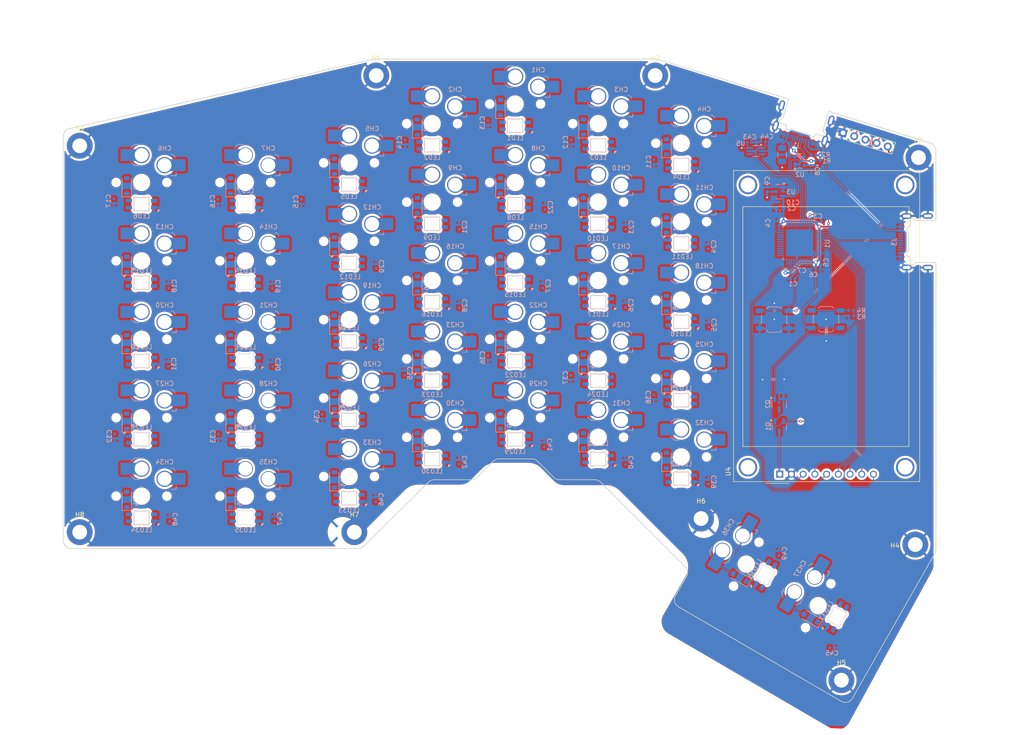
<source format=kicad_pcb>
(kicad_pcb (version 20240108) (generator "pcbnew") (generator_version "8.0")
  (layers (0 "F.Cu" signal) (31 "B.Cu" signal) (34 "B.Paste" user) (35 "F.Paste" user) (36 "B.SilkS" user "B.Silkscreen") (37 "F.SilkS" user "F.Silkscreen") (38 "B.Mask" user) (39 "F.Mask" user) (44 "Edge.Cuts" user))
  (net 0 "")
  (net 1 "BOOT0")
  (net 2 "+3V3")
  (net 3 "NRST")
  (net 4 "GND")
  (net 5 "+5V")
  (net 6 "col3")
  (net 7 "Net-(D1-A)")
  (net 8 "Net-(D2-A)")
  (net 9 "col2")
  (net 10 "col4")
  (net 11 "Net-(D3-A)")
  (net 12 "col5")
  (net 13 "Net-(D4-A)")
  (net 14 "Net-(D5-A)")
  (net 15 "col0")
  (net 16 "col1")
  (net 17 "Net-(D6-A)")
  (net 18 "Net-(D7-A)")
  (net 19 "Net-(D8-A)")
  (net 20 "Net-(D9-A)")
  (net 21 "Net-(D10-A)")
  (net 22 "Net-(D11-A)")
  (net 23 "Net-(D12-A)")
  (net 24 "Net-(D13-A)")
  (net 25 "Net-(D14-A)")
  (net 26 "Net-(D15-A)")
  (net 27 "Net-(D16-A)")
  (net 28 "Net-(D17-A)")
  (net 29 "Net-(D18-A)")
  (net 30 "Net-(D19-A)")
  (net 31 "Net-(D20-A)")
  (net 32 "Net-(D21-A)")
  (net 33 "Net-(D22-A)")
  (net 34 "Net-(D23-A)")
  (net 35 "Net-(D24-A)")
  (net 36 "Net-(D25-A)")
  (net 37 "Net-(D26-A)")
  (net 38 "Net-(D27-A)")
  (net 39 "Net-(D28-A)")
  (net 40 "Net-(D29-A)")
  (net 41 "Net-(D30-A)")
  (net 42 "Net-(D31-A)")
  (net 43 "Net-(D32-A)")
  (net 44 "row0")
  (net 45 "row1")
  (net 46 "row2")
  (net 47 "row3")
  (net 48 "row4")
  (net 49 "row5")
  (net 50 "VBUS")
  (net 51 "D-")
  (net 52 "Net-(J1-CC2)")
  (net 53 "D+")
  (net 54 "Net-(J1-CC1)")
  (net 57 "Net-(R3-Pad2)")
  (net 58 "LCD_PWR")
  (net 59 "Net-(Q1-G)")
  (net 60 "LCD_EN")
  (net 61 "/F1")
  (net 62 "/C13")
  (net 63 "/C14")
  (net 64 "/A8")
  (net 65 "/B13")
  (net 66 "LCD_SCK")
  (net 67 "/C15")
  (net 68 "LCD_DC")
  (net 70 "LCD_MISO")
  (net 71 "/F0")
  (net 72 "SplitSerial")
  (net 73 "/A9")
  (net 74 "/B15")
  (net 75 "/B14")
  (net 76 "SWCLK")
  (net 77 "SWD")
  (net 78 "LCD_MOSI")
  (net 79 "RGB5v")
  (net 80 "Net-(LED1-DOUT)")
  (net 81 "DOut1")
  (net 82 "Net-(LED10-DIN)")
  (net 83 "Net-(LED10-DOUT)")
  (net 84 "DOut2")
  (net 85 "Net-(LED13-DOUT)")
  (net 86 "Net-(LED15-DOUT)")
  (net 87 "DOut3")
  (net 88 "Net-(LED22-DOUT)")
  (net 89 "DOut4")
  (net 90 "Net-(LED27-DOUT)")
  (net 91 "Net-(LED29-DOUT)")
  (net 92 "DOut5")
  (net 93 "SDA")
  (net 94 "RGB3.3")
  (net 95 "SCL")
  (net 101 "LCD_CS")
  (net 102 "LCD_RST")
  (net 103 "col6")
  (net 104 "Net-(D33-A)")
  (net 105 "Net-(D34-A)")
  (net 106 "Net-(D35-A)")
  (net 107 "Net-(D36-A)")
  (net 108 "Net-(D37-A)")
  (net 109 "Net-(LED36-DOUT)")
  (net 111 "Net-(LED1-DIN)")
  (net 112 "Net-(LED12-DIN)")
  (net 113 "Net-(LED15-DIN)")
  (net 114 "Net-(LED22-DIN)")
  (net 115 "Net-(LED26-DIN)")
  (net 116 "Net-(LED29-DIN)")
  (net 117 "Net-(LED8-DIN)")
  (net 118 "Net-(LED12-DOUT)")
  (net 119 "Net-(LED23-DIN)")
  (net 120 "Net-(LED24-DOUT)")
  (net 121 "Net-(LED2-DOUT)")
  (net 122 "Net-(LED3-DIN)")
  (net 123 "Net-(LED5-DOUT)")
  (net 124 "Net-(LED6-DIN)")
  (net 125 "Net-(LED16-DOUT)")
  (net 126 "Net-(LED17-DIN)")
  (net 127 "Net-(LED19-DOUT)")
  (net 128 "Net-(LED20-DIN)")
  (net 129 "Net-(LED30-DOUT)")
  (net 130 "Net-(LED31-DIN)")
  (net 131 "Net-(LED33-DOUT)")
  (net 132 "Net-(LED34-DIN)")
  (footprint "MountingHole:MountingHole_3.2mm_M3_DIN965_Pad" (layer "F.Cu") (at 213.44 45.61)
    (property "Reference" "H3")
    (property "Value" "MountingHole_Pad")
  )
  (footprint "MountingHole:MountingHole_3.2mm_M3_DIN965_Pad" (layer "F.Cu") (at 31.6 126.81)
    (property "Reference" "H8")
    (property "Value" "MountingHole_Pad")
  )
  (footprint "MountingHole:MountingHole_3.2mm_M3_DIN965_Pad" (layer "F.Cu") (at 95.89 27.82)
    (property "Reference" "H1")
    (property "Value" "MountingHole_Pad")
  )
  (footprint "MountingHole:MountingHole_3.2mm_M3_DIN965_Pad" (layer "F.Cu") (at 166.3 123.86)
    (property "Reference" "H6")
    (property "Value" "MountingHole_Pad")
  )
  (footprint "MountingHole:MountingHole_3.2mm_M3_DIN965_Pad" (layer "F.Cu") (at 91.13 126.81)
    (property "Reference" "H7")
    (property "Value" "MountingHole_Pad")
  )
  (footprint "MountingHole:MountingHole_3.2mm_M3_DIN965_Pad" (layer "F.Cu") (at 156.36 27.82)
    (property "Reference" "H2")
    (property "Value" "MountingHole_Pad")
  )
  (footprint "MountingHole:MountingHole_3.2mm_M3_DIN965_Pad" (layer "F.Cu") (at 31.6 43.04)
    (property "Reference" "H9")
    (property "Value" "MountingHole_Pad")
  )
  (footprint "Display:CR2013-MI2120" (layer "F.Cu") (at 183.36 114.24 90)
    (property "Reference" "U4")
    (property "Value" "CR2013-MI2120")
  )
  (footprint "MountingHole:MountingHole_3.2mm_M3_DIN965_Pad" (layer "F.Cu") (at 212.75 129.5)
    (property "Reference" "H4")
    (property "Value" "MountingHole_Pad")
  )
  (footprint "Connector_PinHeader_2.54mm:PinHeader_1x05_P2.54mm_Vertical" (layer "F.Cu") (at 197.069999 40.23 73)
    (property "Reference" "J2" (hide yes))
    (property "Value" "Conn_01x05")
  )
  (footprint "MountingHole:MountingHole_3.2mm_M3_DIN965_Pad" (layer "F.Cu") (at 196.73 158.9)
    (property "Reference" "H5")
    (property "Value" "MountingHole_Pad")
  )
  (footprint "Capacitor_SMD:C_0402_1005Metric" (layer "B.Cu") (at 150.0075 60.650001 90)
    (property "Reference" "C23")
    (property "Value" "0.1uF")
  )
  (footprint "Diode_SMD:D_SOD-123" (layer "B.Cu") (at 158.8 111.25 90)
    (property "Reference" "D32")
    (property "Value" "D")
  )
  (footprint "Capacitor_SMD:C_0402_1005Metric" (layer "B.Cu") (at 186.156576 71.816577 180)
    (property "Reference" "C1")
    (property "Value" "100nF")
  )
  (footprint "PCM_marbastlib-choc:SW_choc_v1_HS_CPG135001S30_1u" (layer "B.Cu") (at 162 42.5)
    (property "Reference" "CH4")
    (property "Value" "choc_v1_SW_HS")
  )
  (footprint "Capacitor_SMD:C_0402_1005Metric" (layer "B.Cu") (at 51.13 123.99 90)
    (property "Reference" "C48")
    (property "Value" "0.1uF")
  )
  (footprint "PCM_marbastlib-choc:LED_choc_6028R" (layer "B.Cu") (at 90 102.45 180)
    (property "Reference" "LED26")
    (property "Value" "choc_SK6812MINI-E")
    (fp_line (start 1.699999 0.702841) (end 1.699999 -0.702843) (stroke (width 0.1)) (layer "Edge.Cuts"))
    (fp_line (start 0.794453 -1.5) (end -0.794452 -1.5) (stroke (width 0.1)) (layer "Edge.Cuts"))
    (fp_line (start -0.794452 1.499999) (end 0.794452 1.499999) (stroke (width 0.1)) (layer "Edge.Cuts"))
    (fp_line (start -1.699999 -0.702843) (end -1.699999 0.702841) (stroke (width 0.1)) (layer "Edge.Cuts"))
    (fp_arc (start 1.749484 0.919719) (mid 1.712541 0.814065) (end 1.699999 0.702841) (stroke (width 0.1)) (layer "Edge.Cuts"))
    (fp_arc (start 1.749484 0.919718) (mid 1.638073 1.504037) (end 1.046711 1.568298) (stroke (width 0.1)) (layer "Edge.Cuts"))
    (fp_arc (start 1.699999 -0.702844) (mid 1.712538 -0.814067) (end 1.749484 -0.919721) (stroke (width 0.1)) (layer "Edge.Cuts"))
    (fp_arc (start 1.046711 -1.568299) (mid 1.638071 -1.504036) (end 1.749484 -0.919721) (stroke (width 0.1)) (layer "Edge.Cuts"))
    (fp_arc (start 1.046711 -1.568299) (mid 0.925123 -1.517377) (end 0.794453 -1.5) (stroke (width 0.1)) (layer "Edge.Cuts"))
    (fp_arc (start 0.794452 1.499999) (mid 0.925123 1.517376) (end 1.046711 1.568298) (stroke (width 0.1)) (layer "Edge.Cuts"))
    (fp_arc (start -0.794453 -1.500001) (mid -0.925123 -1.517378) (end -1.046711 -1.5683) (stroke (width 0.1)) (layer "Edge.Cuts"))
    (fp_arc (start -1.04671 1.568298) (mid -0.925122 1.517376) (end -0.794452 1.499999) (stroke (width 0.1)) (layer "Edge.Cuts"))
    (fp_arc (start -1.046711 1.568296) (mid -1.63807 1.504033) (end -1.749484 0.919719) (stroke (width 0.1)) (layer "Edge.Cuts"))
    (fp_arc (start -1.699999 0.702842) (mid -1.712527 0.814067) (end -1.749484 0.919719) (stroke (width 0.1)) (layer "Edge.Cuts"))
    (fp_arc (start -1.749484 -0.919721) (mid -1.638071 -1.504036) (end -1.046711 -1.5683) (stroke (width 0.1)) (layer "Edge.Cuts"))
    (fp_arc (start -1.749484 -0.919721) (mid -1.712527 -0.814069) (end -1.699999 -0.702843) (stroke (width 0.1)) (layer "Edge.Cuts"))
  )
  (footprint "Capacitor_SMD:C_0402_1005Metric" (layer "B.Cu") (at 191.919999 59.58)
    (property "Reference" "C3")
    (property "Value" "100nF")
  )
  (footprint "Diode_SMD:D_SOD-123" (layer "B.Cu") (at 140.8 39 90)
    (property "Reference" "D3")
    (property "Value" "D")
  )
  (footprint "Capacitor_SMD:C_0402_1005Metric" (layer "B.Cu") (at 95.825 86.12 90)
    (property "Reference" "C29")
    (property "Value" "0.1uF")
  )
  (footprint "Capacitor_SMD:C_0402_1005Metric" (layer "B.Cu") (at 79.63 55.13 -90)
    (property "Reference" "C15")
    (property "Value" "0.1uF")
  )
  (footprint "Package_TO_SOT_SMD:SOT-23-3" (layer "B.Cu") (at 183.254999 103.8925 -90)
    (property "Reference" "Q1")
    (property "Value" "AO3401A")
  )
  (footprint "PCM_marbastlib-choc:SW_choc_v1_HS_CPG135001S30_1.5u" (layer "B.Cu") (at 67.5 85)
    (property "Reference" "CH21")
    (property "Value" "choc_v1_SW_HS")
  )
  (footprint "Button_Switch_SMD:SW_SPST_TL3342" (layer "B.Cu") (at 182.139999 80.72 180)
    (property "Reference" "RST1" (hide yes))
    (property "Value" "SW_SPST")
  )
  (footprint "PCM_marbastlib-choc:SW_choc_v1_HS_CPG135001S30_1.5u" (layer "B.Cu") (at 191.691343 142.75 60)
    (property "Reference" "CH37")
    (property "Value" "choc_v1_SW_HS")
  )
  (footprint "PCM_marbastlib-choc:SW_choc_v1_HS_CPG135001S30_1u" (layer "B.Cu") (at 90 80.75)
    (property "Reference" "CH19")
    (property "Value" "choc_v1_SW_HS")
  )
  (footprint "Diode_SMD:D_SOD-123" (layer "B.Cu") (at 86.8 98.5 90)
    (property "Reference" "D26")
    (property "Value" "D")
  )
  (footprint "Capacitor_SMD:C_0402_1005Metric" (layer "B.Cu") (at 120.11 88.97 -90)
    (property "Reference" "C36")
    (property "Value" "0.1uF")
  )
  (footprint "Capacitor_SMD:C_0402_1005Metric" (layer "B.Cu") (at 179.739999 42.18)
    (property "Reference" "C43")
    (property "Value" "0.1uF")
  )
  (footprint "PCM_marbastlib-choc:LED_choc_6028R" (layer "B.Cu") (at 144 110.95)
    (property "Reference" "LED31")
    (property "Value" "choc_SK6812MINI-E")
    (fp_line (start -1.699999 -0.702843) (end -1.699999 0.702841) (stroke (width 0.1)) (layer "Edge.Cuts"))
    (fp_line (start -0.794452 1.499999) (end 0.794452 1.499999) (stroke (width 0.1)) (layer "Edge.Cuts"))
    (fp_line (start 0.794452 -1.5) (end -0.794452 -1.5) (stroke (width 0.1)) (layer "Edge.Cuts"))
    (fp_line (start 1.699999 0.702841) (end 1.699999 -0.702843) (stroke (width 0.1)) (layer "Edge.Cuts"))
    (fp_arc (start -1.749484 -0.919721) (mid -1.712527 -0.814069) (end -1.699999 -0.702843) (stroke (width 0.1)) (layer "Edge.Cuts"))
    (fp_arc (start -1.749484 -0.919721) (mid -1.63807 -1.504035) (end -1.046711 -1.5683) (stroke (width 0.1)) (layer "Edge.Cuts"))
    (fp_arc (start -1.699998 0.702842) (mid -1.712526 0.814068) (end -1.749484 0.919719) (stroke (width 0.1)) (layer "Edge.Cuts"))
    (fp_arc (start -1.046711 1.568296) (mid -1.63807 1.504033) (end -1.749484 0.919719) (stroke (width 0.1)) (layer "Edge.Cuts"))
    (fp_arc (start -1.04671 1.568298) (mid -0.925122 1.517376) (end -0.794452 1.499999) (stroke (width 0.1)) (layer "Edge.Cuts"))
    (fp_arc (start -0.794453 -1.500001) (mid -0.925123 -1.517378) (end -1.046711 -1.5683) (stroke (width 0.1)) (layer "Edge.Cuts"))
    (fp_arc (start 0.794452 1.499999) (mid 0.925123 1.517374) (end 1.046711 1.568298) (stroke (width 0.1)) (layer "Edge.Cuts"))
    (fp_arc (start 1.046711 -1.568299) (mid 0.925123 -1.517377) (end 0.794452 -1.5) (stroke (width 0.1)) (layer "Edge.Cuts"))
    (fp_arc (start 1.046711 -1.568299) (mid 1.638071 -1.504036) (end 1.749484 -0.919721) (stroke (width 0.1)) (layer "Edge.Cuts"))
    (fp_arc (start 1.699999 -0.702844) (mid 1.712538 -0.814067) (end 1.749484 -0.919721) (stroke (width 0.1)) (layer "Edge.Cuts"))
    (fp_arc (start 1.749484 0.919718) (mid 1.638073 1.504037) (end 1.046711 1.568298) (stroke (width 0.1)) (layer "Edge.Cuts"))
    (fp_arc (start 1.749484 0.919719) (mid 1.712511 0.81407) (end 1.699999 0.702841) (stroke (width 0.1)) (layer "Edge.Cuts"))
  )
  (footprint "PCM_marbastlib-choc:SW_choc_v1_HS_CPG135001S30_1u" (layer "B.Cu") (at 144 106.25)
    (property "Reference" "CH31")
    (property "Value" "choc_v1_SW_HS")
  )
  (footprint "Capacitor_SMD:C_0402_1005Metric" (layer "B.Cu") (at 190.179999 47.7725 -90)
    (property "Reference" "C8")
    (property "Value" "100nF")
  )
  (footprint "Capacitor_SMD:C_0402_1005Metric" (layer "B.Cu") (at 84.17 101.74 -90)
    (property "Reference" "C34")
    (property "Value" "0.1uF")
  )
  (footprint "Capacitor_SMD:C_0402_1005Metric" (layer "B.Cu") (at 191.669999 69.83)
    (property "Reference" "C6")
    (property "Value" "100nF")
  )
  (footprint "Diode_SMD:D_SOD-123" (layer "B.Cu") (at 158.8 43.25 90)
    (property "Reference" "D4")
    (property "Value" "D")
  )
  (footprint "PCM_marbastlib-choc:LED_choc_6028R" (layer "B.Cu") (at 67.5 89.7)
    (property "Reference" "LED21")
    (property "Value" "choc_SK6812MINI-E")
    (fp_line (start -1.699999 -0.702843) (end -1.699999 0.702841) (stroke (width 0.1)) (layer "Edge.Cuts"))
    (fp_line (start -0.794452 1.499999) (end 0.794452 1.499999) (stroke (width 0.1)) (layer "Edge.Cuts"))
    (fp_line (start 0.794453 -1.5) (end -0.794452 -1.5) (stroke (width 0.1)) (layer "Edge.Cuts"))
    (fp_line (start 1.699999 0.702841) (end 1.699999 -0.702843) (stroke (width 0.1)) (layer "Edge.Cuts"))
    (fp_arc (start -1.749484 -0.919721) (mid -1.712527 -0.814069) (end -1.699999 -0.702843) (stroke (width 0.1)) (layer "Edge.Cuts"))
    (fp_arc (start -1.749484 -0.919721) (mid -1.638071 -1.504036) (end -1.046711 -1.5683) (stroke (width 0.1)) (layer "Edge.Cuts"))
    (fp_arc (start -1.699999 0.702842) (mid -1.712527 0.814067) (end -1.749484 0.919719) (stroke (width 0.1)) (layer "Edge.Cuts"))
    (fp_arc (start -1.046711 1.568296) (mid -1.63807 1.504033) (end -1.749484 0.919719) (stroke (width 0.1)) (layer "Edge.Cuts"))
    (fp_arc (start -1.04671 1.568298) (mid -0.925122 1.517376) (end -0.794452 1.499999) (stroke (width 0.1)) (layer "Edge.Cuts"))
    (fp_arc (start -0.794453 -1.500001) (mid -0.925123 -1.517378) (end -1.046711 -1.5683) (stroke (width 0.1)) (layer "Edge.Cuts"))
    (fp_arc (start 0.794452 1.499999) (mid 0.925123 1.517376) (end 1.046711 1.568298) (stroke (width 0.1)) (layer "Edge.Cuts"))
    (fp_arc (start 1.046711 -1.568299) (mid 0.925123 -1.517377) (end 0.794453 -1.5) (stroke (width 0.1)) (layer "Edge.Cuts"))
    (fp_arc (start 1.046711 -1.568299) (mid 1.638071 -1.504036) (end 1.749484 -0.919721) (stroke (width 0.1)) (layer "Edge.Cuts"))
    (fp_arc (start 1.699999 -0.702844) (mid 1.712538 -0.814067) (end 1.749484 -0.919721) (stroke (width 0.1)) (layer "Edge.Cuts"))
    (fp_arc (start 1.749484 0.919718) (mid 1.638073 1.504037) (end 1.046711 1.568298) (stroke (width 0.1)) (layer "Edge.Cuts"))
    (fp_arc (start 1.749484 0.919719) (mid 1.712541 0.814065) (end 1.699999 0.702841) (stroke (width 0.1)) (layer "Edge.Cuts"))
  )
  (footprint "PCM_marbastlib-choc:SW_choc_v1_HS_CPG135001S30_1u" (layer "B.Cu") (at 162 59.5)
    (property "Reference" "CH11")
    (property "Value" "choc_v1_SW_HS")
  )
  (footprint "PCM_marbastlib-choc:SW_choc_v1_HS_CPG135001S30_1.5u" (layer "B.Cu") (at 67.5 68)
    (property "Reference" "CH14")
    (property "Value" "choc_v1_SW_HS")
  )
  (footprint "Resistor_SMD:R_0402_1005Metric" (layer "B.Cu") (at 190.669999 45.08)
    (property "Reference" "R2")
    (property "Value" "5.1k")
  )
  (footprint "PCM_marbastlib-choc:SW_choc_v1_HS_CPG135001S30_1u" (layer "B.Cu") (at 90 63.75)
    (property "Reference" "CH12")
    (property "Value" "choc_v1_SW_HS")
  )
  (footprint "Diode_SMD:D_SOD-123" (layer "B.Cu") (at 104.8 107 90)
    (property "Reference" "D30")
    (property "Value" "D")
  )
  (footprint "Diode_SMD:D_SOD-123" (layer "B.Cu") (at 122.8 51.75 90)
    (property "Reference" "D8")
    (property "Value" "D")
  )
  (footprint "Diode_SMD:D_SOD-123" (layer "B.Cu") (at 86.8 81.5 90)
    (property "Reference" "D19")
    (property "Value" "D")
  )
  (footprint "Capacitor_SMD:C_0402_1005Metric" (layer "B.Cu") (at 73.84 123.89 90)
    (property "Reference" "C47")
    (property "Value" "0.1uF")
  )
  (footprint "Diode_SMD:D_SOD-123" (layer "B.Cu") (at 140.8 107 90)
    (property "Reference" "D31")
    (property "Value" "D")
  )
  (footprint "PCM_marbastlib-choc:SW_choc_v1_HS_CPG135001S30_1u" (layer "B.Cu") (at 90 46.75)
    (property "Reference" "CH5")
    (property "Value" "choc_v1_SW_HS")
  )
  (footprint "Capacitor_SMD:C_0402_1005Metric" (layer "B.Cu") (at 50.925 73.4 90)
    (property "Reference" "C18")
    (property "Value" "0.1uF")
  )
  (footprint "Capacitor_SMD:C_0402_1005Metric" (layer "B.Cu") (at 167.9 64.91 90)
    (property "Reference" "C24")
    (property "Value" "0.1uF")
  )
  (footprint "Button_Switch_SMD:SW_SPST_TL3342" (layer "B.Cu") (at 193.399999 80.64)
    (property "Reference" "BOOT1" (hide yes))
    (property "Value" "SW_SPST")
  )
  (footprint "Diode_SMD:D_SOD-123" (layer "B.Cu") (at 104.8 90 90)
    (property "Reference" "D23")
    (property "Value" "D")
  )
  (footprint "PCM_marbastlib-choc:LED_choc_6028R" (layer "B.Cu") (at 162 98.2 180)
    (property "Reference" "LED25")
    (property "Value" "choc_SK6812MINI-E")
    (fp_line (start 1.699999 0.702841) (end 1.699999 -0.702843) (stroke (width 0.1)) (layer "Edge.Cuts"))
    (fp_line (start 0.794453 -1.5) (end -0.794452 -1.5) (stroke (width 0.1)) (layer "Edge.Cuts"))
    (fp_line (start -0.794452 1.499999) (end 0.794452 1.499999) (stroke (width 0.1)) (layer "Edge.Cuts"))
    (fp_line (start -1.699999 -0.702843) (end -1.699999 0.702841) (stroke (width 0.1)) (layer "Edge.Cuts"))
    (fp_arc (start 1.749484 0.919719) (mid 1.712541 0.814065) (end 1.699999 0.702841) (stroke (width 0.1)) (layer "Edge.Cuts"))
    (fp_arc (start 1.749484 0.919718) (mid 1.638073 1.504037) (end 1.046711 1.568298) (stroke (width 0.1)) (layer "Edge.Cuts"))
    (fp_arc (start 1.699999 -0.702844) (mid 1.712538 -0.814067) (end 1.749484 -0.919721) (stroke (width 0.1)) (layer "Edge.Cuts"))
    (fp_arc (start 1.046711 -1.568299) (mid 1.638071 -1.504036) (end 1.749484 -0.919721) (stroke (width 0.1)) (layer "Edge.Cuts"))
    (fp_arc (start 1.046711 -1.568299) (mid 0.925123 -1.517377) (end 0.794453 -1.5) (stroke (width 0.1)) (layer "Edge.Cuts"))
    (fp_arc (start 0.794452 1.499999) (mid 0.925123 1.517376) (end 1.046711 1.568298) (stroke (width 0.1)) (layer "Edge.Cuts"))
    (fp_arc (start -0.794453 -1.500001) (mid -0.925123 -1.517378) (end -1.046711 -1.5683) (stroke (width 0.1)) (layer "Edge.Cuts"))
    (fp_arc (start -1.04671 1.568298) (mid -0.925122 1.517376) (end -0.794452 1.499999) (stroke (width 0.1)) (layer "Edge.Cuts"))
    (fp_arc (start -1.046711 1.568296) (mid -1.63807 1.504033) (end -1.749484 0.919719) (stroke (width 0.1)) (layer "Edge.Cuts"))
    (fp_arc (start -1.699999 0.702842) (mid -1.712527 0.814067) (end -1.749484 0.919719) (stroke (width 0.1)) (layer "Edge.Cuts"))
    (fp_arc (start -1.749484 -0.919721) (mid -1.638071 -1.504036) (end -1.046711 -1.5683) (stroke (width 0.1)) (layer "Edge.Cuts"))
    (fp_arc (start -1.749484 -0.919721) (mid -1.712527 -0.814069) (end -1.699999 -0.702843) (stroke (width 0.1)) (layer "Edge.Cuts"))
  )
  (footprint "Capacitor_SMD:C_0402_1005Metric" (layer "B.Cu") (at 183.654999 55.24 180)
    (property "Reference" "C10")
    (property "Value" "1uF")
  )
  (footprint "Capacitor_SMD:C_0402_1005Metric" (layer "B.Cu") (at 156.07 97.52 -90)
    (property "Reference" "C38")
    (property "Value" "0.1uF")
  )
  (footprint "Diode_SMD:D_SOD-123" (layer "B.Cu") (at 41.8 68.75 90)
    (property "Reference" "D13")
    (property "Value" "D")
  )
  (footprint "PCM_marbastlib-choc:SW_choc_v1_HS_CPG135001S30_1u" (layer "B.Cu") (at 45 68)
    (property "Reference" "CH13")
    (property "Value" "choc_v1_SW_HS")
  )
  (footprint "Capacitor_SMD:C_0402_1005Metric" (layer "B.Cu") (at 167.92 115.89 90)
    (property "Reference" "C39")
    (property "Value" "0.1uF")
  )
  (footprint "Diode_SMD:D_SOD-123" (layer "B.Cu") (at 158.8 94.25 90)
    (property "Reference" "D25")
    (property "Value" "D")
  )
  (footprint "Capacitor_SMD:C_0402_1005Metric" (layer "B.Cu") (at 176.759999 42.28)
    (property "Reference" "C44")
    (property "Value" "0.1uF")
  )
  (footprint "Diode_SMD:D_SOD-123" (layer "B.Cu") (at 41.8 102.75 90)
    (property "Reference" "D27")
    (property "Value" "D")
  )
  (footprint "PCM_marbastlib-choc:SW_choc_v1_HS_CPG135001S30_1u" (layer "B.Cu") (at 108 89.25)
    (property "Reference" "CH23")
    (property "Value" "choc_v1_SW_HS")
  )
  (footprint "Fuse:Fuse_1206_3216Metric" (layer "B.Cu") (at 183.869999 44.97 -90)
    (property "Reference" "F1" (hide yes))
    (property "Value" "500mA")
  )
  (footprint "PCM_marbastlib-choc:LED_choc_6028R" (layer "B.Cu") (at 126 89.7 180)
    (property "Reference" "LED22")
    (property "Value" "choc_SK6812MINI-E")
    (fp_line (start 1.699999 0.702841) (end 1.699999 -0.702843) (stroke (width 0.1)) (layer "Edge.Cuts"))
    (fp_line (start 0.794453 -1.5) (end -0.794452 -1.5) (stroke (width 0.1)) (layer "Edge.Cuts"))
    (fp_line (start -0.794452 1.499999) (end 0.794452 1.499999) (stroke (width 0.1)) (layer "Edge.Cuts"))
    (fp_line (start -1.699999 -0.702843) (end -1.699999 0.702841) (stroke (width 0.1)) (layer "Edge.Cuts"))
    (fp_arc (start 1.749484 0.919719) (mid 1.712541 0.814065) (end 1.699999 0.702841) (stroke (width 0.1)) (layer "Edge.Cuts"))
    (fp_arc (start 1.749484 0.919718) (mid 1.638073 1.504037) (end 1.046711 1.568298) (stroke (width 0.1)) (layer "Edge.Cuts"))
    (fp_arc (start 1.699999 -0.702844) (mid 1.712538 -0.814067) (end 1.749484 -0.919721) (stroke (width 0.1)) (layer "Edge.Cuts"))
    (fp_arc (start 1.046711 -1.568299) (mid 1.638071 -1.504036) (end 1.749484 -0.919721) (stroke (width 0.1)) (layer "Edge.Cuts"))
    (fp_arc (start 1.046711 -1.568299) (mid 0.925123 -1.517377) (end 0.794453 -1.5) (stroke (width 0.1)) (layer "Edge.Cuts"))
    (fp_arc (start 0.794452 1.499999) (mid 0.925123 1.517376) (end 1.046711 1.568298) (stroke (width 0.1)) (layer "Edge.Cuts"))
    (fp_arc (start -0.794453 -1.500001) (mid -0.925123 -1.517378) (end -1.046711 -1.5683) (stroke (width 0.1)) (layer "Edge.Cuts"))
    (fp_arc (start -1.04671 1.568298) (mid -0.925122 1.517376) (end -0.794452 1.499999) (stroke (width 0.1)) (layer "Edge.Cuts"))
    (fp_arc (start -1.046711 1.568296) (mid -1.63807 1.504033) (end -1.749484 0.919719) (stroke (width 0.1)) (layer "Edge.Cuts"))
    (fp_arc (start -1.699999 0.702842) (mid -1.712527 0.814067) (end -1.749484 0.919719) (stroke (width 0.1)) (layer "Edge.Cuts"))
    (fp_arc (start -1.749484 -0.919721) (mid -1.638071 -1.504036) (end -1.046711 -1.5683) (stroke (width 0.1)) (layer "Edge.Cuts"))
    (fp_arc (start -1.749484 -0.919721) (mid -1.712527 -0.814069) (end -1.699999 -0.702843) (stroke (width 0.1)) (layer "Edge.Cuts"))
  )
  (footprint "PCM_marbastlib-choc:LED_choc_6028R" (layer "B.Cu") (at 90 119.45)
    (property "Reference" "LED33")
    (property "Value" "choc_SK6812MINI-E")
    (fp_line (start -1.699999 -0.702843) (end -1.699999 0.702841) (stroke (width 0.1)) (layer "Edge.Cuts"))
    (fp_line (start -0.794452 1.499999) (end 0.794452 1.499999) (stroke (width 0.1)) (layer "Edge.Cuts"))
    (fp_line (start 0.794453 -1.5) (end -0.794452 -1.5) (stroke (width 0.1)) (layer "Edge.Cuts"))
    (fp_line (start 1.699999 0.702841) (end 1.699999 -0.702843) (stroke (width 0.1)) (layer "Edge.Cuts"))
    (fp_arc (start -1.749484 -0.919721) (mid -1.712527 -0.814069) (end -1.699999 -0.702843) (stroke (width 0.1)) (layer "Edge.Cuts"))
    (fp_arc (start -1.749484 -0.919721) (mid -1.638071 -1.504036) (end -1.046711 -1.5683) (stroke (width 0.1)) (layer "Edge.Cuts"))
    (fp_arc (start -1.699999 0.702842) (mid -1.712527 0.814067) (end -1.749484 0.919719) (stroke (width 0.1)) (layer "Edge.Cuts"))
    (fp_arc (start -1.046711 1.568296) (mid -1.63807 1.504033) (end -1.749484 0.919719) (stroke (width 0.1)) (layer "Edge.Cuts"))
    (fp_arc (start -1.04671 1.568298) (mid -0.925122 1.517376) (end -0.794452 1.499999) (stroke (width 0.1)) (layer "Edge.Cuts"))
    (fp_arc (start -0.794453 -1.500001) (mid -0.925123 -1.517378) (end -1.046711 -1.5683) (stroke (width 0.1)) (layer "Edge.Cuts"))
    (fp_arc (start 0.794452 1.499999) (mid 0.925123 1.517376) (end 1.046711 1.568298) (stroke (width 0.1)) (layer "Edge.Cuts"))
    (fp_arc (start 1.046711 -1.568299) (mid 0.925123 -1.517377) (end 0.794453 -1.5) (stroke (width 0.1)) (layer "Edge.Cuts"))
    (fp_arc (start 1.046711 -1.568299) (mid 1.638071 -1.504036) (end 1.749484 -0.919721) (stroke (width 0.1)) (layer "Edge.Cuts"))
    (fp_arc (start 1.699999 -0.702844) (mid 1.712538 -0.814067) (end 1.749484 -0.919721) (stroke (width 0.1)) (layer "Edge.Cuts"))
    (fp_arc (start 1.749484 0.919718) (mid 1.638073 1.504037) (end 1.046711 1.568298) (stroke (width 0.1)) (layer "Edge.Cuts"))
    (fp_arc (start 1.749484 0.919719) (mid 1.712541 0.814065) (end 1.699999 0.702841) (stroke (width 0.1)) (layer "Edge.Cuts"))
  )
  (footprint "Capacitor_SMD:C_0402_1005Metric" (layer "B.Cu") (at 192.169999 68.33 -90)
    (property "Reference" "C5")
    (property "Value" "100nF")
  )
  (footprint "PCM_marbastlib-choc:LED_choc_6028R" (layer "B.Cu") (at 45 89.7)
    (property "Reference" "LED20")
    (property "Value" "choc_SK6812MINI-E")
    (fp_line (start -1.699999 -0.702843) (end -1.699999 0.702841) (stroke (width 0.1)) (layer "Edge.Cuts"))
    (fp_line (start -0.794452 1.499999) (end 0.794452 1.499999) (stroke (width 0.1)) (layer "Edge.Cuts"))
    (fp_line (start 0.794453 -1.5) (end -0.794452 -1.5) (stroke (width 0.1)) (layer "Edge.Cuts"))
    (fp_line (start 1.699999 0.702841) (end 1.699999 -0.702843) (stroke (width 0.1)) (layer "Edge.Cuts"))
    (fp_arc (start -1.749484 -0.919721) (mid -1.712527 -0.814069) (end -1.699999 -0.702843) (stroke (width 0.1)) (layer "Edge.Cuts"))
    (fp_arc (start -1.749484 -0.919721) (mid -1.638071 -1.504036) (end -1.046711 -1.5683) (stroke (width 0.1)) (layer "Edge.Cuts"))
    (fp_arc (start -1.699999 0.702842) (mid -1.712527 0.814067) (end -1.749484 0.919719) (stroke (width 0.1)) (layer "Edge.Cuts"))
    (fp_arc (start -1.046711 1.568296) (mid -1.63807 1.504033) (end -1.749484 0.919719) (stroke (width 0.1)) (layer "Edge.Cuts"))
    (fp_arc (start -1.04671 1.568298) (mid -0.925122 1.517376) (end -0.794452 1.499999) (stroke (width 0.1)) (layer "Edge.Cuts"))
    (fp_arc (start -0.794453 -1.500001) (mid -0.925123 -1.517378) (end -1.046711 -1.5683) (stroke (width 0.1)) (layer "Edge.Cuts"))
    (fp_arc (start 0.794452 1.499999) (mid 0.925123 1.517376) (end 1.046711 1.568298) (stroke (width 0.1)) (layer "Edge.Cuts"))
    (fp_arc (start 1.046711 -1.568299) (mid 0.925123 -1.517377) (end 0.794453 -1.5) (stroke (width 0.1)) (layer "Edge.Cuts"))
    (fp_arc (start 1.046711 -1.568299) (mid 1.638071 -1.504036) (end 1.749484 -0.919721) (stroke (width 0.1)) (layer "Edge.Cuts"))
    (fp_arc (start 1.699999 -0.702844) (mid 1.712538 -0.814067) (end 1.749484 -0.919721) (stroke (width 0.1)) (layer "Edge.Cuts"))
    (fp_arc (start 1.749484 0.919718) (mid 1.638073 1.504037) (end 1.046711 1.568298) (stroke (width 0.1)) (layer "Edge.Cuts"))
    (fp_arc (start 1.749484 0.919719) (mid 1.712541 0.814065) (end 1.699999 0.702841) (stroke (width 0.1)) (layer "Edge.Cuts"))
  )
  (footprint "PCM_marbastlib-choc:LED_choc_6028R" (layer "B.Cu") (at 67.5 106.7 180)
    (property "Reference" "LED28")
    (property "Value" "choc_SK6812MINI-E")
    (fp_line (start 1.699999 0.702841) (end 1.699999 -0.702843) (stroke (width 0.1)) (layer "Edge.Cuts"))
    (fp_line (start 0.794453 -1.5) (end -0.794452 -1.5) (stroke (width 0.1)) (layer "Edge.Cuts"))
    (fp_line (start -0.794452 1.499999) (end 0.794452 1.499999) (stroke (width 0.1)) (layer "Edge.Cuts"))
    (fp_line (start -1.699999 -0.702843) (end -1.699999 0.702841) (stroke (width 0.1)) (layer "Edge.Cuts"))
    (fp_arc (start 1.749484 0.919719) (mid 1.712541 0.814065) (end 1.699999 0.702841) (stroke (width 0.1)) (layer "Edge.Cuts"))
    (fp_arc (start 1.749484 0.919718) (mid 1.638073 1.504037) (end 1.046711 1.568298) (stroke (width 0.1)) (layer "Edge.Cuts"))
    (fp_arc (start 1.699999 -0.702844) (mid 1.712538 -0.814067) (end 1.749484 -0.919721) (stroke (width 0.1)) (layer "Edge.Cuts"))
    (fp_arc (start 1.046711 -1.568299) (mid 1.638071 -1.504036) (end 1.749484 -0.919721) (stroke (width 0.1)) (layer "Edge.Cuts"))
    (fp_arc (start 1.046711 -1.568299) (mid 0.925123 -1.517377) (end 0.794453 -1.5) (stroke (width 0.1)) (layer "Edge.Cuts"))
    (fp_arc (start 0.794452 1.499999) (mid 0.925123 1.517376) (end 1.046711 1.568298) (stroke (width 0.1)) (layer "Edge.Cuts"))
    (fp_arc (start -0.794453 -1.500001) (mid -0.925123 -1.517378) (end -1.046711 -1.5683) (stroke (width 0.1)) (layer "Edge.Cuts"))
    (fp_arc (start -1.04671 1.568298) (mid -0.925122 1.517376) (end -0.794452 1.499999) (stroke (width 0.1)) (layer "Edge.Cuts"))
    (fp_arc (start -1.046711 1.568296) (mid -1.63807 1.504033) (end -1.749484 0.919719) (stroke (width 0.1)) (layer "Edge.Cuts"))
    (fp_arc (start -1.699999 0.702842) (mid -1.712527 0.814067) (end -1.749484 0.919719) (stroke (width 0.1)) (layer "Edge.Cuts"))
    (fp_arc (start -1.749484 -0.919721) (mid -1.638071 -1.504036) (end -1.046711 -1.5683) (stroke (width 0.1)) (layer "Edge.Cuts"))
    (fp_arc (start -1.749484 -0.919721) (mid -1.712527 -0.814069) (end -1.699999 -0.702843) (stroke (width 0.1)) (layer "Edge.Cuts"))
  )
  (footprint "Diode_SMD:D_SOD-123" (layer "B.Cu") (at 41.8 51.75 90)
    (property "Reference" "D6")
    (property "Value" "D")
  )
  (footprint "PCM_marbastlib-choc:LED_choc_6028R" (layer "B.Cu") (at 180.23 136.04 -120)
    (property "Reference" "LED36")
    (property "Value" "choc_SK6812MINI-E")
    (fp_line (start 1.699999 0.702841) (end 1.699999 -0.702843) (stroke (width 0.1)) (layer "Edge.Cuts"))
    (fp_line (start -0.794452 1.499999) (end 0.794452 1.499999) (stroke (width 0.1)) (layer "Edge.Cuts"))
    (fp_line (start 0.794452 -1.5) (end -0.794452 -1.5) (stroke (width 0.1)) (layer "Edge.Cuts"))
    (fp_line (start -1.699999 -0.702843) (end -1.699999 0.702841) (stroke (width 0.1)) (layer "Edge.Cuts"))
    (fp_arc (start 0.794452 1.499999) (mid 0.925123 1.517374) (end 1.046711 1.568297) (stroke (width 0.1)) (layer "Edge.Cuts"))
    (fp_arc (start 1.749484 0.919719) (mid 1.712511 0.81407) (end 1.699999 0.702841) (stroke (width 0.1)) (layer "Edge.Cuts"))
    (fp_arc (start 1.749484 0.919718) (mid 1.638074 1.504037) (end 1.046711 1.568297) (stroke (width 0.1)) (layer "Edge.Cuts"))
    (fp_arc (start -1.04671 1.568298) (mid -0.925122 1.517376) (end -0.794452 1.499999) (stroke (width 0.1)) (layer "Edge.Cuts"))
    (fp_arc (start -1.046711 1.568296) (mid -1.638071 1.504032) (end -1.749484 0.919719) (stroke (width 0.1)) (layer "Edge.Cuts"))
    (fp_arc (start 1.699999 -0.702844) (mid 1.712536 -0.814067) (end 1.749484 -0.919721) (stroke (width 0.1)) (layer "Edge.Cuts"))
    (fp_arc (start -1.699998 0.702842) (mid -1.712526 0.814067) (end -1.749484 0.919719) (stroke (width 0.1)) (layer "Edge.Cuts"))
    (fp_arc (start 1.046711 -1.568299) (mid 1.638071 -1.504036) (end 1.749484 -0.919721) (stroke (width 0.1)) (layer "Edge.Cuts"))
    (fp_arc (start 1.046711 -1.568299) (mid 0.925123 -1.517376) (end 0.794452 -1.5) (stroke (width 0.1)) (layer "Edge.Cuts"))
    (fp_arc (start -1.749484 -0.919721) (mid -1.712527 -0.814069) (end -1.699999 -0.702843) (stroke (width 0.1)) (layer "Edge.Cuts"))
    (fp_arc (start -1.749484 -0.919721) (mid -1.63807 -1.504035) (end -1.046711 -1.5683) (stroke (width 0.1)) (layer "Edge.Cuts"))
    (fp_arc (start -0.794453 -1.500001) (mid -0.925123 -1.517378) (end -1.046711 -1.5683) (stroke (width 0.1)) (layer "Edge.Cuts"))
  )
  (footprint "PCM_marbastlib-choc:LED_choc_6028R" (layer "B.Cu") (at 126 55.7 180)
    (property "Reference" "LED8")
    (property "Value" "choc_SK6812MINI-E")
    (fp_line (start 1.699999 0.702841) (end 1.699999 -0.702843) (stroke (width 0.1)) (layer "Edge.Cuts"))
    (fp_line (start 0.794453 -1.5) (end -0.794452 -1.5) (stroke (width 0.1)) (layer "Edge.Cuts"))
    (fp_line (start -0.794452 1.499999) (end 0.794452 1.499999) (stroke (width 0.1)) (layer "Edge.Cuts"))
    (fp_line (start -1.699999 -0.702843) (end -1.699999 0.702841) (stroke (width 0.1)) (layer "Edge.Cuts"))
    (fp_arc (start 1.749484 0.919719) (mid 1.712541 0.814065) (end 1.699999 0.702841) (stroke (width 0.1)) (layer "Edge.Cuts"))
    (fp_arc (start 1.749484 0.919718) (mid 1.638073 1.504037) (end 1.046711 1.568298) (stroke (width 0.1)) (layer "Edge.Cuts"))
    (fp_arc (start 1.699999 -0.702844) (mid 1.712538 -0.814067) (end 1.749484 -0.919721) (stroke (width 0.1)) (layer "Edge.Cuts"))
    (fp_arc (start 1.046711 -1.568299) (mid 1.638071 -1.504036) (end 1.749484 -0.919721) (stroke (width 0.1)) (layer "Edge.Cuts"))
    (fp_arc (start 1.046711 -1.568299) (mid 0.925123 -1.517377) (end 0.794453 -1.5) (stroke (width 0.1)) (layer "Edge.Cuts"))
    (fp_arc (start 0.794452 1.499999) (mid 0.925123 1.517376) (end 1.046711 1.568298) (stroke (width 0.1)) (layer "Edge.Cuts"))
    (fp_arc (start -0.794453 -1.500001) (mid -0.925123 -1.517378) (end -1.046711 -1.5683) (stroke (width 0.1)) (layer "Edge.Cuts"))
    (fp_arc (start -1.04671 1.568298) (mid -0.925122 1.517376) (end -0.794452 1.499999) (stroke (width 0.1)) (layer "Edge.Cuts"))
    (fp_arc (start -1.046711 1.568296) (mid -1.63807 1.504033) (end -1.749484 0.919719) (stroke (width 0.1)) (layer "Edge.Cuts"))
    (fp_arc (start -1.699999 0.702842) (mid -1.712527 0.814067) (end -1.749484 0.919719) (stroke (width 0.1)) (layer "Edge.Cuts"))
    (fp_arc (start -1.749484 -0.919721) (mid -1.638071 -1.504036) (end -1.046711 -1.5683) (stroke (width 0.1)) (layer "Edge.Cuts"))
    (fp_arc (start -1.749484 -0.919721) (mid -1.712527 -0.814069) (end -1.699999 -0.702843) (stroke (width 0.1)) (layer "Edge.Cuts"))
  )
  (footprint "PCM_marbastlib-choc:SW_choc_v1_HS_CPG135001S30_1u" (layer "B.Cu") (at 144 55.25)
    (property "Reference" "CH10")
    (property "Value" "choc_v1_SW_HS")
  )
  (footprint "PCM_marbastlib-choc:LED_choc_6028R" (layer "B.Cu") (at 108 76.95)
    (property "Reference" "LED16")
    (property "Value" "choc_SK6812MINI-E")
    (fp_line (start -1.699999 -0.702843) (end -1.699999 0.702841) (stroke (width 0.1)) (layer "Edge.Cuts"))
    (fp_line (start -0.794452 1.499999) (end 0.794452 1.499999) (stroke (width 0.1)) (layer "Edge.Cuts"))
    (fp_line (start 0.794453 -1.5) (end -0.794452 -1.5) (stroke (width 0.1)) (layer "Edge.Cuts"))
    (fp_line (start 1.699999 0.702841) (end 1.699999 -0.702843) (stroke (width 0.1)) (layer "Edge.Cuts"))
    (fp_arc (start -1.749484 -0.919721) (mid -1.712527 -0.814069) (end -1.699999 -0.702843) (stroke (width 0.1)) (layer "Edge.Cuts"))
    (fp_arc (start -1.749484 -0.919721) (mid -1.638071 -1.504036) (end -1.046711 -1.5683) (stroke (width 0.1)) (layer "Edge.Cuts"))
    (fp_arc (start -1.699999 0.702842) (mid -1.712527 0.814067) (end -1.749484 0.919719) (stroke (width 0.1)) (layer "Edge.Cuts"))
    (fp_arc (start -1.046711 1.568296) (mid -1.63807 1.504033) (end -1.749484 0.919719) (stroke (width 0.1)) (layer "Edge.Cuts"))
    (fp_arc (start -1.04671 1.568298) (mid -0.925122 1.517376) (end -0.794452 1.499999) (stroke (width 0.1)) (layer "Edge.Cuts"))
    (fp_arc (start -0.794453 -1.500001) (mid -0.925123 -1.517378) (end -1.046711 -1.5683) (stroke (width 0.1)) (layer "Edge.Cuts"))
    (fp_arc (start 0.794452 1.499999) (mid 0.925123 1.517376) (end 1.046711 1.568298) (stroke (width 0.1)) (layer "Edge.Cuts"))
    (fp_arc (start 1.046711 -1.568299) (mid 0.925123 -1.517377) (end 0.794453 -1.5) (stroke (width 0.1)) (layer "Edge.Cuts"))
    (fp_arc (start 1.046711 -1.568299) (mid 1.638071 -1.504036) (end 1.749484 -0.919721) (stroke (width 0.1)) (layer "Edge.Cuts"))
    (fp_arc (start 1.699999 -0.702844) (mid 1.712538 -0.814067) (end 1.749484 -0.919721) (stroke (width 0.1)) (layer "Edge.Cuts"))
    (fp_arc (start 1.749484 0.919718) (mid 1.638073 1.504037) (end 1.046711 1.568298) (stroke (width 0.1)) (layer "Edge.Cuts"))
    (fp_arc (start 1.749484 0.919719) (mid 1.712541 0.814065) (end 1.699999 0.702841) (stroke (width 0.1)) (layer "Edge.Cuts"))
  )
  (footprint "Diode_SMD:D_SOD-123" (layer "B.Cu") (at 64.3 102.75 90)
    (property "Reference" "D28")
    (property "Value" "D")
  )
  (footprint "Capacitor_SMD:C_0402_1005Metric" (layer "B.Cu") (at 102.1125 42.309999 -90)
    (property "Reference" "C14")
    (property "Value" "0.1uF")
  )
  (footprint "PCM_marbastlib-choc:SW_choc_v1_HS_CPG135001S30_1u" (layer "B.Cu") (at 90 97.75)
    (property "Reference" "CH26")
    (property "Value" "choc_v1_SW_HS")
  )
  (footprint "PCM_marbastlib-choc:SW_choc_v1_HS_CPG135001S30_1u" (layer "B.Cu") (at 162 76.5)
    (property "Reference" "CH18")
    (property "Value" "choc_v1_SW_HS")
  )
  (footprint "Diode_SMD:D_SOD-123" (layer "B.Cu") (at 122.8 68.75 90)
    (property "Reference" "D15")
    (property "Value" "D")
  )
  (footprint "Capacitor_SMD:C_0402_1005Metric" (layer "B.Cu") (at 132.331434 107.877544 90)
    (property "Reference" "C41")
    (property "Value" "0.1uF")
  )
  (footprint "PCM_marbastlib-choc:LED_choc_6028R" (layer "B.Cu") (at 162 115.2)
    (property "Reference" "LED32")
    (property "Value" "choc_SK6812MINI-E")
    (fp_line (start -1.699999 -0.702843) (end -1.699999 0.702841) (stroke (width 0.1)) (layer "Edge.Cuts"))
    (fp_line (start -0.794452 1.499999) (end 0.794452 1.499999) (stroke (width 0.1)) (layer "Edge.Cuts"))
    (fp_line (start 0.794452 -1.5) (end -0.794452 -1.5) (stroke (width 0.1)) (layer "Edge.Cuts"))
    (fp_line (start 1.699999 0.702841) (end 1.699999 -0.702843) (stroke (width 0.1)) (layer "Edge.Cuts"))
    (fp_arc (start -1.749484 -0.919721) (mid -1.712527 -0.814069) (end -1.699999 -0.702843) (stroke (width 0.1)) (layer "Edge.Cuts"))
    (fp_arc (start -1.749484 -0.919721) (mid -1.63807 -1.504035) (end -1.046711 -1.5683) (stroke (width 0.1)) (layer "Edge.Cuts"))
    (fp_arc (start -1.699998 0.702842) (mid -1.712526 0.814068) (end -1.749484 0.919719) (stroke (width 0.1)) (layer "Edge.Cuts"))
    (fp_arc (start -1.046711 1.568296) (mid -1.63807 1.504033) (end -1.749484 0.919719) (stroke (width 0.1)) (layer "Edge.Cuts"))
    (fp_arc (start -1.04671 1.568298) (mid -0.925122 1.517376) (end -0.794452 1.499999) (stroke (width 0.1)) (layer "Edge.Cuts"))
    (fp_arc (start -0.794453 -1.500001) (mid -0.925123 -1.517378) (end -1.046711 -1.5683) (stroke (width 0.1)) (layer "Edge.Cuts"))
    (fp_arc (start 0.794452 1.499999) (mid 0.925123 1.517374) (end 1.046711 1.568298) (stroke (width 0.1)) (layer "Edge.Cuts"))
    (fp_arc (start 1.046711 -1.568299) (mid 0.925123 -1.517377) (end 0.794452 -1.5) (stroke (width 0.1)) (layer "Edge.Cuts"))
    (fp_arc (start 1.046711 -1.568299) (mid 1.638071 -1.504036) (end 1.749484 -0.919721) (stroke (width 0.1)) (layer "Edge.Cuts"))
    (fp_arc (start 1.699999 -0.702844) (mid 1.712538 -0.814067) (end 1.749484 -0.919721) (stroke (width 0.1)) (layer "Edge.Cuts"))
    (fp_arc (start 1.749484 0.919718) (mid 1.638073 1.504037) (end 1.046711 1.568298) (stroke (width 0.1)) (layer "Edge.Cuts"))
    (fp_arc (start 1.749484 0.919719) (mid 1.712511 0.81407) (end 1.699999 0.702841) (stroke (width 0.1)) (layer "Edge.Cuts"))
  )
  (footprint "PCM_marbastlib-choc:SW_choc_v1_HS_CPG135001S30_1u" (layer "B.Cu") (at 126 51)
    (property "Reference" "CH8")
    (property "Value" "choc_v1_SW_HS")
  )
  (footprint "Capacitor_SMD:C_0402_1005Metric" (layer "B.Cu") (at 61.66 106.04 -90)
    (property "Reference" "C33")
    (property "Value" "0.1uF")
  )
  (footprint "PCM_marbastlib-choc:LED_choc_6028R" (layer "B.Cu") (at 45 106.7 180)
    (property "Reference" "LED27")
    (property "Value" "choc_SK6812MINI-E")
    (fp_line (start 1.699999 0.702841) (end 1.699999 -0.702843) (stroke (width 0.1)) (layer "Edge.Cuts"))
    (fp_line (start 0.794453 -1.5) (end -0.794452 -1.5) (stroke (width 0.1)) (layer "Edge.Cuts"))
    (fp_line (start -0.794452 1.499999) (end 0.794452 1.499999) (stroke (width 0.1)) (layer "Edge.Cuts"))
    (fp_line (start -1.699999 -0.702843) (end -1.699999 0.702841) (stroke (width 0.1)) (layer "Edge.Cuts"))
    (fp_arc (start 1.749484 0.919719) (mid 1.712541 0.814065) (end 1.699999 0.702841) (stroke (width 0.1)) (layer "Edge.Cuts"))
    (fp_arc (start 1.749484 0.919718) (mid 1.638073 1.504037) (end 1.046711 1.568298) (stroke (width 0.1)) (layer "Edge.Cuts"))
    (fp_arc (start 1.699999 -0.702844) (mid 1.712538 -0.814067) (end 1.749484 -0.919721) (stroke (width 0.1)) (layer "Edge.Cuts"))
    (fp_arc (start 1.046711 -1.568299) (mid 1.638071 -1.504036) (end 1.749484 -0.919721) (stroke (width 0.1)) (layer "Edge.Cuts"))
    (fp_arc (start 1.046711 -1.568299) (mid 0.925123 -1.517377) (end 0.794453 -1.5) (stroke (width 0.1)) (layer "Edge.Cuts"))
    (fp_arc (start 0.794452 1.499999) (mid 0.925123 1.517376) (end 1.046711 1.568298) (stroke (width 0.1)) (layer "Edge.Cuts"))
    (fp_arc (start -0.794453 -1.500001) (mid -0.925123 -1.517378) (end -1.046711 -1.5683) (stroke (width 0.1)) (layer "Edge.Cuts"))
    (fp_arc (start -1.04671 1.568298) (mid -0.925122 1.517376) (end -0.794452 1.499999) (stroke (width 0.1)) (layer "Edge.Cuts"))
    (fp_arc (start -1.046711 1.568296) (mid -1.63807 1.504033) (end -1.749484 0.919719) (stroke (width 0.1)) (layer "Edge.Cuts"))
    (fp_arc (start -1.699999 0.702842) (mid -1.712527 0.814067) (end -1.749484 0.919719) (stroke (width 0.1)) (layer "Edge.Cuts"))
    (fp_arc (start -1.749484 -0.919721) (mid -1.638071 -1.504036) (end -1.046711 -1.5683) (stroke (width 0.1)) (layer "Edge.Cuts"))
    (fp_arc (start -1.749484 -0.919721) (mid -1.712527 -0.814069) (end -1.699999 -0.702843) (stroke (width 0.1)) (layer "Edge.Cuts"))
  )
  (footprint "PCM_marbastlib-choc:LED_choc_6028R" (layer "B.Cu") (at 144 93.95 180)
    (property "Reference" "LED24")
    (property "Value" "choc_SK6812MINI-E")
    (fp_line (start 1.699999 0.702841) (end 1.699999 -0.702843) (stroke (width 0.1)) (layer "Edge.Cuts"))
    (fp_line (start 0.794453 -1.5) (end -0.794452 -1.5) (stroke (width 0.1)) (layer "Edge.Cuts"))
    (fp_line (start -0.794452 1.499999) (end 0.794452 1.499999) (stroke (width 0.1)) (layer "Edge.Cuts"))
    (fp_line (start -1.699999 -0.702843) (end -1.699999 0.702841) (stroke (width 0.1)) (layer "Edge.Cuts"))
    (fp_arc (start 1.749484 0.919719) (mid 1.712541 0.814065) (end 1.699999 0.702841) (stroke (width 0.1)) (layer "Edge.Cuts"))
    (fp_arc (start 1.749484 0.919718) (mid 1.638073 1.504037) (end 1.046711 1.568298) (stroke (width 0.1)) (layer "Edge.Cuts"))
    (fp_arc (start 1.699999 -0.702844) (mid 1.712538 -0.814067) (end 1.749484 -0.919721) (stroke (width 0.1)) (layer "Edge.Cuts"))
    (fp_arc (start 1.046711 -1.568299) (mid 1.638071 -1.504036) (end 1.749484 -0.919721) (stroke (width 0.1)) (layer "Edge.Cuts"))
    (fp_arc (start 1.046711 -1.568299) (mid 0.925123 -1.517377) (end 0.794453 -1.5) (stroke (width 0.1)) (layer "Edge.Cuts"))
    (fp_arc (start 0.794452 1.499999) (mid 0.925123 1.517376) (end 1.046711 1.568298) (stroke (width 0.1)) (layer "Edge.Cuts"))
    (fp_arc (start -0.794453 -1.500001) (mid -0.925123 -1.517378) (end -1.046711 -1.5683) (stroke (width 0.1)) (layer "Edge.Cuts"))
    (fp_arc (start -1.04671 1.568298) (mid -0.925122 1.517376) (end -0.794452 1.499999) (stroke (width 0.1)) (layer "Edge.Cuts"))
    (fp_arc (start -1.046711 1.568296) (mid -1.63807 1.504033) (end -1.749484 0.919719) (stroke (width 0.1)) (layer "Edge.Cuts"))
    (fp_arc (start -1.699999 0.702842) (mid -1.712527 0.814067) (end -1.749484 0.919719) (stroke (width 0.1)) (layer "Edge.Cuts"))
    (fp_arc (start -1.749484 -0.919721) (mid -1.638071 -1.504036) (end -1.046711 -1.5683) (stroke (width 0.1)) (layer "Edge.Cuts"))
    (fp_arc (start -1.749484 -0.919721) (mid -1.712527 -0.814069) (end -1.699999 -0.702843) (stroke (width 0.1)) (layer "Edge.Cuts"))
  )
  (footprint "PCM_marbastlib-choc:SW_choc_v1_HS_CPG135001S30_1u" (layer "B.Cu") (at 108 106.25)
    (property "Reference" "CH30")
    (property "Value" "choc_v1_SW_HS")
  )
  (footprint "Capacitor_SMD:C_0402_1005Metric" (layer "B.Cu") (at 186.156576 70.566577)
    (property "Reference" "C7")
    (property "Value" "100nF")
  )
  (footprint "Capacitor_SMD:C_0402_1005Metric" (layer "B.Cu") (at 113.897511 111.603287 90)
    (property "Reference" "C42")
    (property "Value" "0.1uF")
  )
  (footprint "Diode_SMD:D_SOD-123" (layer "B.Cu") (at 64.3 119.75 90)
    (property "Reference" "D35")
    (property "Value" "D")
  )
  (footprint "Diode_SMD:D_SOD-123" (layer "B.Cu") (at 64.3 85.75 90)
    (property "Reference" "D21")
    (property "Value" "D")
  )
  (footprint "PCM_marbastlib-choc:LED_choc_6028R" (layer "B.Cu") (at 67.5 123.7)
    (property "Reference" "LED35")
    (property "Value" "choc_SK6812MINI-E")
    (fp_line (start -1.699999 -0.702843) (end -1.699999 0.702841) (stroke (width 0.1)) (layer "Edge.Cuts"))
    (fp_line (start -0.794452 1.499999) (end 0.794452 1.499999) (stroke (width 0.1)) (layer "Edge.Cuts"))
    (fp_line (start 0.794453 -1.5) (end -0.794452 -1.5) (stroke (width 0.1)) (layer "Edge.Cuts"))
    (fp_line (start 1.699999 0.702841) (end 1.699999 -0.702843) (stroke (width 0.1)) (layer "Edge.Cuts"))
    (fp_arc (start -1.749484 -0.919721) (mid -1.712527 -0.814069) (end -1.699999 -0.702843) (stroke (width 0.1)) (layer "Edge.Cuts"))
    (fp_arc (start -1.749484 -0.919721) (mid -1.638071 -1.504036) (end -1.046711 -1.5683) (stroke (width 0.1)) (layer "Edge.Cuts"))
    (fp_arc (start -1.699999 0.702842) (mid -1.712527 0.814067) (end -1.749484 0.919719) (stroke (width 0.1)) (layer "Edge.Cuts"))
    (fp_arc (start -1.046711 1.568296) (mid -1.63807 1.504033) (end -1.749484 0.919719) (stroke (width 0.1)) (layer "Edge.Cuts"))
    (fp_arc (start -1.04671 1.568298) (mid -0.925122 1.517376) (end -0.794452 1.499999) (stroke (width 0.1)) (layer "Edge.Cuts"))
    (fp_arc (start -0.794453 -1.500001) (mid -0.925123 -1.517378) (end -1.046711 -1.5683) (stroke (width 0.1)) (layer "Edge.Cuts"))
    (fp_arc (start 0.794452 1.499999) (mid 0.925123 1.517376) (end 1.046711 1.568298) (stroke (width 0.1)) (layer "Edge.Cuts"))
    (fp_arc (start 1.046711 -1.568299) (mid 0.925123 -1.517377) (end 0.794453 -1.5) (stroke (width 0.1)) (layer "Edge.Cuts"))
    (fp_arc (start 1.046711 -1.568299) (mid 1.638071 -1.504036) (end 1.749484 -0.919721) (stroke (width 0.1)) (layer "Edge.Cuts"))
    (fp_arc (start 1.699999 -0.702844) (mid 1.712538 -0.814067) (end 1.749484 -0.919721) (stroke (width 0.1)) (layer "Edge.Cuts"))
    (fp_arc (start 1.749484 0.919718) (mid 1.638073 1.504037) (end 1.046711 1.568298) (stroke (width 0.1)) (layer "Edge.Cuts"))
    (fp_arc (start 1.749484 0.919719) (mid 1.712541 0.814065) (end 1.699999 0.702841) (stroke (width 0.1)) (layer "Edge.Cuts"))
  )
  (footprint "PCM_marbastlib-choc:SW_choc_v1_HS_CPG135001S30_1u" (layer "B.Cu") (at 90 114.75)
    (property "Reference" "CH33")
    (property "Value" "choc_v1_SW_HS")
  )
  (footprint "Capacitor_SMD:C_0402_1005Metric" (layer "B.Cu") (at 149.95 111.66 90)
    (property "Reference" "C40")
    (property "Value" "0.1uF")
  )
  (footprint "PCM_marbastlib-choc:LED_choc_6028R" (layer "B.Cu") (at 108 42.95)
    (property "Reference" "LED2")
    (property "Value" "choc_SK6812MINI-E")
    (fp_line (start -1.699999 -0.702843) (end -1.699999 0.702841) (stroke (width 0.1)) (layer "Edge.Cuts"))
    (fp_line (start -0.794452 1.499999) (end 0.794452 1.499999) (stroke (width 0.1)) (layer "Edge.Cuts"))
    (fp_line (start 0.794453 -1.5) (end -0.794452 -1.5) (stroke (width 0.1)) (layer "Edge.Cuts"))
    (fp_line (start 1.699999 0.702841) (end 1.699999 -0.702843) (stroke (width 0.1)) (layer "Edge.Cuts"))
    (fp_arc (start -1.749484 -0.919721) (mid -1.712527 -0.814069) (end -1.699999 -0.702843) (stroke (width 0.1)) (layer "Edge.Cuts"))
    (fp_arc (start -1.749484 -0.919721) (mid -1.638071 -1.504036) (end -1.046711 -1.5683) (stroke (width 0.1)) (layer "Edge.Cuts"))
    (fp_arc (start -1.699999 0.702842) (mid -1.712527 0.814067) (end -1.749484 0.919719) (stroke (width 0.1)) (layer "Edge.Cuts"))
    (fp_arc (start -1.046711 1.568296) (mid -1.63807 1.504033) (end -1.749484 0.919719) (stroke (width 0.1)) (layer "Edge.Cuts"))
    (fp_arc (start -1.04671 1.568298) (mid -0.925122 1.517376) (end -0.794452 1.499999) (stroke (width 0.1)) (layer "Edge.Cuts"))
    (fp_arc (start -0.794453 -1.500001) (mid -0.925123 -1.517378) (end -1.046711 -1.5683) (stroke (width 0.1)) (layer "Edge.Cuts"))
    (fp_arc (start 0.794452 1.499999) (mid 0.925123 1.517376) (end 1.046711 1.568298) (stroke (width 0.1)) (layer "Edge.Cuts"))
    (fp_arc (start 1.046711 -1.568299) (mid 0.925123 -1.517377) (end 0.794453 -1.5) (stroke (width 0.1)) (layer "Edge.Cuts"))
    (fp_arc (start 1.046711 -1.568299) (mid 1.638071 -1.504036) (end 1.749484 -0.919721) (stroke (width 0.1)) (layer "Edge.Cuts"))
    (fp_arc (start 1.699999 -0.702844) (mid 1.712538 -0.814067) (end 1.749484 -0.919721) (stroke (width 0.1)) (layer "Edge.Cuts"))
    (fp_arc (start 1.749484 0.919718) (mid 1.638073 1.504037) (end 1.046711 1.568298) (stroke (width 0.1)) (layer "Edge.Cuts"))
    (fp_arc (start 1.749484 0.919719) (mid 1.712541 0.814065) (end 1.699999 0.702841) (stroke (width 0.1)) (layer "Edge.Cuts"))
  )
  (footprint "PCM_marbastlib-choc:LED_choc_6028R" (layer "B.Cu") (at 90 85.45)
    (property "Reference" "LED19")
    (property "Value" "choc_SK6812MINI-E")
    (fp_line (start -1.699999 -0.702843) (end -1.699999 0.702841) (stroke (width 0.1)) (layer "Edge.Cuts"))
    (fp_line (start -0.794452 1.499999) (end 0.794452 1.499999) (stroke (width 0.1)) (layer "Edge.Cuts"))
    (fp_line (start 0.794453 -1.5) (end -0.794452 -1.5) (stroke (width 0.1)) (layer "Edge.Cuts"))
    (fp_line (start 1.699999 0.702841) (end 1.699999 -0.702843) (stroke (width 0.1)) (layer "Edge.Cuts"))
    (fp_arc (start -1.749484 -0.919721) (mid -1.712527 -0.814069) (end -1.699999 -0.702843) (stroke (width 0.1)) (layer "Edge.Cuts"))
    (fp_arc (start -1.749484 -0.919721) (mid -1.638071 -1.504036) (end -1.046711 -1.5683) (stroke (width 0.1)) (layer "Edge.Cuts"))
    (fp_arc (start -1.699999 0.702842) (mid -1.712527 0.814067) (end -1.749484 0.919719) (stroke (width 0.1)) (layer "Edge.Cuts"))
    (fp_arc (start -1.046711 1.568296) (mid -1.63807 1.504033) (end -1.749484 0.919719) (stroke (width 0.1)) (layer "Edge.Cuts"))
    (fp_arc (start -1.04671 1.568298) (mid -0.925122 1.517376) (end -0.794452 1.499999) (stroke (width 0.1)) (layer "Edge.Cuts"))
    (fp_arc (start -0.794453 -1.500001) (mid -0.925123 -1.517378) (end -1.046711 -1.5683) (stroke (width 0.1)) (layer "Edge.Cuts"))
    (fp_arc (start 0.794452 1.499999) (mid 0.925123 1.517376) (end 1.046711 1.568298) (stroke (width 0.1)) (layer "Edge.Cuts"))
    (fp_arc (start 1.046711 -1.568299) (mid 0.925123 -1.517377) (end 0.794453 -1.5) (stroke (width 0.1)) (layer "Edge.Cuts"))
    (fp_arc (start 1.046711 -1.568299) (mid 1.638071 -1.504036) (end 1.749484 -0.919721) (stroke (width 0.1)) (layer "Edge.Cuts"))
    (fp_arc (start 1.699999 -0.702844) (mid 1.712538 -0.814067) (end 1.749484 -0.919721) (stroke (width 0.1)) (layer "Edge.Cuts"))
    (fp_arc (start 1.749484 0.919718) (mid 1.638073 1.504037) (end 1.046711 1.568298) (stroke (width 0.1)) (layer "Edge.Cuts"))
    (fp_arc (start 1.749484 0.919719) (mid 1.712541 0.814065) (end 1.699999 0.702841) (stroke (width 0.1)) (layer "Edge.Cuts"))
  )
  (footprint "Diode_SMD:D_SOD-123" (layer "B.Cu") (at 41.8 85.75 90)
    (property "Reference" "D20")
    (property "Value" "D")
  )
  (footprint "Capacitor_SMD:C_0402_1005Metric" (layer "B.Cu") (at 39.01 55.01 -90)
    (property "Reference" "C17")
    (property "Value" "0.1uF")
  )
  (footprint "Package_TO_SOT_SMD:SOT-363_SC-70-6_Handsoldering" (layer "B.Cu") (at 178.229999 44.19 180)
    (property "Reference" "U5")
    (property "Value" "TXB0101")
  )
  (footprint "Package_TO_SOT_SMD:SOT-143" (layer "B.Cu") (at 187.669999 46.33)
    (property "Reference" "U2")
    (property "Value" "PRTR5V0U2X" (hide yes))
  )
  (footprint "Capacitor_SMD:C_0402_1005Metric" (layer "B.Cu") (at 120.06 38.04 -90)
    (property "Reference" "C13")
    (property "Value" "0.1uF")
  )
  (footprint "PCM_marbastlib-choc:SW_choc_v1_HS_CPG135001S30_1u" (layer "B.Cu") (at 108 55.25)
    (property "Reference" "CH9")
    (property "Value" "choc_v1_SW_HS")
  )
  (footprint "PCM_marbastlib-choc:LED_choc_6028R" (layer "B.Cu") (at 108 93.95 180)
    (property "Reference" "LED23")
    (property "Value" "choc_SK6812MINI-E")
    (fp_line (start 1.699999 0.702841) (end 1.699999 -0.702843) (stroke (width 0.1)) (layer "Edge.Cuts"))
    (fp_line (start 0.794453 -1.5) (end -0.794452 -1.5) (stroke (width 0.1)) (layer "Edge.Cuts"))
    (fp_line (start -0.794452 1.499999) (end 0.794452 1.499999) (stroke (width 0.1)) (layer "Edge.Cuts"))
    (fp_line (start -1.699999 -0.702843) (end -1.699999 0.702841) (stroke (width 0.1)) (layer "Edge.Cuts"))
    (fp_arc (start 1.749484 0.919719) (mid 1.712541 0.814065) (end 1.699999 0.702841) (stroke (width 0.1)) (layer "Edge.Cuts"))
    (fp_arc (start 1.749484 0.919718) (mid 1.638073 1.504037) (end 1.046711 1.568298) (stroke (width 0.1)) (layer "Edge.Cuts"))
    (fp_arc (start 1.699999 -0.702844) (mid 1.712538 -0.814067) (end 1.749484 -0.919721) (stroke (width 0.1)) (layer "Edge.Cuts"))
    (fp_arc (start 1.046711 -1.568299) (mid 1.638071 -1.504036) (end 1.749484 -0.919721) (stroke (width 0.1)) (layer "Edge.Cuts"))
    (fp_arc (start 1.046711 -1.568299) (mid 0.925123 -1.517377) (end 0.794453 -1.5) (stroke (width 0.1)) (layer "Edge.Cuts"))
    (fp_arc (start 0.794452 1.499999) (mid 0.925123 1.517376) (end 1.046711 1.568298) (stroke (width 0.1)) (layer "Edge.Cuts"))
    (fp_arc (start -0.794453 -1.500001) (mid -0.925123 -1.517378) (end -1.046711 -1.5683) (stroke (width 0.1)) (layer "Edge.Cuts"))
    (fp_arc (start -1.04671 1.568298) (mid -0.925122 1.517376) (end -0.794452 1.499999) (stroke (width 0.1)) (layer "Edge.Cuts"))
    (fp_arc (start -1.046711 1.568296) (mid -1.63807 1.504033) (end -1.749484 0.919719) (stroke (width 0.1)) (layer "Edge.Cuts"))
    (fp_arc (start -1.699999 0.702842) (mid -1.712527 0.814067) (end -1.749484 0.919719) (stroke (width 0.1)) (layer "Edge.Cuts"))
    (fp_arc (start -1.749484 -0.919721) (mid -1.638071 -1.504036) (end -1.046711 -1.5683) (stroke (width 0.1)) (layer "Edge.Cuts"))
    (fp_arc (start -1.749484 -0.919721) (mid -1.712527 -0.814069) (end -1.699999 -0.702843) (stroke (width 0.1)) (layer "Edge.Cuts"))
  )
  (footprint "PCM_marbastlib-choc:LED_choc_6028R" (layer "B.Cu") (at 162 81.2)
    (property "Reference" "LED18")
    (property "Value" "choc_SK6812MINI-E")
    (fp_line (start -1.699999 -0.702843) (end -1.699999 0.702841) (stroke (width 0.1)) (layer "Edge.Cuts"))
    (fp_line (start -0.794452 1.499999) (end 0.794452 1.499999) (stroke (width 0.1)) (layer "Edge.Cuts"))
    (fp_line (start 0.794453 -1.5) (end -0.794452 -1.5) (stroke (width 0.1)) (layer "Edge.Cuts"))
    (fp_line (start 1.699999 0.702841) (end 1.699999 -0.702843) (stroke (width 0.1)) (layer "Edge.Cuts"))
    (fp_arc (start -1.749484 -0.919721) (mid -1.712527 -0.814069) (end -1.699999 -0.702843) (stroke (width 0.1)) (layer "Edge.Cuts"))
    (fp_arc (start -1.749484 -0.919721) (mid -1.638071 -1.504036) (end -1.046711 -1.5683) (stroke (width 0.1)) (layer "Edge.Cuts"))
    (fp_arc (start -1.699999 0.702842) (mid -1.712527 0.814067) (end -1.749484 0.919719) (stroke (width 0.1)) (layer "Edge.Cuts"))
    (fp_arc (start -1.046711 1.568296) (mid -1.63807 1.504033) (end -1.749484 0.919719) (stroke (width 0.1)) (layer "Edge.Cuts"))
    (fp_arc (start -1.04671 1.568298) (mid -0.925122 1.517376) (end -0.794452 1.499999) (stroke (width 0.1)) (layer "Edge.Cuts"))
    (fp_arc (start -0.794453 -1.500001) (mid -0.925123 -1.517378) (end -1.046711 -1.5683) (stroke (width 0.1)) (layer "Edge.Cuts"))
    (fp_arc (start 0.794452 1.499999) (mid 0.925123 1.517376) (end 1.046711 1.568298) (stroke (width 0.1)) (layer "Edge.Cuts"))
    (fp_arc (start 1.046711 -1.568299) (mid 0.925123 -1.517377) (end 0.794453 -1.5) (stroke (width 0.1)) (layer "Edge.Cuts"))
    (fp_arc (start 1.046711 -1.568299) (mid 1.638071 -1.504036) (end 1.749484 -0.919721) (stroke (width 0.1)) (layer "Edge.Cuts"))
    (fp_arc (start 1.699999 -0.702844) (mid 1.712538 -0.814067) (end 1.749484 -0.919721) (stroke (width 0.1)) (layer "Edge.Cuts"))
    (fp_arc (start 1.749484 0.919718) (mid 1.638073 1.504037) (end 1.046711 1.568298) (stroke (width 0.1)) (layer "Edge.Cuts"))
    (fp_arc (start 1.749484 0.919719) (mid 1.712541 0.814065) (end 1.699999 0.702841) (stroke (width 0.1)) (layer "Edge.Cuts"))
  )
  (footprint "PCM_marbastlib-choc:SW_choc_v1_HS_CPG135001S30_1u" (layer "B.Cu") (at 126 68)
    (property "Reference" "CH15")
    (property "Value" "choc_v1_SW_HS")
  )
  (footprint "Capacitor_SMD:C_0402_1005Metric" (layer "B.Cu") (at 39.215 106 -90)
    (property "Reference" "C32")
    (property "Value" "0.1uF")
  )
  (footprint "PCM_marbastlib-choc:SW_choc_v1_HS_CPG135001S30_1u" (layer "B.Cu") (at 45 51)
    (property "Reference" "CH6")
    (property "Value" "choc_v1_SW_HS")
  )
  (footprint "Capacitor_SMD:C_0402_1005Metric" (layer "B.Cu") (at 113.89 60.68 90)
    (property "Reference" "C21")
    (property "Value" "0.1uF")
  )
  (footprint "Capacitor_SMD:C_0402_1005Metric" (layer "B.Cu") (at 131.985 73.39 90)
    (property "Reference" "C27")
    (property "Value" "0.1uF")
  )
  (footprint "Diode_SMD:D_SOD-123" (layer "B.Cu") (at 190.087642 145.469779 150)
    (property "Reference" "D37")
    (property "Value" "D")
  )
  (footprint "PCM_marbastlib-choc:LED_choc_6028R" (layer "B.Cu") (at 126 106.7)
    (property "Reference" "LED29")
    (property "Value" "choc_SK6812MINI-E")
    (fp_line (start -1.699999 -0.702843) (end -1.699999 0.702841) (stroke (width 0.1)) (layer "Edge.Cuts"))
    (fp_line (start -0.794452 1.499999) (end 0.794452 1.499999) (stroke (width 0.1)) (layer "Edge.Cuts"))
    (fp_line (start 0.794453 -1.5) (end -0.794452 -1.5) (stroke (width 0.1)) (layer "Edge.Cuts"))
    (fp_line (start 1.699999 0.702841) (end 1.699999 -0.702843) (stroke (width 0.1)) (layer "Edge.Cuts"))
    (fp_arc (start -1.749484 -0.919721) (mid -1.712527 -0.814069) (end -1.699999 -0.702843) (stroke (width 0.1)) (layer "Edge.Cuts"))
    (fp_arc (start -1.749484 -0.919721) (mid -1.638071 -1.504036) (end -1.046711 -1.5683) (stroke (width 0.1)) (layer "Edge.Cuts"))
    (fp_arc (start -1.699999 0.702842) (mid -1.712527 0.814067) (end -1.749484 0.919719) (stroke (width 0.1)) (layer "Edge.Cuts"))
    (fp_arc (start -1.046711 1.568296) (mid -1.63807 1.504033) (end -1.749484 0.919719) (stroke (width 0.1)) (layer "Edge.Cuts"))
    (fp_arc (start -1.04671 1.568298) (mid -0.925122 1.517376) (end -0.794452 1.499999) (stroke (width 0.1)) (layer "Edge.Cuts"))
    (fp_arc (start -0.794453 -1.500001) (mid -0.925123 -1.517378) (end -1.046711 -1.5683) (stroke (width 0.1)) (layer "Edge.Cuts"))
    (fp_arc (start 0.794452 1.499999) (mid 0.925123 1.517376) (end 1.046711 1.568298) (stroke (width 0.1)) (layer "Edge.Cuts"))
    (fp_arc (start 1.046711 -1.568299) (mid 0.925123 -1.517377) (end 0.794453 -1.5) (stroke (width 0.1)) (layer "Edge.Cuts"))
    (fp_arc (start 1.046711 -1.568299) (mid 1.638071 -1.504036) (end 1.749484 -0.919721) (stroke (width 0.1)) (layer "Edge.Cuts"))
    (fp_arc (start 1.699999 -0.702844) (mid 1.712538 -0.814067) (end 1.749484 -0.919721) (stroke (width 0.1)) (layer "Edge.Cuts"))
    (fp_arc (start 1.749484 0.919718) (mid 1.638073 1.504037) (end 1.046711 1.568298) (stroke (width 0.1)) (layer "Edge.Cuts"))
    (fp_arc (start 1.749484 0.919719) (mid 1.712541 0.814065) (end 1.699999 0.702841) (stroke (width 0.1)) (layer "Edge.Cuts"))
  )
  (footprint "Diode_SMD:D_SOD-123" (layer "B.Cu") (at 122.8 85.75 90)
    (property "Reference" "D22")
    (property "Value" "D")
  )
  (footprint "PCM_marbastlib-choc:SW_choc_v1_HS_CPG135001S30_1.5u" (layer "B.Cu") (at 67.5 119)
    (property "Reference" "CH35")
    (property "Value" "choc_v1_SW_HS")
  )
  (footprint "Capacitor_SMD:C_0402_1005Metric" (layer "B.Cu") (at 194.68 151.87)
    (property "Reference" "C45")
    (property "Value" "0.1uF")
  )
  (footprint "PCM_marbastlib-choc:SW_choc_v1_HS_CPG135001S30_1u" (layer "B.Cu") (at 162 110.5)
    (property "Reference" "CH32")
    (property "Value" "choc_v1_SW_HS")
  )
  (footprint "PCM_marbastlib-choc:LED_choc_6028R" (layer "B.Cu") (at 45 123.7)
    (property "Reference" "LED34")
    (property "Value" "choc_SK6812MINI-E")
    (fp_line (start -1.699999 -0.702843) (end -1.699999 0.702841) (stroke (width 0.1)) (layer "Edge.Cuts"))
    (fp_line (start -0.794452 1.499999) (end 0.794452 1.499999) (stroke (width 0.1)) (layer "Edge.Cuts"))
    (fp_line (start 0.794453 -1.5) (end -0.794452 -1.5) (stroke (width 0.1)) (layer "Edge.Cuts"))
    (fp_line (start 1.699999 0.702841) (end 1.699999 -0.702843) (stroke (width 0.1)) (layer "Edge.Cuts"))
    (fp_arc (start -1.749484 -0.919721) (mid -1.712527 -0.814069) (end -1.699999 -0.702843) (stroke (width 0.1)) (layer "Edge.Cuts"))
    (fp_arc (start -1.749484 -0.919721) (mid -1.638071 -1.504036) (end -1.046711 -1.5683) (stroke (width 0.1)) (layer "Edge.Cuts"))
    (fp_arc (start -1.699999 0.702842) (mid -1.712527 0.814067) (end -1.749484 0.919719) (stroke (width 0.1)) (layer "Edge.Cuts"))
    (fp_arc (start -1.046711 1.568296) (mid -1.63807 1.504033) (end -1.749484 0.919719) (stroke (width 0.1)) (layer "Edge.Cuts"))
    (fp_arc (start -1.04671 1.568298) (mid -0.925122 1.517376) (end -0.794452 1.499999) (stroke (width 0.1)) (layer "Edge.Cuts"))
    (fp_arc (start -0.794453 -1.500001) (mid -0.925123 -1.517378) (end -1.046711 -1.5683) (stroke (width 0.1)) (layer "Edge.Cuts"))
    (fp_arc (start 0.794452 1.499999) (mid 0.925123 1.517376) (end 1.046711 1.568298) (stroke (width 0.1)) (layer "Edge.Cuts"))
    (fp_arc (start 1.046711 -1.568299) (mid 0.925123 -1.517377) (end 0.794453 -1.5) (stroke (width 0.1)) (layer "Edge.Cuts"))
    (fp_arc (start 1.046711 -1.568299) (mid 1.638071 -1.504036) (end 1.749484 -0.919721) (stroke (width 0.1)) (layer "Edge.Cuts"))
    (fp_arc (start 1.699999 -0.702844) (mid 1.712538 -0.814067) (end 1.749484 -0.919721) (stroke (width 0.1)) (layer "Edge.Cuts"))
    (fp_arc (start 1.749484 0.919718) (mid 1.638073 1.504037) (end 1.046711 1.568298) (stroke (width 0.1)) (layer "Edge.Cuts"))
    (fp_arc (start 1.749484 0.919719) (mid 1.712541 0.814065) (end 1.699999 0.702841) (stroke (width 0.1)) (layer "Edge.Cuts"))
  )
  (footprint "Capacitor_SMD:C_0402_1005Metric" (layer "B.Cu") (at 73.3975 73.460001 90)
    (property "Reference" "C19")
    (property "Value" "0.1uF")
  )
  (footprint "Capacitor_SMD:C_0402_1005Metric" (layer "B.Cu") (at 138.11 42.24 -90)
    (property "Reference" "C12")
    (property "Value" "0.1uF")
  )
  (footprint "Diode_SMD:D_SOD-123" (layer "B.Cu") (at 122.8 34.75 90)
    (property "Reference" "D1")
    (property "Value" "D")
  )
  (footprint "Capacitor_SMD:C_0402_1005Metric" (layer "B.Cu") (at 61.58 55.08 -90)
    (property "Reference" "C16")
    (property "Value" "0.1uF")
  )
  (footprint "Capacitor_SMD:C_0402_1005Metric" (layer "B.Cu") (at 113.8975 77.660001 90)
    (property "Reference" "C28")
    (property "Value" "0.1uF")
  )
  (footprint "PCM_marbastlib-choc:LED_choc_6028R" (layer "B.Cu") (at 126 72.7)
    (property "Reference" "LED15")
    (property "Value" "choc_SK6812MINI-E")
    (fp_line (start -1.699999 -0.702843) (end -1.699999 0.702841) (stroke (width 0.1)) (layer "Edge.Cuts"))
    (fp_line (start -0.794452 1.499999) (end 0.794452 1.499999) (stroke (width 0.1)) (layer "Edge.Cuts"))
    (fp_line (start 0.794453 -1.5) (end -0.794452 -1.5) (stroke (width 0.1)) (layer "Edge.Cuts"))
    (fp_line (start 1.699999 0.702841) (end 1.699999 -0.702843) (stroke (width 0.1)) (layer "Edge.Cuts"))
    (fp_arc (start -1.749484 -0.919721) (mid -1.712527 -0.814069) (end -1.699999 -0.702843) (stroke (width 0.1)) (layer "Edge.Cuts"))
    (fp_arc (start -1.749484 -0.919721) (mid -1.638071 -1.504036) (end -1.046711 -1.5683) (stroke (width 0.1)) (layer "Edge.Cuts"))
    (fp_arc (start -1.699999 0.702842) (mid -1.712527 0.814067) (end -1.749484 0.919719) (stroke (width 0.1)) (layer "Edge.Cuts"))
    (fp_arc (start -1.046711 1.568296) (mid -1.63807 1.504033) (end -1.749484 0.919719) (stroke (width 0.1)) (layer "Edge.Cuts"))
    (fp_arc (start -1.04671 1.568298) (mid -0.925122 1.517376) (end -0.794452 1.499999) (stroke (width 0.1)) (layer "Edge.Cuts"))
    (fp_arc (start -0.794453 -1.500001) (mid -0.925123 -1.517378) (end -1.046711 -1.5683) (stroke (width 0.1)) (layer "Edge.Cuts"))
    (fp_arc (start 0.794452 1.499999) (mid 0.925123 1.517376) (end 1.046711 1.568298) (stroke (width 0.1)) (layer "Edge.Cuts"))
    (fp_arc (start 1.046711 -1.568299) (mid 0.925123 -1.517377) (end 0.794453 -1.5) (stroke (width 0.1)) (layer "Edge.Cuts"))
    (fp_arc (start 1.046711 -1.568299) (mid 1.638071 -1.504036) (end 1.749484 -0.919721) (stroke (width 0.1)) (layer "Edge.Cuts"))
    (fp_arc (start 1.699999 -0.702844) (mid 1.712538 -0.814067) (end 1.749484 -0.919721) (stroke (width 0.1)) (layer "Edge.Cuts"))
    (fp_arc (start 1.749484 0.919718) (mid 1.638073 1.504037) (end 1.046711 1.568298) (stroke (width 0.1)) (layer "Edge.Cuts"))
    (fp_arc (start 1.749484 0.919719) (mid 1.712541 0.814065) (end 1.699999 0.702841) (stroke (width 0.1)) (layer "Edge.Cuts"))
  )
  (footprint "PCM_marbastlib-choc:LED_choc_6028R" (layer "B.Cu") (at 67.5 72.7 180)
    (property "Reference" "LED14")
    (property "Value" "choc_SK6812MINI-E")
    (fp_line (start 1.699999 0.702841) (end 1.699999 -0.702843) (stroke (width 0.1)) (layer "Edge.Cuts"))
    (fp_line (start 0.794453 -1.5) (end -0.794452 -1.5) (stroke (width 0.1)) (layer "Edge.Cuts"))
    (fp_line (start -0.794452 1.499999) (end 0.794452 1.499999) (stroke (width 0.1)) (layer "Edge.Cuts"))
    (fp_line (start -1.699999 -0.702843) (end -1.699999 0.702841) (stroke (width 0.1)) (layer "Edge.Cuts"))
    (fp_arc (start 1.749484 0.919719) (mid 1.712541 0.814065) (end 1.699999 0.702841) (stroke (width 0.1)) (layer "Edge.Cuts"))
    (fp_arc (start 1.749484 0.919718) (mid 1.638073 1.504037) (end 1.046711 1.568298) (stroke (width 0.1)) (layer "Edge.Cuts"))
    (fp_arc (start 1.699999 -0.702844) (mid 1.712538 -0.814067) (end 1.749484 -0.919721) (stroke (width 0.1)) (layer "Edge.Cuts"))
    (fp_arc (start 1.046711 -1.568299) (mid 1.638071 -1.504036) (end 1.749484 -0.919721) (stroke (width 0.1)) (layer "Edge.Cuts"))
    (fp_arc (start 1.046711 -1.568299) (mid 0.925123 -1.517377) (end 0.794453 -1.5) (stroke (width 0.1)) (layer "Edge.Cuts"))
    (fp_arc (start 0.794452 1.499999) (mid 0.925123 1.517376) (end 1.046711 1.568298) (stroke (width 0.1)) (layer "Edge.Cuts"))
    (fp_arc (start -0.794453 -1.500001) (mid -0.925123 -1.517378) (end -1.046711 -1.5683) (stroke (width 0.1)) (layer "Edge.Cuts"))
    (fp_arc (start -1.04671 1.568298) (mid -0.925122 1.517376) (end -0.794452 1.499999) (stroke (width 0.1)) (layer "Edge.Cuts"))
    (fp_arc (start -1.046711 1.568296) (mid -1.63807 1.504033) (end -1.749484 0.919719) (stroke (width 0.1)) (layer "Edge.Cuts"))
    (fp_arc (start -1.699999 0.702842) (mid -1.712527 0.814067) (end -1.749484 0.919719) (stroke (width 0.1)) (layer "Edge.Cuts"))
    (fp_arc (start -1.749484 -0.919721) (mid -1.638071 -1.504036) (end -1.046711 -1.5683) (stroke (width 0.1)) (layer "Edge.Cuts"))
    (fp_arc (start -1.749484 -0.919721) (mid -1.712527 -0.814069) (end -1.699999 -0.702843) (stroke (width 0.1)) (layer "Edge.Cuts"))
  )
  (footprint "PCM_marbastlib-choc:SW_choc_v1_HS_CPG135001S30_1u" (layer "B.Cu") (at 126 85)
    (property "Reference" "CH22")
    (property "Value" "choc_v1_SW_HS")
  )
  (footprint "Package_QFP:LQFP-48_7x7mm_P0.5mm" (layer "B.Cu") (at 187.669999 64.08 90)
    (property "Reference" "U1")
    (property "Value" "STM32F072CBT6")
  )
  (footprint "Capacitor_SMD:C_0402_1005Metric" (layer "B.Cu") (at 156.095 46.53 -90)
    (property "Reference" "C11")
    (property "Value" "0.1uF")
  )
  (footprint "PCM_marbastlib-choc:LED_choc_6028R" (layer "B.Cu") (at 144 76.95)
    (property "Reference" "LED17")
    (property "Value" "choc_SK6812MINI-E")
    (fp_line (start -1.699999 -0.702843) (end -1.699999 0.702841) (stroke (width 0.1)) (layer "Edge.Cuts"))
    (fp_line (start -0.794452 1.499999) (end 0.794452 1.499999) (stroke (width 0.1)) (layer "Edge.Cuts"))
    (fp_line (start 0.794453 -1.5) (end -0.794452 -1.5) (stroke (width 0.1)) (layer "Edge.Cuts"))
    (fp_line (start 1.699999 0.702841) (end 1.699999 -0.702843) (stroke (width 0.1)) (layer "Edge.Cuts"))
    (fp_arc (start -1.749484 -0.919721) (mid -1.712527 -0.814069) (end -1.699999 -0.702843) (stroke (width 0.1)) (layer "Edge.Cuts"))
    (fp_arc (start -1.749484 -0.919721) (mid -1.638071 -1.504036) (end -1.046711 -1.5683) (stroke (width 0.1)) (layer "Edge.Cuts"))
    (fp_arc (start -1.699999 0.702842) (mid -1.712527 0.814067) (end -1.749484 0.919719) (stroke (width 0.1)) (layer "Edge.Cuts"))
    (fp_arc (start -1.046711 1.568296) (mid -1.63807 1.504033) (end -1.749484 0.919719) (stroke (width 0.1)) (layer "Edge.Cuts"))
    (fp_arc (start -1.04671 1.568298) (mid -0.925122 1.517376) (end -0.794452 1.499999) (stroke (width 0.1)) (layer "Edge.Cuts"))
    (fp_arc (start -0.794453 -1.500001) (mid -0.925123 -1.517378) (end -1.046711 -1.5683) (stroke (width 0.1)) (layer "Edge.Cuts"))
    (fp_arc (start 0.794452 1.499999) (mid 0.925123 1.517376) (end 1.046711 1.568298) (stroke (width 0.1)) (layer "Edge.Cuts"))
    (fp_arc (start 1.046711 -1.568299) (mid 0.925123 -1.517377) (end 0.794453 -1.5) (stroke (width 0.1)) (layer "Edge.Cuts"))
    (fp_arc (start 1.046711 -1.568299) (mid 1.638071 -1.504036) (end 1.749484 -0.919721) (stroke (width 0.1)) (layer "Edge.Cuts"))
    (fp_arc (start 1.699999 -0.702844) (mid 1.712538 -0.814067) (end 1.749484 -0.919721) (stroke (width 0.1)) (layer "Edge.Cuts"))
    (fp_arc (start 1.749484 0.919718) (mid 1.638073 1.504037) (end 1.046711 1.568298) (stroke (width 0.1)) (layer "Edge.Cuts"))
    (fp_arc (start 1.749484 0.919719) (mid 1.712541 0.814065) (end 1.699999 0.702841) (stroke (width 0.1)) (layer "Edge.Cuts"))
  )
  (footprint "Diode_SMD:D_SOD-123" (layer "B.Cu") (at 158.8 77.25 90)
    (property "Reference" "D18")
    (property "Value" "D")
  )
  (footprint "PCM_marbastlib-various:USB_C_Receptacle_HRO_TYPE-C-31-M-14" (layer "B.Cu") (at 187.764592 40.419687 -17)
    (property "Reference" "J1")
    (property "Value" "USB_C_Receptacle_USB2.0")
  )
  (footprint "PCM_marbastlib-choc:SW_choc_v1_HS_CPG135001S30_1u" (layer "B.Cu") (at 144 38.25)
    (property "Reference" "CH3")
    (property "Value" "choc_v1_SW_HS")
  )
  (footprint "PCM_marbastlib-choc:SW_choc_v1_HS_CPG135001S30_1u" (layer "B.Cu") (at 108 38.25)
    (property "Reference" "CH2")
    (property "Value" "choc_v1_SW_HS")
  )
  (footprint "PCM_marbastlib-choc:SW_choc_v1_HS_CPG135001S30_1u" (layer "B.Cu") (at 45 102)
    (property "Reference" "CH27")
    (property "Value" "choc_v1_SW_HS")
  )
  (footprint "Package_TO_SOT_SMD:SOT-23" (layer "B.Cu") (at 183.134999 53.0025 180)
    (property "Reference" "U3")
    (property "Value" "XC6206PxxxMR-Regulator_Linear" (hide yes))
  )
  (footprint "Diode_SMD:D_SOD-123" (layer "B.Cu") (at 104.8 56 90)
    (property "Reference" "D9")
    (property "Value" "D")
  )
  (footprint "PCM_marbastlib-various:USB_C_Receptacle_HRO_TYPE-C-31-M-14" (layer "B.Cu") (at 210.78 63.855 -90)
    (property "Reference" "J3")
    (property "Value" "USB_C_Receptacle_USB2.0")
  )
  (footprint "PCM_marbastlib-choc:LED_choc_6028R" (layer "B.Cu") (at 45 72.7 180)
    (property "Reference" "LED13")
    (property "Value" "choc_SK6812MINI-E")
    (fp_line (start 1.699999 0.702841) (end 1.699999 -0.702843) (stroke (width 0.1)) (layer "Edge.Cuts"))
    (fp_line (start 0.794453 -1.5) (end -0.794452 -1.5) (stroke (width 0.1)) (layer "Edge.Cuts"))
    (fp_line (start -0.794452 1.499999) (end 0.794452 1.499999) (stroke (width 0.1)) (layer "Edge.Cuts"))
    (fp_line (start -1.699999 -0.702843) (end -1.699999 0.702841) (stroke (width 0.1)) (layer "Edge.Cuts"))
    (fp_arc (start 1.749484 0.919719) (mid 1.712541 0.814065) (end 1.699999 0.702841) (stroke (width 0.1)) (layer "Edge.Cuts"))
    (fp_arc (start 1.749484 0.919718) (mid 1.638073 1.504037) (end 1.046711 1.568298) (stroke (width 0.1)) (layer "Edge.Cuts"))
    (fp_arc (start 1.699999 -0.702844) (mid 1.712538 -0.814067) (end 1.749484 -0.919721) (stroke (width 0.1)) (layer "Edge.Cuts"))
    (fp_arc (start 1.046711 -1.568299) (mid 1.638071 -1.504036) (end 1.749484 -0.919721) (stroke (width 0.1)) (layer "Edge.Cuts"))
    (fp_arc (start 1.046711 -1.568299) (mid 0.925123 -1.517377) (end 0.794453 -1.5) (stroke (width 0.1)) (layer "Edge.Cuts"))
    (fp_arc (start 0.794452 1.499999) (mid 0.925123 1.517376) (end 1.046711 1.568298) (stroke (width 0.1)) (layer "Edge.Cuts"))
    (fp_arc (start -0.794453 -1.500001) (mid -0.925123 -1.517378) (end -1.046711 -1.5683) (stroke (width 0.1)) (layer "Edge.Cuts"))
    (fp_arc (start -1.04671 1.568298) (mid -0.925122 1.517376) (end -0.794452 1.499999) (stroke (width 0.1)) (layer "Edge.Cuts"))
    (fp_arc (start -1.046711 1.568296) (mid -1.63807 1.504033) (end -1.749484 0.919719) (stroke (width 0.1)) (layer "Edge.Cuts"))
    (fp_arc (start -1.699999 0.702842) (mid -1.712527 0.814067) (end -1.749484 0.919719) (stroke (width 0.1)) (layer "Edge.Cuts"))
    (fp_arc (start -1.749484 -0.919721) (mid -1.638071 -1.504036) (end -1.046711 -1.5683) (stroke (width 0.1)) (layer "Edge.Cuts"))
    (fp_arc (start -1.749484 -0.919721) (mid -1.712527 -0.814069) (end -1.699999 -0.702843) (stroke (width 0.1)) (layer "Edge.Cuts"))
  )
  (footprint "PCM_marbastlib-choc:SW_choc_v1_HS_CPG135001S30_1u" (layer "B.Cu") (at 144 72.25)
    (property "Reference" "CH17")
    (property "Value" "choc_v1_SW_HS")
  )
  (footprint "PCM_marbastlib-choc:SW_choc_v1_HS_CPG135001S30_1.5u" (layer "B.Cu") (at 67.5 51)
    (property "Reference" "CH7")
    (property "Value" "choc_v1_SW_HS")
  )
  (footprint "PCM_marbastlib-choc:LED_choc_6028R" (layer "B.Cu") (at 45 55.7)
    (property "Reference" "LED6")
    (property "Value" "choc_SK6812MINI-E")
    (fp_line (start -1.699999 -0.702843) (end -1.699999 0.702841) (stroke (width 0.1)) (layer "Edge.Cuts"))
    (fp_line (start -0.794452 1.499999) (end 0.794452 1.499999) (stroke (width 0.1)) (layer "Edge.Cuts"))
    (fp_line (start 0.794453 -1.5) (end -0.794452 -1.5) (stroke (width 0.1)) (layer "Edge.Cuts"))
    (fp_line (start 1.699999 0.702841) (end 1.699999 -0.702843) (stroke (width 0.1)) (layer "Edge.Cuts"))
    (fp_arc (start -1.749484 -0.919721) (mid -1.712527 -0.814069) (end -1.699999 -0.702843) (stroke (width 0.1)) (layer "Edge.Cuts"))
    (fp_arc (start -1.749484 -0.919721) (mid -1.638071 -1.504036) (end -1.046711 -1.5683) (stroke (width 0.1)) (layer "Edge.Cuts"))
    (fp_arc (start -1.699999 0.702842) (mid -1.712527 0.814067) (end -1.749484 0.919719) (stroke (width 0.1)) (layer "Edge.Cuts"))
    (fp_arc (start -1.046711 1.568296) (mid -1.63807 1.504033) (end -1.749484 0.919719) (stroke (width 0.1)) (layer "Edge.Cuts"))
    (fp_arc (start -1.04671 1.568298) (mid -0.925122 1.517376) (end -0.794452 1.499999) (stroke (width 0.1)) (layer "Edge.Cuts"))
    (fp_arc (start -0.794453 -1.500001) (mid -0.925123 -1.517378) (end -1.046711 -1.5683) (stroke (width 0.1)) (layer "Edge.Cuts"))
    (fp_arc (start 0.794452 1.499999) (mid 0.925123 1.517376) (end 1.046711 1.568298) (stroke (width 0.1)) (layer "Edge.Cuts"))
    (fp_arc (start 1.046711 -1.568299) (mid 0.925123 -1.517377) (end 0.794453 -1.5) (stroke (width 0.1)) (layer "Edge.Cuts"))
    (fp_arc (start 1.046711 -1.568299) (mid 1.638071 -1.504036) (end 1.749484 -0.919721) (stroke (width 0.1)) (layer "Edge.Cuts"))
    (fp_arc (start 1.699999 -0.702844) (mid 1.712538 -0.814067) (end 1.749484 -0.919721) (stroke (width 0.1)) (layer "Edge.Cuts"))
    (fp_arc (start 1.749484 0.919718) (mid 1.638073 1.504037) (end 1.046711 1.568298) (stroke (width 0.1)) (layer "Edge.Cuts"))
    (fp_arc (start 1.749484 0.919719) (mid 1.712541 0.814065) (end 1.699999 0.702841) (stroke (width 0.1)) (layer "Edge.Cuts"))
  )
  (footprint "PCM_marbastlib-choc:LED_choc_6028R" (layer "B.Cu") (at 108 59.95 180)
    (property "Reference" "LED9")
    (property "Value" "choc_SK6812MINI-E")
    (fp_line (start 1.699999 0.702841) (end 1.699999 -0.702843) (stroke (width 0.1)) (layer "Edge.Cuts"))
    (fp_line (start 0.794453 -1.5) (end -0.794452 -1.5) (stroke (width 0.1)) (layer "Edge.Cuts"))
    (fp_line (start -0.794452 1.499999) (end 0.794452 1.499999) (stroke (width 0.1)) (layer "Edge.Cuts"))
    (fp_line (start -1.699999 -0.702843) (end -1.699999 0.702841) (stroke (width 0.1)) (layer "Edge.Cuts"))
    (fp_arc (start 1.749484 0.919719) (mid 1.712541 0.814065) (end 1.699999 0.702841) (stroke (width 0.1)) (layer "Edge.Cuts"))
    (fp_arc (start 1.749484 0.919718) (mid 1.638073 1.504037) (end 1.046711 1.568298) (stroke (width 0.1)) (layer "Edge.Cuts"))
    (fp_arc (start 1.699999 -0.702844) (mid 1.712538 -0.814067) (end 1.749484 -0.919721) (stroke (width 0.1)) (layer "Edge.Cuts"))
    (fp_arc (start 1.046711 -1.568299) (mid 1.638071 -1.504036) (end 1.749484 -0.919721) (stroke (width 0.1)) (layer "Edge.Cuts"))
    (fp_arc (start 1.046711 -1.568299) (mid 0.925123 -1.517377) (end 0.794453 -1.5) (stroke (width 0.1)) (layer "Edge.Cuts"))
    (fp_arc (start 0.794452 1.499999) (mid 0.925123 1.517376) (end 1.046711 1.568298) (stroke (width 0.1)) (layer "Edge.Cuts"))
    (fp_arc (start -0.794453 -1.500001) (mid -0.925123 -1.517378) (end -1.046711 -1.5683) (stroke (width 0.1)) (layer "Edge.Cuts"))
    (fp_arc (start -1.04671 1.568298) (mid -0.925122 1.517376) (end -0.794452 1.499999) (stroke (width 0.1)) (layer "Edge.Cuts"))
    (fp_arc (start -1.046711 1.568296) (mid -1.63807 1.504033) (end -1.749484 0.919719) (stroke (width 0.1)) (layer "Edge.Cuts"))
    (fp_arc (start -1.699999 0.702842) (mid -1.712527 0.814067) (end -1.749484 0.919719) (stroke (width 0.1)) (layer "Edge.Cuts"))
    (fp_arc (start -1.749484 -0.919721) (mid -1.638071 -1.504036) (end -1.046711 -1.5683) (stroke (width 0.1)) (layer "Edge.Cuts"))
    (fp_arc (start -1.749484 -0.919721) (mid -1.712527 -0.814069) (end -1.699999 -0.702843) (stroke (width 0.1)) (layer "Edge.Cuts"))
  )
  (footprint "PCM_marbastlib-choc:LED_choc_6028R" (layer "B.Cu") (at 90 51.45)
    (property "Reference" "LED5")
    (property "Value" "choc_SK6812MINI-E")
    (fp_line (start -1.699999 -0.702843) (end -1.699999 0.702841) (stroke (width 0.1)) (layer "Edge.Cuts"))
    (fp_line (start -0.794452 1.499999) (end 0.794452 1.499999) (stroke (width 0.1)) (layer "Edge.Cuts"))
    (fp_line (start 0.794453 -1.5) (end -0.794452 -1.5) (stroke (width 0.1)) (layer "Edge.Cuts"))
    (fp_line (start 1.699999 0.702841) (end 1.699999 -0.702843) (stroke (width 0.1)) (layer "Edge.Cuts"))
    (fp_arc (start -1.749484 -0.919721) (mid -1.712527 -0.814069) (end -1.699999 -0.702843) (stroke (width 0.1)) (layer "Edge.Cuts"))
    (fp_arc (start -1.749484 -0.919721) (mid -1.638071 -1.504036) (end -1.046711 -1.5683) (stroke (width 0.1)) (layer "Edge.Cuts"))
    (fp_arc (start -1.699999 0.702842) (mid -1.712527 0.814067) (end -1.749484 0.919719) (stroke (width 0.1)) (layer "Edge.Cuts"))
    (fp_arc (start -1.046711 1.568296) (mid -1.63807 1.504033) (end -1.749484 0.919719) (stroke (width 0.1)) (layer "Edge.Cuts"))
    (fp_arc (start -1.04671 1.568298) (mid -0.925122 1.517376) (end -0.794452 1.499999) (stroke (width 0.1)) (layer "Edge.Cuts"))
    (fp_arc (start -0.794453 -1.500001) (mid -0.925123 -1.517378) (end -1.046711 -1.5683) (stroke (width 0.1)) (layer "Edge.Cuts"))
    (fp_arc (start 0.794452 1.499999) (mid 0.925123 1.517376) (end 1.046711 1.568298) (stroke (width 0.1)) (layer "Edge.Cuts"))
    (fp_arc (start 1.046711 -1.568299) (mid 0.925123 -1.517377) (end 0.794453 -1.5) (stroke (width 0.1)) (layer "Edge.Cuts"))
    (fp_arc (start 1.046711 -1.568299) (mid 1.638071 -1.504036) (end 1.749484 -0.919721) (stroke (width 0.1)) (layer "Edge.Cuts"))
    (fp_arc (start 1.699999 -0.702844) (mid 1.712538 -0.814067) (end 1.749484 -0.919721) (stroke (width 0.1)) (layer "Edge.Cuts"))
    (fp_arc (start 1.749484 0.919718) (mid 1.638073 1.504037) (end 1.046711 1.568298) (stroke (width 0.1)) (layer "Edge.Cuts"))
    (fp_arc (start 1.749484 0.919719) (mid 1.712541 0.814065) (end 1.699999 0.702841) (stroke (width 0.1)) (layer "Edge.Cuts"))
  )
  (footprint "Diode_SMD:D_SOD-123" (layer "B.Cu") (at 86.8 47.5 90)
    (property "Reference" "D5")
    (property "Value" "D")
  )
  (footprint "Diode_SMD:D_SOD-123" (layer "B.Cu") (at 140.8 56 90)
    (property "Reference" "D10")
    (property "Value" "D")
  )
  (footprint "PCM_marbastlib-choc:SW_choc_v1_HS_CPG135001S30_1u" (layer "B.Cu") (at 126 102)
    (property "Reference" "CH29")
    (property "Value" "choc_v1_SW_HS")
  )
  (footprint "Diode_SMD:D_SOD-123" (layer "B.Cu") (at 122.8 102.75 90)
    (property "Reference" "D29")
    (property "Value" "D")
  )
  (footprint "PCM_marbastlib-choc:LED_choc_6028R" (layer "B.Cu") (at 108 110.95)
    (property "Reference" "LED30")
    (property "Value" "choc_SK6812MINI-E")
    (fp_line (start -1.699999 -0.702843) (end -1.699999 0.702841) (stroke (width 0.1)) (layer "Edge.Cuts"))
    (fp_line (start -0.794452 1.499999) (end 0.794452 1.499999) (stroke (width 0.1)) (layer "Edge.Cuts"))
    (fp_line (start 0.794453 -1.5) (end -0.794452 -1.5) (stroke (width 0.1)) (layer "Edge.Cuts"))
    (fp_line (start 1.699999 0.702841) (end 1.699999 -0.702843) (stroke (width 0.1)) (layer "Edge.Cuts"))
    (fp_arc (start -1.749484 -0.919721) (mid -1.712527 -0.814069) (end -1.699999 -0.702843) (stroke (width 0.1)) (layer "Edge.Cuts"))
    (fp_arc (start -1.749484 -0.919721) (mid -1.638071 -1.504036) (end -1.046711 -1.5683) (stroke (width 0.1)) (layer "Edge.Cuts"))
    (fp_arc (start -1.699999 0.702842) (mid -1.712527 0.814067) (end -1.749484 0.919719) (stroke (width 0.1)) (layer "Edge.Cuts"))
    (fp_arc (start -1.046711 1.568296) (mid -1.63807 1.504033) (end -1.749484 0.919719) (stroke (width 0.1)) (layer "Edge.Cuts"))
    (fp_arc (start -1.04671 1.568298) (mid -0.925122 1.517376) (end -0.794452 1.499999) (stroke (width 0.1)) (layer "Edge.Cuts"))
    (fp_arc (start -0.794453 -1.500001) (mid -0.925123 -1.517378) (end -1.046711 -1.5683) (stroke (width 0.1)) (layer "Edge.Cuts"))
    (fp_arc (start 0.794452 1.499999) (mid 0.925123 1.517376) (end 1.046711 1.568298) (stroke (width 0.1)) (layer "Edge.Cuts"))
    (fp_arc (start 1.046711 -1.568299) (mid 0.925123 -1.517377) (end 0.794453 -1.5) (stroke (width 0.1)) (layer "Edge.Cuts"))
    (fp_arc (start 1.046711 -1.568299) (mid 1.638071 -1.504036) (end 1.749484 -0.919721) (stroke (width 0.1)) (layer "Edge.Cuts"))
    (fp_arc (start 1.699999 -0.702844) (mid 1.712538 -0.814067) (end 1.749484 -0.919721) (stroke (width 0.1)) (layer "Edge.Cuts"))
    (fp_arc (start 1.749484 0.919718) (mid 1.638073 1.504037) (end 1.046711 1.568298) (stroke (width 0.1)) (layer "Edge.Cuts"))
    (fp_arc (start 1.749484 0.919719) (mid 1.712541 0.814065) (end 1.699999 0.702841) (stroke (width 0.1)) (layer "Edge.Cuts"))
  )
  (footprint "Diode_SMD:D_SOD-123" (layer "B.Cu") (at 104.8 39 90)
    (property "Reference" "D2")
    (property "Value" "D")
  )
  (footprint "Diode_SMD:D_SOD-123" (layer "B.Cu") (at 86.8 64.5 90)
    (property "Reference" "D12")
    (property "Value" "D")
  )
  (footprint "PCM_marbastlib-choc:LED_choc_6028R" (layer "B.Cu") (at 126 38.7)
    (property "Reference" "LED1")
    (property "Value" "choc_SK6812MINI-E")
    (fp_line (start -1.699999 -0.702843) (end -1.699999 0.702841) (stroke (width 0.1)) (layer "Edge.Cuts"))
    (fp_line (start -0.794452 1.499999) (end 0.794452 1.499999) (stroke (width 0.1)) (layer "Edge.Cuts"))
    (fp_line (start 0.794453 -1.5) (end -0.794452 -1.5) (stroke (width 0.1)) (layer "Edge.Cuts"))
    (fp_line (start 1.699999 0.702841) (end 1.699999 -0.702843) (stroke (width 0.1)) (layer "Edge.Cuts"))
    (fp_arc (start -1.749484 -0.919721) (mid -1.712527 -0.814069) (end -1.699999 -0.702843) (stroke (width 0.1)) (layer "Edge.Cuts"))
    (fp_arc (start -1.749484 -0.919721) (mid -1.638071 -1.504036) (end -1.046711 -1.5683) (stroke (width 0.1)) (layer "Edge.Cuts"))
    (fp_arc (start -1.699999 0.702842) (mid -1.712527 0.814067) (end -1.749484 0.919719) (stroke (width 0.1)) (layer "Edge.Cuts"))
    (fp_arc (start -1.046711 1.568296) (mid -1.63807 1.504033) (end -1.749484 0.919719) (stroke (width 0.1)) (layer "Edge.Cuts"))
    (fp_arc (start -1.04671 1.568298) (mid -0.925122 1.517376) (end -0.794452 1.499999) (stroke (width 0.1)) (layer "Edge.Cuts"))
    (fp_arc (start -0.794453 -1.500001) (mid -0.925123 -1.517378) (end -1.046711 -1.5683) (stroke (width 0.1)) (layer "Edge.Cuts"))
    (fp_arc (start 0.794452 1.499999) (mid 0.925123 1.517376) (end 1.046711 1.568298) (stroke (width 0.1)) (layer "Edge.Cuts"))
    (fp_arc (start 1.046711 -1.568299) (mid 0.925123 -1.517377) (end 0.794453 -1.5) (stroke (width 0.1)) (layer "Edge.Cuts"))
    (fp_arc (start 1.046711 -1.568299) (mid 1.638071 -1.504036) (end 1.749484 -0.919721) (stroke (width 0.1)) (layer "Edge.Cuts"))
    (fp_arc (start 1.699999 -0.702844) (mid 1.712538 -0.814067) (end 1.749484 -0.919721) (stroke (width 0.1)) (layer "Edge.Cuts"))
    (fp_arc (start 1.749484 0.919718) (mid 1.638073 1.504037) (end 1.046711 1.568298) (stroke (width 0.1)) (layer "Edge.Cuts"))
    (fp_arc (start 1.749484 0.919719) (mid 1.712541 0.814065) (end 1.699999 0.702841) (stroke (width 0.1)) (layer "Edge.Cuts"))
  )
  (footprint "Capacitor_SMD:C_0402_1005Metric" (layer "B.Cu") (at 102.04 92.31 90)
    (property "Reference" "C35")
    (property "Value" "0.1uF")
  )
  (footprint "PCM_marbastlib-choc:SW_choc_v1_HS_CPG135001S30_1u" (layer "B.Cu") (at 45 85)
    (property "Reference" "CH20")
    (property "Value" "choc_v1_SW_HS")
  )
  (footprint "PCM_marbastlib-choc:LED_choc_6028R" (layer "B.Cu") (at 144 42.95)
    (property "Reference" "LED3")
    (property "Value" "choc_SK6812MINI-E")
    (fp_line (start -1.699999 -0.702843) (end -1.699999 0.702841) (stroke (width 0.1)) (layer "Edge.Cuts"))
    (fp_line (start -0.794452 1.499999) (end 0.794452 1.499999) (stroke (width 0.1)) (layer "Edge.Cuts"))
    (fp_line (start 0.794453 -1.5) (end -0.794452 -1.5) (stroke (width 0.1)) (layer "Edge.Cuts"))
    (fp_line (start 1.699999 0.702841) (end 1.699999 -0.702843) (stroke (width 0.1)) (layer "Edge.Cuts"))
    (fp_arc (start -1.749484 -0.919721) (mid -1.712527 -0.814069) (end -1.699999 -0.702843) (stroke (width 0.1)) (layer "Edge.Cuts"))
    (fp_arc (start -1.749484 -0.919721) (mid -1.638071 -1.504036) (end -1.046711 -1.5683) (stroke (width 0.1)) (layer "Edge.Cuts"))
    (fp_arc (start -1.699999 0.702842) (mid -1.712527 0.814067) (end -1.749484 0.919719) (stroke (width 0.1)) (layer "Edge.Cuts"))
    (fp_arc (start -1.046711 1.568296) (mid -1.63807 1.504033) (end -1.749484 0.919719) (stroke (width 0.1)) (layer "Edge.Cuts"))
    (fp_arc (start -1.04671 1.568298) (mid -0.925122 1.517376) (end -0.794452 1.499999) (stroke (width 0.1)) (layer "Edge.Cuts"))
    (fp_arc (start -0.794453 -1.500001) (mid -0.925123 -1.517378) (end -1.046711 -1.5683) (stroke (width 0.1)) (layer "Edge.Cuts"))
    (fp_arc (start 0.794452 1.499999) (mid 0.925123 1.517376) (end 1.046711 1.568298) (stroke (width 0.1)) (layer "Edge.Cuts"))
    (fp_arc (start 1.046711 -1.568299) (mid 0.925123 -1.517377) (end 0.794453 -1.5) (stroke (width 0.1)) (layer "Edge.Cuts"))
    (fp_arc (start 1.046711 -1.568299) (mid 1.638071 -1.504036) (end 1.749484 -0.919721) (stroke (width 0.1)) (layer "Edge.Cuts"))
    (fp_arc (start 1.699999 -0.702844) (mid 1.712538 -0.814067) (end 1.749484 -0.919721) (stroke (width 0.1)) (layer "Edge.Cuts"))
    (fp_arc (start 1.749484 0.919718) (mid 1.638073 1.504037) (end 1.046711 1.568298) (stroke (width 0.1)) (layer "Edge.Cuts"))
    (fp_arc (start 1.749484 0.919719) (mid 1.712541 0.814065) (end 1.699999 0.702841) (stroke (width 0.1)) (layer "Edge.Cuts"))
  )
  (footprint "Diode_SMD:D_SOD-123" (layer "B.Cu") (at 41.8 119.75 90)
    (property "Reference" "D34")
    (property "Value" "D")
  )
  (footprint "Capacitor_SMD:C_0402_1005Metric" (layer "B.Cu") (at 149.955 77.6 90)
    (property "Reference" "C26")
    (property "Value" "0.1uF")
  )
  (footprint "Diode_SMD:D_SOD-123" (layer "B.Cu") (at 104.8 73 90)
    (property "Reference" "D16")
    (property "Value" "D")
  )
  (footprint "Diode_SMD:D_SOD-123" (layer "B.Cu") (at 174.710414 136.628528 150)
    (property "Reference" "D36")
    (property "Value" "D")
  )
  (footprint "Resistor_SMD:R_0402_1005Metric" (layer "B.Cu") (at 198.819999 78.73)
    (property "Reference" "R3")
    (property "Value" "5.1k")
  )
  (footprint "Capacitor_SMD:C_0603_1608Metric" (layer "B.Cu") (at 183.384999 56.54 180)
    (property "Reference" "C2")
    (property "Value" "10uF")
  )
  (footprint "Diode_SMD:D_SOD-123" (layer "B.Cu") (at 64.3 51.75 90)
    (property "Reference" "D7")
    (property "Value" "D")
  )
  (footprint "PCM_marbastlib-choc:SW_choc_v1_HS_CPG135001S30_1u" (layer "B.Cu") (at 126 34)
    (property "Reference" "CH1")
    (property "Value" "choc_v1_SW_HS")
  )
  (footprint "PCM_marbastlib-choc:SW_choc_v1_HS_CPG135001S30_1u" (layer "B.Cu") (at 45 119)
    (property "Reference" "CH34")
    (property "Value" "choc_v1_SW_HS")
  )
  (footprint "PCM_marbastlib-choc:SW_choc_v1_HS_CPG135001S30_1.5u" (layer "B.Cu") (at 67.5 102)
    (property "Reference" "CH28")
    (property "Value" "choc_v1_SW_HS")
  )
  (footprint "Capacitor_SMD:C_0402_1005Metric" (layer "B.Cu") (at 50.85 90.36 90)
    (property "Reference" "C31")
    (property "Value" "0.1uF")
  )
  (footprint "Diode_SMD:D_SOD-123" (layer "B.Cu") (at 86.8 115.5 90)
    (property "Reference" "D33")
    (property "Value" "D")
  )
  (footprint "Capacitor_SMD:C_0402_1005Metric" (layer "B.Cu") (at 183.23 131.38 90)
    (property "Reference" "C49")
    (property "Value" "0.1uF")
  )
  (footprint "PCM_marbastlib-choc:SW_choc_v1_HS_CPG135001S30_1u" (layer "B.Cu") (at 162 93.5)
    (property "Reference" "CH25")
    (property "Value" "choc_v1_SW_HS")
  )
  (footprint "Capacitor_SMD:C_0402_1005Metric" (layer "B.Cu") (at 95.78 119.72 90)
    (property "Reference" "C46")
    (property "Value" "0.1uF")
  )
  (footprint "Capacitor_SMD:C_0402_1005Metric" (layer "B.Cu") (at 132.5 56.37 90)
    (property "Reference" "C22")
    (property "Value" "0.1uF")
  )
  (footprint "PCM_marbastlib-choc:SW_choc_v1_HS_CPG135001S30_1.5u" (layer "B.Cu") (at 176.102886 133.75 60)
    (property "Reference" "CH36")
    (property "Value" "choc_v1_SW_HS")
  )
  (footprint "PCM_marbastlib-choc:SW_choc_v1_HS_CPG135001S30_1u" (layer "B.Cu") (at 108 72.25)
    (property "Reference" "CH16")
    (property "Value" "choc_v1_SW_HS")
  )
  (footprint "Capacitor_SMD:C_0402_1005Metric" (layer "B.Cu") (at 73.4475 90.440001 90)
    (property "Reference" "C30")
    (property "Value" "0.1uF")
  )
  (footprint "PCM_marbastlib-choc:LED_choc_6028R" (layer "B.Cu") (at 67.5 55.7)
    (property "Reference" "LED7")
    (property "Value" "choc_SK6812MINI-E")
    (fp_line (start -1.699999 -0.702843) (end -1.699999 0.702841) (stroke (width 0.1)) (layer "Edge.Cuts"))
    (fp_line (start -0.794452 1.499999) (end 0.794452 1.499999) (stroke (width 0.1)) (layer "Edge.Cuts"))
    (fp_line (start 0.794453 -1.5) (end -0.794452 -1.5) (stroke (width 0.1)) (layer "Edge.Cuts"))
    (fp_line (start 1.699999 0.702841) (end 1.699999 -0.702843) (stroke (width 0.1)) (layer "Edge.Cuts"))
    (fp_arc (start -1.749484 -0.919721) (mid -1.712527 -0.814069) (end -1.699999 -0.702843) (stroke (width 0.1)) (layer "Edge.Cuts"))
    (fp_arc (start -1.749484 -0.919721) (mid -1.638071 -1.504036) (end -1.046711 -1.5683) (stroke (width 0.1)) (layer "Edge.Cuts"))
    (fp_arc (start -1.699999 0.702842) (mid -1.712527 0.814067) (end -1.749484 0.919719) (stroke (width 0.1)) (layer "Edge.Cuts"))
    (fp_arc (start -1.046711 1.568296) (mid -1.63807 1.504033) (end -1.749484 0.919719) (stroke (width 0.1)) (layer "Edge.Cuts"))
    (fp_arc (start -1.04671 1.568298) (mid -0.925122 1.517376) (end -0.794452 1.499999) (stroke (width 0.1)) (layer "Edge.Cuts"))
    (fp_arc (start -0.794453 -1.500001) (mid -0.925123 -1.517378) (end -1.046711 -1.5683) (stroke (width 0.1)) (layer "Edge.Cuts"))
    (fp_arc (start 0.794452 1.499999) (mid 0.925123 1.517376) (end 1.046711 1.568298) (stroke (width 0.1)) (layer "Edge.Cuts"))
    (fp_arc (start 1.046711 -1.568299) (mid 0.925123 -1.517377) (end 0.794453 -1.5) (stroke (width 0.1)) (layer "Edge.Cuts"))
    (fp_arc (start 1.046711 -1.568299) (mid 1.638071 -1.504036) (end 1.749484 -0.919721) (stroke (width 0.1)) (layer "Edge.Cuts"))
    (fp_arc (start 1.699999 -0.702844) (mid 1.712538 -0.814067) (end 1.749484 -0.919721) (stroke (width 0.1)) (layer "Edge.Cuts"))
    (fp_arc (start 1.749484 0.919718) (mid 1.638073 1.504037) (end 1.046711 1.568298) (stroke (width 0.1)) (layer "Edge.Cuts"))
    (fp_arc (start 1.749484 0.919719) (mid 1.712541 0.814065) (end 1.699999 0.702841) (stroke (width 0.1)) (layer "Edge.Cuts"))
  )
  (footprint "Diode_SMD:D_SOD-123" (layer "B.Cu") (at 140.8 73 90)
    (property "Reference" "D17")
    (property "Value" "D")
  )
  (footprint "PCM_marbastlib-choc:LED_choc_6028R" (layer "B.Cu") (at 144 59.95 180)
    (property "Reference" "LED10")
    (property "Value" "choc_SK6812MINI-E")
    (fp_line (start 1.699999 0.702841) (end 1.699999 -0.702843) (stroke (width 0.1)) (layer "Edge.Cuts"))
    (fp_line (start 0.794453 -1.5) (end -0.794452 -1.5) (stroke (width 0.1)) (layer "Edge.Cuts"))
    (fp_line (start -0.794452 1.499999) (end 0.794452 1.499999) (stroke (width 0.1)) (layer "Edge.Cuts"))
    (fp_line (start -1.699999 -0.702843) (end -1.699999 0.702841) (stroke (width 0.1)) (layer "Edge.Cuts"))
    (fp_arc (start 1.749484 0.919719) (mid 1.712541 0.814065) (end 1.699999 0.702841) (stroke (width 0.1)) (layer "Edge.Cuts"))
    (fp_arc (start 1.749484 0.919718) (mid 1.638073 1.504037) (end 1.046711 1.568298) (stroke (width 0.1)) (layer "Edge.Cuts"))
    (fp_arc (start 1.699999 -0.702844) (mid 1.712538 -0.814067) (end 1.749484 -0.919721) (stroke (width 0.1)) (layer "Edge.Cuts"))
    (fp_arc (start 1.046711 -1.568299) (mid 1.638071 -1.504036) (end 1.749484 -0.919721) (stroke (width 0.1)) (layer "Edge.Cuts"))
    (fp_arc (start 1.046711 -1.568299) (mid 0.925123 -1.517377) (end 0.794453 -1.5) (stroke (width 0.1)) (layer "Edge.Cuts"))
    (fp_arc (start 0.794452 1.499999) (mid 0.925123 1.517376) (end 1.046711 1.568298) (stroke (width 0.1)) (layer "Edge.Cuts"))
    (fp_arc (start -0.794453 -1.500001) (mid -0.925123 -1.517378) (end -1.046711 -1.5683) (stroke (width 0.1)) (layer "Edge.Cuts"))
    (fp_arc (start -1.04671 1.568298) (mid -0.925122 1.517376) (end -0.794452 1.499999) (stroke (width 0.1)) (layer "Edge.Cuts"))
    (fp_arc (start -1.046711 1.568296) (mid -1.63807 1.504033) (end -1.749484 0.919719) (stroke (width 0.1)) (layer "Edge.Cuts"))
    (fp_arc (start -1.699999 0.702842) (mid -1.712527 0.814067) (end -1.749484 0.919719) (stroke (width 0.1)) (layer "Edge.Cuts"))
    (fp_arc (start -1.749484 -0.919721) (mid -1.638071 -1.504036) (end -1.046711 -1.5683) (stroke (width 0.1)) (layer "Edge.Cuts"))
    (fp_arc (start -1.749484 -0.919721) (mid -1.712527 -0.814069) (end -1.699999 -0.702843) (stroke (width 0.1)) (layer "Edge.Cuts"))
  )
  (footprint "Capacitor_SMD:C_0402_1005Metric" (layer "B.Cu") (at 183.169999 59.83 90)
    (property "Reference" "C4")
    (property "Value" "100nF")
  )
  (footprint "PCM_marbastlib-choc:LED_choc_6028R" (layer "B.Cu") (at 162 47.2)
    (property "Reference" "LED4")
    (property "Value" "choc_SK6812MINI-E")
    (fp_line (start -1.699999 -0.702843) (end -1.699999 0.702841) (stroke (width 0.1)) (layer "Edge.Cuts"))
    (fp_line (start -0.794452 1.499999) (end 0.794452 1.499999) (stroke (width 0.1)) (layer "Edge.Cuts"))
    (fp_line (start 0.794453 -1.5) (end -0.794452 -1.5) (stroke (width 0.1)) (layer "Edge.Cuts"))
    (fp_line (start 1.699999 0.702841) (end 1.699999 -0.702843) (stroke (width 0.1)) (layer "Edge.Cuts"))
    (fp_arc (start -1.749484 -0.919721) (mid -1.712527 -0.814069) (end -1.699999 -0.702843) (stroke (width 0.1)) (layer "Edge.Cuts"))
    (fp_arc (start -1.749484 -0.919721) (mid -1.638071 -1.504036) (end -1.046711 -1.5683) (stroke (width 0.1)) (layer "Edge.Cuts"))
    (fp_arc (start -1.699999 0.702842) (mid -1.712527 0.814067) (end -1.749484 0.919719) (stroke (width 0.1)) (layer "Edge.Cuts"))
    (fp_arc (start -1.046711 1.568296) (mid -1.63807 1.504033) (end -1.749484 0.919719) (stroke (width 0.1)) (layer "Edge.Cuts"))
    (fp_arc (start -1.04671 1.568298) (mid -0.925122 1.517376) (end -0.794452 1.499999) (stroke (width 0.1)) (layer "Edge.Cuts"))
    (fp_arc (start -0.794453 -1.500001) (mid -0.925123 -1.517378) (end -1.046711 -1.5683) (stroke (width 0.1)) (layer "Edge.Cuts"))
    (fp_arc (start 0.794452 1.499999) (mid 0.925123 1.517376) (end 1.046711 1.568298) (stroke (width 0.1)) (layer "Edge.Cuts"))
    (fp_arc (start 1.046711 -1.568299) (mid 0.925123 -1.517377) (end 0.794453 -1.5) (stroke (width 0.1)) (layer "Edge.Cuts"))
    (fp_arc (start 1.046711 -1.568299) (mid 1.638071 -1.504036) (end 1.749484 -0.919721) (stroke (width 0.1)) (layer "Edge.Cuts"))
    (fp_arc (start 1.699999 -0.702844) (mid 1.712538 -0.814067) (end 1.749484 -0.919721) (stroke (width 0.1)) (layer "Edge.Cuts"))
    (fp_arc (start 1.749484 0.919718) (mid 1.638073 1.504037) (end 1.046711 1.568298) (stroke (width 0.1)) (layer "Edge.Cuts"))
    (fp_arc (start 1.749484 0.919719) (mid 1.712541 0.814065) (end 1.699999 0.702841) (stroke (width 0.1)) (layer "Edge.Cuts"))
  )
  (footprint "Capacitor_SMD:C_0402_1005Metric" (layer "B.Cu") (at 95.89 69.15 90)
    (property "Reference" "C20")
    (property "Value" "0.1uF")
  )
  (footprint "Diode_SMD:D_SOD-123" (layer "B.Cu") (at 64.3 68.75 90)
    (property "Reference" "D14")
    (property "Value" "D")
  )
  (footprint "Diode_SMD:D_SOD-123" (layer "B.Cu") (at 158.8 60.25 90)
    (property "Reference" "D11")
    (property "Value" "D")
  )
  (footprint "Resistor_SMD:R_0402_1005Metric" (layer "B.Cu") (at 191.629999 46.31 180)
    (property "Reference" "R1")
    (property "Value" "5.1k")
  )
  (footprint "Resistor_SMD:R_0402_1005Metric" (layer "B.Cu") (at 198.869999 79.93 180)
    (property "Reference" "R4")
    (property "Value" "5.1k")
  )
  (footprint "PCM_marbastlib-choc:SW_choc_v1_HS_CPG135001S30_1u" (layer "B.Cu") (at 144 89.25)
    (property "Reference" "CH24")
    (property "Value" "choc_v1_SW_HS")
  )
  (footprint "PCM_marbastlib-choc:LED_choc_6028R" (layer "B.Cu") (at 195.74 145.17 -120)
    (property "Reference" "LED37")
    (property "Value" "choc_SK6812MINI-E")
    (fp_line (start 1.699999 0.702841) (end 1.699999 -0.702843) (stroke (width 0.1)) (layer "Edge.Cuts"))
    (fp_line (start -0.794452 1.499999) (end 0.794452 1.499999) (stroke (width 0.1)) (layer "Edge.Cuts"))
    (fp_line (start 0.794452 -1.5) (end -0.794452 -1.5) (stroke (width 0.1)) (layer "Edge.Cuts"))
    (fp_line (start -1.699999 -0.702843) (end -1.699999 0.702841) (stroke (width 0.1)) (layer "Edge.Cuts"))
    (fp_arc (start 0.794452 1.499999) (mid 0.925123 1.517374) (end 1.046711 1.568297) (stroke (width 0.1)) (layer "Edge.Cuts"))
    (fp_arc (start 1.749484 0.919719) (mid 1.712511 0.81407) (end 1.699999 0.702841) (stroke (width 0.1)) (layer "Edge.Cuts"))
    (fp_arc (start 1.749484 0.919718) (mid 1.638074 1.504037) (end 1.046711 1.568297) (stroke (width 0.1)) (layer "Edge.Cuts"))
    (fp_arc (start -1.04671 1.568298) (mid -0.925122 1.517376) (end -0.794452 1.499999) (stroke (width 0.1)) (layer "Edge.Cuts"))
    (fp_arc (start -1.046711 1.568296) (mid -1.638071 1.504032) (end -1.749484 0.919719) (stroke (width 0.1)) (layer "Edge.Cuts"))
    (fp_arc (start 1.699999 -0.702844) (mid 1.712536 -0.814067) (end 1.749484 -0.919721) (stroke (width 0.1)) (layer "Edge.Cuts"))
    (fp_arc (start -1.699998 0.702842) (mid -1.712526 0.814067) (end -1.749484 0.919719) (stroke (width 0.1)) (layer "Edge.Cuts"))
    (fp_arc (start 1.046711 -1.568299) (mid 1.638071 -1.504036) (end 1.749484 -0.919721) (stroke (width 0.1)) (layer "Edge.Cuts"))
    (fp_arc (start 1.046711 -1.568299) (mid 0.925123 -1.517376) (end 0.794452 -1.5) (stroke (width 0.1)) (layer "Edge.Cuts"))
    (fp_arc (start -1.749484 -0.919721) (mid -1.712527 -0.814069) (end -1.699999 -0.702843) (stroke (width 0.1)) (layer "Edge.Cuts"))
    (fp_arc (start -1.749484 -0.919721) (mid -1.63807 -1.504035) (end -1.046711 -1.5683) (stroke (width 0.1)) (layer "Edge.Cuts"))
    (fp_arc (start -0.794453 -1.500001) (mid -0.925123 -1.517378) (end -1.046711 -1.5683) (stroke (width 0.1)) (layer "Edge.Cuts"))
  )
  (footprint "Capacitor_SMD:C_0402_1005Metric" (layer "B.Cu") (at 167.985 81.86 90)
    (property "Reference" "C25")
    (property "Value" "0.1uF")
  )
  (footprint "Capacitor_SMD:C_0402_1005Metric" (layer "B.Cu") (at 138.08 93.27 -90)
    (property "Reference" "C37")
    (property "Value" "0.1uF")
  )
  (footprint "PCM_marbastlib-choc:LED_choc_6028R" (layer "B.Cu") (at 162 64.2 180)
    (property "Reference" "LED11")
    (property "Value" "choc_SK6812MINI-E")
    (fp_line (start 1.699999 0.702841) (end 1.699999 -0.702843) (stroke (width 0.1)) (layer "Edge.Cuts"))
    (fp_line (start 0.794453 -1.5) (end -0.794452 -1.5) (stroke (width 0.1)) (layer "Edge.Cuts"))
    (fp_line (start -0.794452 1.499999) (end 0.794452 1.499999) (stroke (width 0.1)) (layer "Edge.Cuts"))
    (fp_line (start -1.699999 -0.702843) (end -1.699999 0.702841) (stroke (width 0.1)) (layer "Edge.Cuts"))
    (fp_arc (start 1.749484 0.919719) (mid 1.712541 0.814065) (end 1.699999 0.702841) (stroke (width 0.1)) (layer "Edge.Cuts"))
    (fp_arc (start 1.749484 0.919718) (mid 1.638073 1.504037) (end 1.046711 1.568298) (stroke (width 0.1)) (layer "Edge.Cuts"))
    (fp_arc (start 1.699999 -0.702844) (mid 1.712538 -0.814067) (end 1.749484 -0.919721) (stroke (width 0.1)) (layer "Edge.Cuts"))
    (fp_arc (start 1.046711 -1.568299) (mid 1.638071 -1.504036) (end 1.749484 -0.919721) (stroke (width 0.1)) (layer "Edge.Cuts"))
    (fp_arc (start 1.046711 -1.568299) (mid 0.925123 -1.517377) (end 0.794453 -1.5) (stroke (width 0.1)) (layer "Edge.Cuts"))
    (fp_arc (start 0.794452 1.499999) (mid 0.925123 1.517376) (end 1.046711 1.568298) (stroke (width 0.1)) (layer "Edge.Cuts"))
    (fp_arc (start -0.794453 -1.500001) (mid -0.925123 -1.517378) (end -1.046711 -1.5683) (stroke (width 0.1)) (layer "Edge.Cuts"))
    (fp_arc (start -1.04671 1.568298) (mid -0.925122 1.517376) (end -0.794452 1.499999) (stroke (width 0.1)) (layer "Edge.Cuts"))
    (fp_arc (start -1.046711 1.568296) (mid -1.63807 1.504033) (end -1.749484 0.919719) (stroke (width 0.1)) (layer "Edge.Cuts"))
    (fp_arc (start -1.699999 0.702842) (mid -1.712527 0.814067) (end -1.749484 0.919719) (stroke (width 0.1)) (layer "Edge.Cuts"))
    (fp_arc (start -1.749484 -0.919721) (mid -1.638071 -1.504036) (end -1.046711 -1.5683) (stroke (width 0.1)) (layer "Edge.Cuts"))
    (fp_arc (start -1.749484 -0.919721) (mid -1.712527 -0.814069) (end -1.699999 -0.702843) (stroke (width 0.1)) (layer "Edge.Cuts"))
  )
  (footprint "Package_TO_SOT_SMD:SOT-23-3" (layer "B.Cu") (at 183.229999 99.0375 -90)
    (property "Reference" "Q2")
    (property "Value" "MMUN2233LT1G")
  )
  (footprint "Capacitor_SMD:C_0402_1005Metric" (layer "B.Cu") (at 180.639999 52.52 90)
    (property "Reference" "C9")
    (property "Value" "1uF")
  )
  (footprint "Diode_SMD:D_SOD-123" (layer "B.Cu") (at 140.8 90 90)
    (property "Reference" "D24")
    (property "Value" "D")
  )
  (footprint "PCM_marbastlib-choc:LED_choc_6028R" (layer "B.Cu") (at 90 68.45 180)
    (property "Reference" "LED12")
    (property "Value" "choc_SK6812MINI-E")
    (fp_line (start 1.699999 0.702841) (end 1.699999 -0.702843) (stroke (width 0.1)) (layer "Edge.Cuts"))
    (fp_line (start 0.794453 -1.5) (end -0.794452 -1.5) (stroke (width 0.1)) (layer "Edge.Cuts"))
    (fp_line (start -0.794452 1.499999) (end 0.794452 1.499999) (stroke (width 0.1)) (layer "Edge.Cuts"))
    (fp_line (start -1.699999 -0.702843) (end -1.699999 0.702841) (stroke (width 0.1)) (layer "Edge.Cuts"))
    (fp_arc (start 1.749484 0.919719) (mid 1.712541 0.814065) (end 1.699999 0.702841) (stroke (width 0.1)) (layer "Edge.Cuts"))
    (fp_arc (start 1.749484 0.919718) (mid 1.638073 1.504037) (end 1.046711 1.568298) (stroke (width 0.1)) (layer "Edge.Cuts"))
    (fp_arc (start 1.699999 -0.702844) (mid 1.712538 -0.814067) (end 1.749484 -0.919721) (stroke (width 0.1)) (layer "Edge.Cuts"))
    (fp_arc (start 1.046711 -1.568299) (mid 1.638071 -1.504036) (end 1.749484 -0.919721) (stroke (width 0.1)) (layer "Edge.Cuts"))
    (fp_arc (start 1.046711 -1.568299) (mid 0.925123 -1.517377) (end 0.794453 -1.5) (stroke (width 0.1)) (layer "Edge.Cuts"))
    (fp_arc (start 0.794452 1.499999) (mid 0.925123 1.517376) (end 1.046711 1.568298) (stroke (width 0.1)) (layer "Edge.Cuts"))
    (fp_arc (start -0.794453 -1.500001) (mid -0.925123 -1.517378) (end -1.046711 -1.5683) (stroke (width 0.1)) (layer "Edge.Cuts"))
    (fp_arc (start -1.04671 1.568298) (mid -0.925122 1.517376) (end -0.794452 1.499999) (stroke (width 0.1)) (layer "Edge.Cuts"))
    (fp_arc (start -1.046711 1.568296) (mid -1.63807 1.504033) (end -1.749484 0.919719) (stroke (width 0.1)) (layer "Edge.Cuts"))
    (fp_arc (start -1.699999 0.702842) (mid -1.712527 0.814067) (end -1.749484 0.919719) (stroke (width 0.1)) (layer "Edge.Cuts"))
    (fp_arc (start -1.749484 -0.919721) (mid -1.638071 -1.504036) (end -1.046711 -1.5683) (stroke (width 0.1)) (layer "Edge.Cuts"))
    (fp_arc (start -1.749484 -0.919721) (mid -1.712527 -0.814069) (end -1.699999 -0.702843) (stroke (width 0.1)) (layer "Edge.Cuts"))
  )
  (gr_poly (pts (xy 185.281895 32.913781) (xy 185.270261 32.91025) (xy 185.271336 32.906731)) (stroke (width 0.151694)) (fill none) (layer "Edge.Cuts"))
  (gr_poly (pts (xy 156.54593 24.25087) (xy 156.610657 24.254743) (xy 156.675218 24.261095) (xy 156.739531 24.269846) (xy 156.803513 24.280912) (xy 156.867081 24.29421) (xy 156.930153 24.309658) (xy 156.992646 24.327172) (xy 185.270261 32.91025) (xy 183.997807 37.076562) (xy 183.994606 37.086309) (xy 183.990965 37.095705) (xy 183.986901 37.104752) (xy 183.982429 37.113452) (xy 183.977564 37.121806) (xy 183.972321 37.129815) (xy 183.966717 37.13748) (xy 183.960767 37.144803) (xy 183.954486 37.151785) (xy 183.94789 37.158427) (xy 183.940994 37.16473) (xy 183.933814 37.170696) (xy 183.918662 37.181623) (xy 183.90256 37.191215) (xy 183.885631 37.199485) (xy 183.867999 37.206443) (xy 183.849788 37.212098) (xy 183.831122 37.216461) (xy 183.812125 37.219543) (xy 183.792922 37.221353) (xy 183.773635 37.221903) (xy 183.754389 37.221201) (xy 183.739181 37.222772) (xy 183.723993 37.224833) (xy 183.708846 37.227379) (xy 183.693761 37.230407) (xy 183.678759 37.23391) (xy 183.663859 37.237883) (xy 183.649083 37.242321) (xy 183.634452 37.247219) (xy 183.619986 37.252571) (xy 183.605706 37.258374) (xy 183.591632 37.264621) (xy 183.577786 37.271307) (xy 183.564188 37.278427) (xy 183.550859 37.285976) (xy 183.537819 37.293949) (xy 183.52509 37.30234) (xy 183.493294 37.323824) (xy 183.464038 37.347168) (xy 183.437299 37.372227) (xy 183.413054 37.398858) (xy 183.391278 37.426915) (xy 183.371949 37.456253) (xy 183.355044 37.486728) (xy 183.34054 37.518196) (xy 183.328412 37.550511) (xy 183.318639 37.583529) (xy 183.311196 37.617105) (xy 183.30606 37.651094) (xy 183.303209 37.685352) (xy 183.302618 37.719734) (xy 183.304265 37.754095) (xy 183.308126 37.788291) (xy 183.314179 37.822177) (xy 183.322399 37.855608) (xy 183.332764 37.88844) (xy 183.34525 37.920528) (xy 183.359834 37.951727) (xy 183.376494 37.981892) (xy 183.395204 38.010879) (xy 183.415943 38.038543) (xy 183.438687 38.064739) (xy 183.463413 38.089324) (xy 183.490097 38.112151) (xy 183.518717 38.133076) (xy 183.549249 38.151955) (xy 183.581669 38.168643) (xy 183.615955 38.182995) (xy 183.652084 38.194867) (xy 184.752751 38.530006) (xy 184.756056 38.530748) (xy 184.759362 38.531646) (xy 184.762669 38.532688) (xy 184.765976 38.533864) (xy 184.769283 38.535165) (xy 184.77259 38.536579) (xy 184.775897 38.538097) (xy 184.779204 38.539707) (xy 184.785819 38.543167) (xy 184.792433 38.546874) (xy 184.799046 38.550746) (xy 184.805658 38.554701) (xy 184.815369 38.56226) (xy 184.824641 38.570362) (xy 184.833447 38.578971) (xy 184.841763 38.58805) (xy 184.849562 38.597562) (xy 184.856818 38.607473) (xy 184.863506 38.617745) (xy 184.8696 38.628343) (xy 184.875073 38.639231) (xy 184.879901 38.650371) (xy 184.884056 38.661729) (xy 184.887515 38.673267) (xy 184.890249 38.684951) (xy 184.892234 38.696742) (xy 184.893445 38.708606) (xy 184.893854 38.720507) (xy 184.886942 38.756966) (xy 184.878413 38.79357) (xy 184.858301 38.86713) (xy 184.837115 38.94102) (xy 184.827242 38.978037) (xy 184.81845 39.015075) (xy 184.811187 39.052114) (xy 184.805904 39.089131) (xy 184.803049 39.126107) (xy 184.803073 39.163021) (xy 184.804305 39.181449) (xy 184.806426 39.199853) (xy 184.80949 39.218231) (xy 184.813555 39.236581) (xy 184.818677 39.2549) (xy 184.824912 39.273185) (xy 184.832317 39.291434) (xy 184.840946 39.309645) (xy 184.853126 39.338446) (xy 184.86711 39.365964) (xy 184.882802 39.392176) (xy 184.900105 39.417063) (xy 184.918923 39.4406) (xy 184.939157 39.462767) (xy 184.960712 39.483541) (xy 184.98349 39.502901) (xy 185.007395 39.520824) (xy 185.03233 39.537288) (xy 185.058197 39.552272) (xy 185.0849 39.565753) (xy 185.112342 39.57771) (xy 185.140426 39.58812) (xy 185.169055 39.596962) (xy 185.198133 39.604214) (xy 185.227562 39.609853) (xy 185.257245 39.613858) (xy 185.287087 39.616207) (xy 185.316988 39.616878) (xy 185.346854 39.615849) (xy 185.376587 39.613097) (xy 185.406089 39.608601) (xy 185.435265 39.60234) (xy 185.464017 39.59429) (xy 185.492248 39.58443) (xy 185.519862 39.572739) (xy 185.546762 39.559193) (xy 185.57285 39.543772) (xy 185.59803 39.526453) (xy 185.622205 39.507214) (xy 185.645278 39.486034) (xy 185.648807 39.486034) (xy 185.656906 39.478967) (xy 185.665315 39.472329) (xy 185.674013 39.466136) (xy 185.68298 39.460402) (xy 185.692196 39.455144) (xy 185.701638 39.450377) (xy 185.711288 39.446116) (xy 185.721124 39.442377) (xy 185.731125 39.439176) (xy 185.741271 39.436527) (xy 185.751542 39.434447) (xy 185.761915 39.432951) (xy 185.772371 39.432054) (xy 185.78289 39.431773) (xy 185.79345 39.432122) (xy 185.80403 39.433116) (xy 185.905689 39.460222) (xy 186.139061 39.529579) (xy 186.825325 39.739151) (xy 187.846612 40.050478) (xy 189.850385 40.664311) (xy 189.865052 40.668426) (xy 189.878661 40.673464) (xy 189.891271 40.679376) (xy 189.902941 40.686111) (xy 189.91373 40.693622) (xy 189.923697 40.701859) (xy 189.9329 40.710773) (xy 189.941398 40.720314) (xy 189.949251 40.730435) (xy 189.956515 40.741085) (xy 189.963252 40.752215) (xy 189.969519 40.763777) (xy 189.980878 40.788) (xy 189.991065 40.813359) (xy 190.009799 40.865917) (xy 190.019288 40.892331) (xy 190.029484 40.91831) (xy 190.040858 40.943463) (xy 190.053881 40.967396) (xy 190.061158 40.978783) (xy 190.069023 40.989717) (xy 190.077536 41.00015) (xy 190.086754 41.010033) (xy 190.102083 41.028739) (xy 190.118274 41.046488) (xy 190.135278 41.063275) (xy 190.153049 41.079093) (xy 190.171539 41.093938) (xy 190.190699 41.107802) (xy 190.210481 41.120681) (xy 190.230839 41.132568) (xy 190.251724 41.143458) (xy 190.273088 41.153345) (xy 190.294884 41.162222) (xy 190.317063 41.170085) (xy 190.339579 41.176928) (xy 190.362382 41.182743) (xy 190.385426 41.187527) (xy 190.408662 41.191273) (xy 190.432043 41.193974) (xy 190.455521 41.195626) (xy 190.479048 41.196223) (xy 190.502576 41.195758) (xy 190.526058 41.194226) (xy 190.549445 41.191622) (xy 190.57269 41.187938) (xy 190.595745 41.18317) (xy 190.618563 41.177311) (xy 190.641095 41.170357) (xy 190.663293 41.1623) (xy 190.68511 41.153136) (xy 190.706499 41.142858) (xy 190.72741 41.13146) (xy 190.747797 41.118937) (xy 190.767611 41.105283) (xy 190.781536 41.096369) (xy 190.79488 41.086842) (xy 190.807661 41.076731) (xy 190.8199 41.066064) (xy 190.842823 41.043178) (xy 190.863797 41.018411) (xy 190.882973 40.991991) (xy 190.9005 40.964144) (xy 190.916529 40.935098) (xy 190.93121 40.905081) (xy 190.944691 40.87432) (xy 190.957123 40.843042) (xy 190.968656 40.811475) (xy 190.97944 40.779845) (xy 191.018079 40.657255) (xy 191.014549 40.657255) (xy 191.016697 40.650032) (xy 191.019167 40.642919) (xy 191.021948 40.635924) (xy 191.02503 40.629053) (xy 191.03206 40.615715) (xy 191.040181 40.60296) (xy 191.049315 40.590846) (xy 191.059384 40.57943) (xy 191.070311 40.568768) (xy 191.082018 40.558918) (xy 191.094428 40.549935) (xy 191.107464 40.541878) (xy 191.121047 40.534803) (xy 191.135101 40.528766) (xy 191.149548 40.523825) (xy 191.16431 40.520037) (xy 191.17931 40.517457) (xy 191.186875 40.516639) (xy 191.194471 40.516144) (xy 191.198441 40.516185) (xy 191.202405 40.516303) (xy 191.210298 40.516751) (xy 191.218107 40.517447) (xy 191.225791 40.518349) (xy 191.233308 40.519417) (xy 191.240617 40.520609) (xy 191.247678 40.521883) (xy 191.254448 40.523199) (xy 191.810071 40.693855) (xy 192.365694 40.861865) (xy 192.385636 40.867996) (xy 192.405754 40.873168) (xy 192.426017 40.877395) (xy 192.446393 40.880689) (xy 192.466852 40.883064) (xy 192.487362 40.884531) (xy 192.507893 40.885104) (xy 192.528414 40.884796) (xy 192.548893 40.88362) (xy 192.5693 40.881589) (xy 192.589604 40.878715) (xy 192.609773 40.875012) (xy 192.629777 40.870493) (xy 192.649584 40.86517) (xy 192.669165 40.859056) (xy 192.688486 40.852164) (xy 192.707519 40.844508) (xy 192.726231 40.8361) (xy 192.744591 40.826953) (xy 192.762569 40.81708) (xy 192.780134 40.806493) (xy 192.797255 40.795207) (xy 192.8139 40.783233) (xy 192.830038 40.770585) (xy 192.845639 40.757275) (xy 192.860672 40.743317) (xy 192.875106 40.728723) (xy 192.888909 40.713506) (xy 192.90205 40.69768) (xy 192.914499 40.681257) (xy 192.926225 40.66425) (xy 192.937197 40.646672) (xy 192.947698 40.629272) (xy 192.957375 40.611489) (xy 192.966232 40.593354) (xy 192.974272 40.574896) (xy 192.981498 40.556147) (xy 192.987914 40.537136) (xy 192.993522 40.517893) (xy 192.998326 40.49845) (xy 193.005534 40.459082) (xy 193.009564 40.419275) (xy 193.010442 40.379271) (xy 193.008193 40.339314) (xy 193.002844 40.299647) (xy 192.99442 40.260511) (xy 192.982947 40.222151) (xy 192.968451 40.184809) (xy 192.950957 40.148728) (xy 192.941094 40.131236) (xy 192.930492 40.11415) (xy 192.919153 40.097501) (xy 192.907081 40.081319) (xy 192.894278 40.065635) (xy 192.880749 40.050478) (xy 192.86319 40.034784) (xy 192.845109 40.019354) (xy 192.808599 39.988686) (xy 192.79078 39.973147) (xy 192.773659 39.957273) (xy 192.75754 39.940913) (xy 192.742729 39.923918) (xy 192.735908 39.915135) (xy 192.729529 39.906137) (xy 192.72363 39.896905) (xy 192.718247 39.887421) (xy 192.71342 39.877665) (xy 192.709187 39.867619) (xy 192.705585 39.857265) (xy 192.702654 39.846583) (xy 192.70043 39.835554) (xy 192.698952 39.824161) (xy 192.698259 39.812384) (xy 192.698387 39.800205) (xy 192.699377 39.787604) (xy 192.701264 39.774564) (xy 192.704089 39.761065) (xy 192.707888 39.747089) (xy 193.981417 35.577257) (xy 215.966518 42.442309) (xy 216.101932 42.491089) (xy 216.231418 42.549775) (xy 216.354588 42.617857) (xy 216.471055 42.694821) (xy 216.580433 42.780157) (xy 216.682332 42.873353) (xy 216.776365 42.973897) (xy 216.862145 43.081278) (xy 216.939285 43.194985) (xy 217.007398 43.314504) (xy 217.066094 43.439326) (xy 217.114987 43.568938) (xy 217.15369 43.70283) (xy 217.181814 43.840488) (xy 217.198973 43.981401) (xy 217.203319 44.052919) (xy 217.204779 44.125059) (xy 217.204779 59.283916) (xy 212.844449 59.283916) (xy 212.833979 59.28365) (xy 212.823739 59.282861) (xy 212.813732 59.281564) (xy 212.80396 59.279775) (xy 212.794425 59.277508) (xy 212.785131 59.274777) (xy 212.776079 59.271598) (xy 212.767273 59.267986) (xy 212.758715 59.263955) (xy 212.750408 59.25952) (xy 212.742354 59.254697) (xy 212.734556 59.249499) (xy 212.727016 59.243943) (xy 212.719737 59.238042) (xy 212.712722 59.231811) (xy 212.705973 59.225266) (xy 212.699492 59.218422) (xy 212.693283 59.211292) (xy 212.68169 59.196238) (xy 212.671213 59.180222) (xy 212.661873 59.163365) (xy 212.653691 59.145783) (xy 212.646687 59.127598) (xy 212.640883 59.108926) (xy 212.636299 59.089888) (xy 212.627911 59.070216) (xy 212.618645 59.05091) (xy 212.608531 59.032008) (xy 212.597601 59.013545) (xy 212.585886 58.995557) (xy 212.573416 58.978081) (xy 212.560223 58.961153) (xy 212.546338 58.944808) (xy 212.531791 58.929084) (xy 212.516614 58.914016) (xy 212.500838 58.89964) (xy 212.484493 58.885993) (xy 212.467611 58.873111) (xy 212.450222 58.86103) (xy 212.432358 58.849786) (xy 212.414049 58.839415) (xy 212.392312 58.827826) (xy 212.370128 58.817525) (xy 212.347547 58.808494) (xy 212.32462 58.800719) (xy 212.301395 58.794185) (xy 212.277923 58.788875) (xy 212.254253 58.784774) (xy 212.230436 58.781868) (xy 212.20652 58.780139) (xy 212.182555 58.779573) (xy 212.158592 58.780155) (xy 212.13468 58.781868) (xy 212.110869 58.784697) (xy 212.087208 58.788627) (xy 212.063748 58.793642) (xy 212.040537 58.799727) (xy 212.017627 58.806866) (xy 211.995065 58.815044) (xy 211.972903 58.824245) (xy 211.95119 58.834454) (xy 211.929976 58.845655) (xy 211.90931 58.857832) (xy 211.889242 58.870971) (xy 211.869823 58.885056) (xy 211.851101 58.90007) (xy 211.833127 58.916) (xy 211.815949 58.932828) (xy 211.799619 58.95054) (xy 211.784185 58.969121) (xy 211.769698 58.988554) (xy 211.756207 59.008824) (xy 211.743762 59.029916) (xy 211.732456 59.047029) (xy 211.722313 59.069053) (xy 211.705289 59.126551) (xy 211.692232 59.199851) (xy 211.68269 59.286396) (xy 211.676206 59.383628) (xy 211.672327 59.488988) (xy 211.670563 59.713863) (xy 211.678275 60.148606) (xy 211.680477 60.317547) (xy 211.679572 60.380957) (xy 211.676725 60.426916) (xy 211.673633 60.456149) (xy 211.668397 60.482438) (xy 211.661128 60.50594) (xy 211.651936 60.526809) (xy 211.640929 60.545204) (xy 211.628219 60.561279) (xy 211.613914 60.575192) (xy 211.598125 60.587098) (xy 211.580961 60.597155) (xy 211.562532 60.605517) (xy 211.542949 60.612343) (xy 211.52232 60.617787) (xy 211.478366 60.625158) (xy 211.431549 60.62888) (xy 211.233223 60.632297) (xy 211.18527 60.636536) (xy 211.162142 60.640024) (xy 211.139725 60.644631) (xy 211.11813 60.650514) (xy 211.097467 60.65783) (xy 211.077845 60.666736) (xy 211.059375 60.677386) (xy 211.026634 60.693663) (xy 210.995883 60.71198) (xy 210.967127 60.732206) (xy 210.940371 60.754212) (xy 210.91562 60.777866) (xy 210.892879 60.803037) (xy 210.872153 60.829597) (xy 210.853448 60.857413) (xy 210.836768 60.886356) (xy 210.822119 60.916295) (xy 210.809506 60.947099) (xy 210.798935 60.978639) (xy 210.79041 61.010783) (xy 210.783936 61.043402) (xy 210.779519 61.076364) (xy 210.777163 61.109539) (xy 210.776875 61.142797) (xy 210.778659 61.176007) (xy 210.78252 61.209039) (xy 210.788463 61.241762) (xy 210.796494 61.274045) (xy 210.806618 61.305759) (xy 210.81884 61.336773) (xy 210.833165 61.366956) (xy 210.849598 61.396178) (xy 210.868145 61.424309) (xy 210.88881 61.451217) (xy 210.911599 61.476772) (xy 210.936517 61.500845) (xy 210.963569 61.523304) (xy 210.99276 61.544019) (xy 211.024096 61.562859) (xy 211.03319 61.568395) (xy 211.041938 61.574406) (xy 211.050324 61.580873) (xy 211.058332 61.587773) (xy 211.065947 61.595087) (xy 211.073154 61.602793) (xy 211.079937 61.610872) (xy 211.086281 61.619302) (xy 211.092169 61.628063) (xy 211.097588 61.637134) (xy 211.10252 61.646494) (xy 211.106951 61.656123) (xy 211.110865 61.666001) (xy 211.114247 61.676106) (xy 211.117081 61.686417) (xy 211.119352 61.696915) (xy 211.123879 62.045723) (xy 211.123769 62.762303) (xy 211.122892 63.827692) (xy 211.123769 64.893521) (xy 211.123879 65.613133) (xy 211.119352 65.961997) (xy 211.117785 65.971213) (xy 211.115733 65.980325) (xy 211.113205 65.989314) (xy 211.110211 65.998157) (xy 211.106763 66.006835) (xy 211.10287 66.015327) (xy 211.098542 66.023612) (xy 211.093791 66.03167) (xy 211.088625 66.03948) (xy 211.083057 66.047021) (xy 211.077095 66.054273) (xy 211.070751 66.061215) (xy 211.064035 66.067826) (xy 211.056957 66.074086) (xy 211.049527 66.079974) (xy 211.041756 66.085469) (xy 211.000602 66.109597) (xy 210.963095 66.136201) (xy 210.929184 66.165066) (xy 210.898817 66.195981) (xy 210.87194 66.228733) (xy 210.848502 66.26311) (xy 210.828449 66.298899) (xy 210.811731 66.335887) (xy 210.798294 66.373862) (xy 210.788087 66.412612) (xy 210.781056 66.451924) (xy 210.777149 66.491585) (xy 210.776315 66.531383) (xy 210.778501 66.571106) (xy 210.783654 66.61054) (xy 210.791723 66.649474) (xy 210.802654 66.687695) (xy 210.816396 66.72499) (xy 210.832896 66.761147) (xy 210.852102 66.795953) (xy 210.873961 66.829196) (xy 210.898422 66.860663) (xy 210.925432 66.890142) (xy 210.954938 66.91742) (xy 210.986888 66.942285) (xy 211.021231 66.964524) (xy 211.057913 66.983925) (xy 211.096882 67.000275) (xy 211.138086 67.013362) (xy 211.181473 67.022972) (xy 211.22699 67.028894) (xy 211.274584 67.030916) (xy 211.475675 67.027386) (xy 211.483599 67.02725) (xy 211.491494 67.027497) (xy 211.499348 67.02812) (xy 211.507152 67.029108) (xy 211.514897 67.030452) (xy 211.522574 67.032144) (xy 211.530171 67.034175) (xy 211.53768 67.036535) (xy 211.545091 67.039216) (xy 211.552394 67.042207) (xy 211.559579 67.045501) (xy 211.566637 67.049089) (xy 211.573558 67.05296) (xy 211.580333 67.057107) (xy 211.586951 67.06152) (xy 211.593404 67.06619) (xy 211.599681 67.071108) (xy 211.605772 67.076265) (xy 211.611669 67.081652) (xy 211.61736 67.08726) (xy 211.622838 67.09308) (xy 211.628091 67.099103) (xy 211.63311 67.105319) (xy 211.637886 67.11172) (xy 211.642409 67.118297) (xy 211.646669 67.12504) (xy 211.650656 67.131941) (xy 211.654361 67.138991) (xy 211.657774 67.14618) (xy 211.660886 67.1535) (xy 211.663686 67.160941) (xy 211.666166 67.168494) (xy 211.675065 67.227231) (xy 211.679831 67.301379) (xy 211.681289 67.388652) (xy 211.680268 67.486766) (xy 211.667918 67.941961) (xy 211.666898 68.060022) (xy 211.668359 68.175221) (xy 211.673127 68.285274) (xy 211.68203 68.387895) (xy 211.695894 68.480801) (xy 211.715545 68.561707) (xy 211.7278 68.596947) (xy 211.741812 68.62833) (xy 211.757684 68.655572) (xy 211.77552 68.678386) (xy 211.798235 68.707908) (xy 211.822631 68.734972) (xy 211.848573 68.759604) (xy 211.875923 68.781827) (xy 211.904544 68.801666) (xy 211.9343 68.819143) (xy 211.965054 68.834284) (xy 211.996667 68.847111) (xy 212.029004 68.857649) (xy 212.061928 68.865922) (xy 212.095301 68.871953) (xy 212.128988 68.875767) (xy 212.162849 68.877387) (xy 212.19675 68.876837) (xy 212.230552 68.874141) (xy 212.264119 68.869324) (xy 212.297314 68.862408) (xy 212.33 68.853419) (xy 212.36204 68.842379) (xy 212.393297 68.829313) (xy 212.423634 68.814244) (xy 212.452914 68.797197) (xy 212.481 68.778195) (xy 212.507756 68.757263) (xy 212.533044 68.734423) (xy 212.556727 68.709701) (xy 212.578668 68.68312) (xy 212.598731 68.654703) (xy 212.616778 68.624475) (xy 212.632673 68.59246) (xy 212.646279 68.558682) (xy 212.657457 68.523164) (xy 212.659617 68.515299) (xy 212.662118 68.507586) (xy 212.664951 68.50003) (xy 212.668106 68.492639) (xy 212.671574 68.485418) (xy 212.675344 68.478374) (xy 212.679407 68.471513) (xy 212.683754 68.464843) (xy 212.693259 68.452097) (xy 212.703783 68.440189) (xy 212.715246 68.42917) (xy 212.727572 68.419091) (xy 212.740683 68.410004) (xy 212.754502 68.401961) (xy 212.768952 68.395014) (xy 212.783955 68.389214) (xy 212.799433 68.384613) (xy 212.81531 68.381263) (xy 212.831507 68.379215) (xy 212.839702 68.378695) (xy 212.847948 68.378521) (xy 217.208278 68.378521) (xy 217.208278 130.562618) (xy 217.20737 130.619495) (xy 217.204647 130.676315) (xy 217.200116 130.733021) (xy 217.193781 130.789556) (xy 217.185647 130.845864) (xy 217.175721 130.901888) (xy 217.164006 130.95757) (xy 217.150509 131.012855) (xy 217.135234 131.067685) (xy 217.118186 131.122003) (xy 217.099371 131.175752) (xy 217.078794 131.228877) (xy 217.05646 131.281319) (xy 217.032375 131.333023) (xy 217.006543 131.383931) (xy 216.978969 131.433986) (xy 199.110789 162.820615) (xy 199.063737 162.898681) (xy 199.013304 162.973439) (xy 198.959645 163.044849) (xy 198.902915 163.112868) (xy 198.843268 163.177457) (xy 198.780858 163.238573) (xy 198.71584 163.296175) (xy 198.648368 163.350222) (xy 198.578597 163.400672) (xy 198.50668 163.447484) (xy 198.432772 163.490616) (xy 198.357028 163.530029) (xy 198.279602 163.565679) (xy 198.200648 163.597525) (xy 198.120322 163.625527) (xy 198.038776 163.649643) (xy 197.956166 163.669832) (xy 197.872645 163.686051) (xy 197.788369 163.698261) (xy 197.703492 163.706419) (xy 197.618168 163.710484) (xy 197.532551 163.710416) (xy 197.446796 163.706172) (xy 197.361057 163.69771) (xy 197.275489 163.684991) (xy 197.190245 163.667972) (xy 197.105481 163.646613) (xy 197.021351 163.620871) (xy 196.938009 163.590705) (xy 196.85561 163.556075) (xy 196.774307 163.516938) (xy 196.694256 163.473254) (xy 161.405904 142.99451) (xy 161.32881 142.947179) (xy 161.254982 142.896566) (xy 161.18446 142.84282) (xy 161.117284 142.786091) (xy 161.053496 142.726527) (xy 160.993135 142.664278) (xy 160.936243 142.599492) (xy 160.882861 142.53232) (xy 160.833029 142.462911) (xy 160.786787 142.391413) (xy 160.744177 142.317975) (xy 160.70524 142.242748) (xy 160.670015 142.16588) (xy 160.638543 142.087521) (xy 160.610866 142.007819) (xy 160.587024 141.926924) (xy 160.567058 141.844985) (xy 160.551008 141.762151) (xy 160.538916 141.678572) (xy 160.530821 141.594396) (xy 160.526764 141.509774) (xy 160.526787 141.424854) (xy 160.53093 141.339785) (xy 160.539233 141.254716) (xy 160.551737 141.169798) (xy 160.568484 141.085178) (xy 160.589513 141.001007) (xy 160.614866 140.917433) (xy 160.644583 140.834605) (xy 160.678704 140.752674) (xy 160.717272 140.671787) (xy 160.760325 140.592095) (xy 163.15216 136.418746) (xy 163.187716 136.353421) (xy 163.220306 136.28715) (xy 163.249939 136.220022) (xy 163.276627 136.152123) (xy 163.30038 136.083542) (xy 163.321208 136.014367) (xy 163.339121 135.944686) (xy 163.35413 135.874586) (xy 163.366245 135.804155) (xy 163.375477 135.733482) (xy 163.38533 135.591758) (xy 163.383773 135.450117) (xy 163.370888 135.309261) (xy 163.346759 135.169894) (xy 163.311467 135.032717) (xy 163.289661 134.96517) (xy 163.265096 134.898435) (xy 163.237781 134.832598) (xy 163.207728 134.767749) (xy 163.174946 134.703975) (xy 163.139446 134.641363) (xy 163.101238 134.580002) (xy 163.060333 134.519979) (xy 163.01674 134.461382) (xy 162.970471 134.4043) (xy 162.921535 134.348819) (xy 162.869944 134.295029) (xy 144.532556 115.957641) (xy 144.469037 115.89779) (xy 144.402929 115.841314) (xy 144.334372 115.788279) (xy 144.263504 115.738753) (xy 144.190467 115.692803) (xy 144.115398 115.650497) (xy 144.038438 115.6119) (xy 143.959726 115.577082) (xy 143.879402 115.546108) (xy 143.797605 115.519046) (xy 143.714475 115.495963) (xy 143.630152 115.476926) (xy 143.544775 115.462003) (xy 143.458484 115.45126) (xy 143.371418 115.444766) (xy 143.283716 115.442586) (xy 135.614335 115.442586) (xy 135.52663 115.440445) (xy 135.439561 115.434056) (xy 135.353268 115.423471) (xy 135.26789 115.408742) (xy 135.183566 115.389919) (xy 135.100437 115.367056) (xy 135.018641 115.340204) (xy 134.938318 115.309413) (xy 134.859607 115.274737) (xy 134.782648 115.236226) (xy 134.70758 115.193932) (xy 134.634544 115.147908) (xy 134.563677 115.098203) (xy 134.495121 115.044871) (xy 134.429014 114.987963) (xy 134.365495 114.927531) (xy 130.883583 111.445618) (xy 130.820064 111.385767) (xy 130.753957 111.329291) (xy 130.6854 111.276256) (xy 130.614533 111.22673) (xy 130.541495 111.18078) (xy 130.466427 111.138474) (xy 130.389468 111.099878) (xy 130.310756 111.065059) (xy 130.230433 111.034085) (xy 130.148636 111.007023) (xy 130.065507 110.98394) (xy 129.981183 110.964903) (xy 129.895806 110.94998) (xy 129.809513 110.939238) (xy 129.722446 110.932743) (xy 129.634743 110.930563) (xy 122.462778 110.930563) (xy 122.375075 110.932704) (xy 122.288008 110.939093) (xy 122.201716 110.949678) (xy 122.116339 110.964407) (xy 122.032016 110.983229) (xy 121.948887 111.006092) (xy 121.867092 111.032945) (xy 121.786769 111.063735) (xy 121.708059 111.098412) (xy 121.6311 111.136923) (xy 121.556033 111.179216) (xy 121.482997 111.225241) (xy 121.41213 111.274945) (xy 121.343574 111.328277) (xy 121.277467 111.385186) (xy 121.213948 111.445618) (xy 117.732036 114.927531) (xy 117.668517 114.987381) (xy 117.602409 115.043858) (xy 117.533853 115.096893) (xy 117.462986 115.146418) (xy 117.389949 115.192368) (xy 117.314881 115.234675) (xy 117.237922 115.273271) (xy 117.159211 115.30809) (xy 117.078888 115.339064) (xy 116.997092 115.366126) (xy 116.913963 115.389209) (xy 116.829641 115.408245) (xy 116.744264 115.423168) (xy 116.657973 115.433911) (xy 116.570907 115.440406) (xy 116.483206 115.442586) (xy 108.478676 115.442586) (xy 108.391633 115.444686) (xy 108.305221 115.450957) (xy 108.219573 115.461353) (xy 108.134825 115.475825) (xy 108.051111 115.494328) (xy 107.968565 115.516815) (xy 107.887321 115.54324) (xy 107.807514 115.573557) (xy 107.729278 115.607718) (xy 107.652747 115.645678) (xy 107.578056 115.687389) (xy 107.505338 115.732805) (xy 107.434729 115.78188) (xy 107.366363 115.834567) (xy 107.300374 115.89082) (xy 107.236896 115.950591) (xy 93.161068 129.867672) (xy 93.097591 129.926861) (xy 93.031602 129.982682) (xy 92.963236 130.035071) (xy 92.892628 130.083967) (xy 92.819911 130.129308) (xy 92.745219 130.171031) (xy 92.668688 130.209075) (xy 92.590452 130.243377) (xy 92.510644 130.273876) (xy 92.4294 130.30051) (xy 92.346854 130.323216) (xy 92.263139 130.341933) (xy 92.178391 130.356599) (xy 92.092744 130.367151) (xy 92.006331 130.373528) (xy 91.919288 130.375667) (xy 29.795138 130.375667) (xy 29.704412 130.373371) (xy 29.614873 130.366555) (xy 29.526631 130.355331) (xy 29.439797 130.339811) (xy 29.354482 130.320105) (xy 29.270798 130.296324) (xy 29.188855 130.26858) (xy 29.108765 130.236983) (xy 29.030638 130.201645) (xy 28.954586 130.162676) (xy 28.880721 130.120189) (xy 28.809152 130.074293) (xy 28.739991 130.025101) (xy 28.673349 129.972722) (xy 28.609338 129.917269) (xy 28.548069 129.858852) (xy 28.489651 129.797583) (xy 28.434198 129.733572) (xy 28.381819 129.666931) (xy 28.332626 129.59777) (xy 28.28673 129.526201) (xy 28.244242 129.452336) (xy 28.205273 129.376284) (xy 28.169935 129.298158) (xy 28.138338 129.218067) (xy 28.110593 129.136124) (xy 28.086812 129.05244) (xy 28.067106 128.967125) (xy 28.051585 128.88029) (xy 28.040362 128.792048) (xy 28.033546 128.702508) (xy 28.031249 128.611782) (xy 28.031249 41.034722) (xy 28.032913 40.957995) (xy 28.037863 40.881986) (xy 28.046036 40.806772) (xy 28.05737 40.732429) (xy 28.071802 40.659034) (xy 28.089269 40.586664) (xy 28.109709 40.515397) (xy 28.133059 40.445308) (xy 28.159256 40.376475) (xy 28.188238 40.308974) (xy 28.219942 40.242884) (xy 28.254305 40.178279) (xy 28.291265 40.115238) (xy 28.33076 40.053836) (xy 28.372725 39.994152) (xy 28.4171 39.936261) (xy 28.46382 39.880241) (xy 28.512824 39.826169) (xy 28.564049 39.774121) (xy 28.617432 39.724174) (xy 28.67291 39.676406) (xy 28.730422 39.630892) (xy 28.789903 39.587711) (xy 28.851292 39.546938) (xy 28.914526 39.508651) (xy 28.979542 39.472926) (xy 29.046277 39.439841) (xy 29.114669 39.409472) (xy 29.184656 39.381896) (xy 29.256174 39.35719) (xy 29.329161 39.335431) (xy 29.403554 39.316696) (xy 95.157777 24.295422) (xy 95.205712 24.284336) (xy 95.254184 24.274862) (xy 95.30307 24.266959) (xy 95.352246 24.260586) (xy 95.401586 24.2557) (xy 95.450968 24.252262) (xy 95.500267 24.25023) (xy 95.549358 24.249561) (xy 156.481121 24.249561)) (stroke (width 0.151694)) (fill none) (layer "Edge.Cuts"))
  (segment (start 190.249999 78.74) (end 194.469999 74.52) (width 0.2) (layer "B.Cu") (net 1))
  (segment (start 196.559999 78.73) (end 196.549999 78.74) (width 0.2) (layer "B.Cu") (net 1))
  (segment (start 193.187767 64.83) (end 191.832499 64.83) (width 0.2) (layer "B.Cu") (net 1))
  (segment (start 194.469999 74.52) (end 194.469999 66.112232) (width 0.2) (layer "B.Cu") (net 1))
  (segment (start 196.549999 78.74) (end 190.249999 78.74) (width 0.2) (layer "B.Cu") (net 1))
  (segment (start 198.309999 78.73) (end 196.559999 78.73) (width 0.2) (layer "B.Cu") (net 1))
  (segment (start 194.469999 66.112232) (end 193.187767 64.83) (width 0.2) (layer "B.Cu") (net 1))
  (segment (start 184.599999 70.587) (end 185.636153 70.587) (width 0.4) (layer "F.Cu") (net 2))
  (segment (start 206.976055 58.086838) (end 204.482893 60.58) (width 0.4) (layer "F.Cu") (net 2))
  (segment (start 184.169999 59.427556) (end 190.767555 59.427556) (width 0.4) (layer "F.Cu") (net 2))
  (segment (start 206.976055 42.590497) (end 206.976055 58.086838) (width 0.4) (layer "F.Cu") (net 2))
  (segment (start 191.919999 60.58) (end 191.919999 67.58) (width 0.4) (layer "F.Cu") (net 2))
  (segment (start 187.893153 68.33) (end 191.169999 68.33) (width 0.4) (layer "F.Cu") (net 2))
  (segment (start 190.767555 59.427556) (end 191.919999 60.58) (width 0.4) (layer "F.Cu") (net 2))
  (segment (start 185.636153 70.587) (end 187.893153 68.33) (width 0.4) (layer "F.Cu") (net 2))
  (segment (start 201.14 110.390001) (end 201.14 114.24) (width 0.2) (layer "F.Cu") (net 2))
  (segment (start 204.482893 60.58) (end 191.919999 60.58) (width 0.4) (layer "F.Cu") (net 2))
  (segment (start 191.919999 67.58) (end 191.169999 68.33) (width 0.4) (layer "F.Cu") (net 2))
  (segment (start 193.519999 102.77) (end 201.14 110.390001) (width 0.2) (layer "F.Cu") (net 2))
  (segment (start 187.889999 102.77) (end 193.519999 102.77) (width 0.2) (layer "F.Cu") (net 2))
  (via (at 191.919999 60.58) (size 0.8) (drill 0.4) (layers "F.Cu" "B.Cu") (net 2))
  (via (at 184.599999 70.587) (size 0.8) (drill 0.4) (layers "F.Cu" "B.Cu") (net 2))
  (via (at 191.169999 68.33) (size 0.8) (drill 0.4) (layers "F.Cu" "B.Cu") (net 2))
  (via (at 184.169999 59.427556) (size 0.8) (drill 0.4) (layers "F.Cu" "B.Cu") (net 2))
  (via (at 187.889999 102.77) (size 0.6) (drill 0.3) (layers "F.Cu" "B.Cu") (net 2))
  (segment (start 190.419999 69.06) (end 190.419999 68.2425) (width 0.3) (layer "B.Cu") (net 2))
  (segment (start 181.679999 91.11) (end 181.679999 103.433052) (width 0.2) (layer "B.Cu") (net 2))
  (segment (start 187.874999 102.755) (end 184.204999 102.755) (width 0.2) (layer "B.Cu") (net 2))
  (segment (start 191.439999 60.1) (end 191.439999 59.58) (width 0.4) (layer "B.Cu") (net 2))
  (segment (start 185.676576 70.323423) (end 185.676576 70.566577) (width 0.3) (layer "B.Cu") (net 2))
  (segment (start 176.899999 44.19) (end 178.100121 44.19) (width 0.4) (layer "B.Cu") (net 2))
  (segment (start 186.547499 53.9525) (end 187.419999 53.08) (width 0.4) (layer "B.Cu") (net 2))
  (segment (start 191.919999 60.58) (end 191.439999 60.1) (width 0.4) (layer "B.Cu") (net 2))
  (segment (start 191.169999 75.67) (end 188.549999 78.29) (width 0.4) (layer "B.Cu") (net 2))
  (segment (start 182.107499 49.5475) (end 178.209999 45.65) (width 0.4) (layer "B.Cu") (net 2))
  (segment (start 184.599999 70.587) (end 185.636153 70.587) (width 0.4) (layer "B.Cu") (net 2))
  (segment (start 184.169999 59.427556) (end 183.567555 60.03) (width 0.4) (layer "B.Cu") (net 2))
  (segment (start 188.549999 81.79) (end 189.299999 82.54) (width 0.4) (layer "B.Cu") (net 2))
  (segment (start 191.832499 66.83) (end 190.919999 66.83) (width 0.3) (layer "B.Cu") (net 2))
  (segment (start 192.169999 67.1675) (end 191.832499 66.83) (width 0.3) (layer "B.Cu") (net 2))
  (segment (start 191.169999 68.33) (end 191.169999 75.67) (width 0.4) (layer "B.Cu") (net 2))
  (segment (start 178.209999 44.67125) (end 177.728749 44.19) (width 0.4) (layer "B.Cu") (net 2))
  (segment (start 181.996947 103.75) (end 183.209999 103.75) (width 0.2) (layer "B.Cu") (net 2))
  (segment (start 191.169999 68.33) (end 191.649999 67.85) (width 0.4) (layer "B.Cu") (net 2))
  (segment (start 178.209999 45.65) (end 178.209999 44.67125) (width 0.4) (layer "B.Cu") (net 2))
  (segment (start 178.100121 44.19) (end 178.750121 43.54) (width 0.4) (layer "B.Cu") (net 2))
  (segment (start 184.134999 55.24) (end 184.134999 56.515) (width 0.4) (layer "B.Cu") (net 2))
  (segment (start 191.189999 69.83) (end 190.419999 69.06) (width 0.3) (layer "B.Cu") (net 2))
  (segment (start 184.134999 56.515) (end 184.159999 56.54) (width 0.2) (layer "B.Cu") (net 2))
  (segment (start 190.919999 66.83) (end 190.419999 67.33) (width 0.3) (layer "B.Cu") (net 2))
  (segment (start 189.299999 82.54) (end 190.249999 82.54) (width 0.4) (layer "B.Cu") (net 2))
  (segment (start 183.287555 60.31) (end 183.169999 60.31) (width 0.4) (layer "B.Cu") (net 2))
  (segment (start 178.750121 43.54) (end 179.559999 43.54) (width 0.4) (layer "B.Cu") (net 2))
  (segment (start 187.419999 53.08) (end 187.419999 51.638478) (width 0.4) (layer "B.Cu") (net 2))
  (segment (start 190.249999 82.54) (end 181.679999 91.11) (width 0.2) (layer "B.Cu") (net 2))
  (segment (start 186.419999 69.58) (end 185.676576 70.323423) (width 0.3) (layer "B.Cu") (net 2))
  (segment (start 180.219999 42.88) (end 180.219999 42.24) (width 0.2) (layer "B.Cu") (net 2))
  (segment (start 190.419999 59.9175) (end 190.757499 59.58) (width 0.3) (layer "B.Cu") (net 2))
  (segment (start 190.419999 67.33) (end 190.419999 68.2425) (width 0.3) (layer "B.Cu") (net 2))
  (segment (start 190.757499 59.58) (end 191.439999 59.58) (width 0.3) (layer "B.Cu") (net 2))
  (segment (start 188.549999 78.29) (end 188.549999 81.79) (width 0.4) (layer "B.Cu") (net 2))
  (segment (start 184.072499 53.9525) (end 186.547499 53.9525) (width 0.4) (layer "B.Cu") (net 2))
  (segment (start 179.559999 43.54) (end 180.219999 42.88) (width 0.2) (layer "B.Cu") (net 2))
  (segment (start 183.169999 60.9925) (end 183.169999 60.31) (width 0.3) (layer "B.Cu") (net 2))
  (segment (start 192.169999 67.85) (end 192.169999 67.1675) (width 0.3) (layer "B.Cu") (net 2))
  (segment (start 191.169999 68.33) (end 191.189999 68.35) (width 0.4) (layer "B.Cu") (net 2))
  (segment (start 185.636153 70.587) (end 185.656576 70.566577) (width 0.4) (layer "B.Cu") (net 2))
  (segment (start 190.249999 82.54) (end 196.549999 82.54) (width 0.2) (layer "B.Cu") (net 2))
  (segment (start 185.329021 49.5475) (end 182.107499 49.5475) (width 0.4) (layer "B.Cu") (net 2))
  (segment (start 184.169999 59.427556) (end 183.287555 60.31) (width 0.4) (layer "B.Cu") (net 2))
  (segment (start 183.507499 61.33) (end 183.169999 60.9925) (width 0.3) (layer "B.Cu") (net 2))
  (segment (start 191.189999 68.35) (end 191.189999 69.83) (width 0.4) (layer "B.Cu") (net 2))
  (segment (start 187.889999 102.77) (end 187.874999 102.755) (width 0.2) (layer "B.Cu") (net 2))
  (segment (start 184.169999 56.55) (end 184.134999 56.515) (width 0.4) (layer "B.Cu") (net 2))
  (segment (start 191.649999 67.85) (end 192.169999 67.85) (width 0.4) (layer "B.Cu") (net 2))
  (segment (start 183.209999 103.75) (end 184.204999 102.755) (width 0.2) (layer "B.Cu") (net 2))
  (segment (start 178.891543 43.54) (end 179.559999 43.54) (width 0.2) (layer "B.Cu") (net 2))
  (segment (start 184.072499 53.9525) (end 184.072499 55.1775) (width 0.4) (layer "B.Cu") (net 2))
  (segment (start 181.679999 103.433052) (end 181.996947 103.75) (width 0.2) (layer "B.Cu") (net 2))
  (segment (start 187.419999 51.638478) (end 185.329021 49.5475) (width 0.4) (layer "B.Cu") (net 2))
  (segment (start 186.419999 68.2425) (end 186.419999 69.58) (width 0.3) (layer "B.Cu") (net 2))
  (segment (start 184.169999 59.427556) (end 184.169999 56.55) (width 0.4) (layer "B.Cu") (net 2))
  (segment (start 177.728749 44.19) (end 176.899999 44.19) (width 0.4) (layer "B.Cu") (net 2))
  (segment (start 207.476055 44.493944) (end 208.569999 43.4) (width 0.2) (layer "F.Cu") (net 3))
  (segment (start 208.569999 41.64) (end 208.029999 41.1) (width 0.2) (layer "F.Cu") (net 3))
  (segment (start 205.294913 41.1) (end 204.547041 41.847872) (width 0.2) (layer "F.Cu") (net 3))
  (segment (start 186.949999 78.82) (end 207.476055 58.293944) (width 0.2) (layer "F.Cu") (net 3))
  (segment (start 207.476055 58.293944) (end 207.476055 44.493944) (width 0.2) (layer "F.Cu") (net 3))
  (segment (start 186.879999 78.82) (end 186.949999 78.82) (width 0.2) (layer "F.Cu") (net 3))
  (segment (start 208.569999 43.4) (end 208.569999 41.64) (width 0.2) (layer "F.Cu") (net 3))
  (segment (start 208.029999 41.1) (end 205.294913 41.1) (width 0.2) (layer "F.Cu") (net 3))
  (via (at 186.879999 78.82) (size 0.6) (drill 0.3) (layers "F.Cu" "B.Cu") (net 3))
  (segment (start 186.636576 72.126576) (end 186.639999 72.129999) (width 0.25) (layer "B.Cu") (net 3))
  (segment (start 186.879999 78.82) (end 185.289999 78.82) (width 0.2) (layer "B.Cu") (net 3))
  (segment (start 185.289999 78.82) (end 178.989999 78.82) (width 0.2) (layer "B.Cu") (net 3))
  (segment (start 187.419999 68.2425) (end 187.419999 71.033154) (width 0.25) (layer "B.Cu") (net 3))
  (segment (start 186.636576 71.816577) (end 186.636576 72.126576) (width 0.25) (layer "B.Cu") (net 3))
  (segment (start 186.639999 76.7825) (end 185.289999 78.1325) (width 0.25) (layer "B.Cu") (net 3))
  (segment (start 185.289999 78.1325) (end 185.289999 78.82) (width 0.25) (layer "B.Cu") (net 3))
  (segment (start 187.419999 71.033154) (end 186.636576 71.816577) (width 0.25) (layer "B.Cu") (net 3))
  (segment (start 186.639999 72.129999) (end 186.639999 76.7825) (width 0.25) (layer "B.Cu") (net 3))
  (segment (start 179.709999 93.68) (end 184.309999 93.68) (width 0.2) (layer "F.Cu") (net 4))
  (segment (start 193.119381 44.170618) (end 193.119381 41.973155) (width 0.4) (layer "F.Cu") (net 4))
  (segment (start 192.169999 45.12) (end 193.119381 44.170618) (width 0.4) (layer "F.Cu") (net 4))
  (segment (start 182.189999 77.18) (end 182.189999 80.65) (width 0.2) (layer "F.Cu") (net 4))
  (segment (start 182.199999 77.17) (end 182.189999 77.18) (width 0.2) (layer "F.Cu") (net 4))
  (segment (start 193.399999 80.69) (end 193.459999 80.75) (width 0.2) (layer "F.Cu") (net 4))
  (segment (start 193.459999 80.75) (end 193.459999 85.35) (width 0.2) (layer "F.Cu") (net 4))
  (via (at 184.309999 93.68) (size 0.6) (drill 0.3) (layers "F.Cu" "B.Cu") (net 4))
  (via (at 193.399999 80.69) (size 0.6) (drill 0.3) (layers "F.Cu" "B.Cu") (net 4))
  (via (at 179.649999 93.74) (size 0.6) (drill 0.3) (layers "F.Cu" "B.Cu") (net 4))
  (via (at 182.199999 77.17) (size 0.6) (drill 0.3) (layers "F.Cu" "B.Cu") (net 4))
  (via (at 193.459999 85.35) (size 0.6) (drill 0.3) (layers "F.Cu" "B.Cu") (net 4))
  (via (at 192.169999 45.12) (size 0.8) (drill 0.4) (layers "F.Cu" "B.Cu") (net 4))
  (via (at 182.189999 80.65) (size 0.6) (drill 0.3) (layers "F.Cu" "B.Cu") (net 4))
  (segment (start 182.049999 59.69) (end 182.389999 59.35) (width 0.2) (layer "B.Cu") (net 4))
  (segment (start 192.169999 45.12) (end 191.219999 45.12) (width 0.4) (layer "B.Cu") (net 4))
  (segment (start 182.737589 61.83) (end 182.049999 61.14241) (width 0.2) (layer "B.Cu") (net 4))
  (segment (start 186.919999 70.283154) (end 186.636576 70.566577) (width 0.3) (layer "B.Cu") (net 4))
  (segment (start 192.169999 46.28) (end 192.139999 46.31) (width 0.4) (layer "B.Cu") (net 4))
  (segment (start 189.919999 58.83) (end 190.169999 58.58) (width 0.3) (layer "B.Cu") (net 4))
  (segment (start 209.58 59.56) (end 210.86 58.28) (width 0.4) (layer "B.Cu") (net 4))
  (segment (start 182.389999 59.35) (end 183.169999 59.35) (width 0.2) (layer "B.Cu") (net 4))
  (segment (start 191.832499 66.33) (end 192.919999 66.33) (width 0.3) (layer "B.Cu") (net 4))
  (segment (start 189.919999 59.9175) (end 189.919999 65.25812) (width 0.3) (layer "B.Cu") (net 4))
  (segment (start 183.109999 59.41) (end 183.169999 59.35) (width 0.4) (layer "B.Cu") (net 4))
  (segment (start 193.169999 68.33) (end 192.689999 68.81) (width 0.3) (layer "B.Cu") (net 4))
  (segment (start 215.44 58.28) (end 215.46 58.26) (width 0.4) (layer "B.Cu") (net 4))
  (segment (start 186.919999 68.2425) (end 186.919999 70.283154) (width 0.3) (layer "B.Cu") (net 4))
  (segment (start 215.46 69.45) (end 210.88 69.45) (width 0.4) (layer "B.Cu") (net 4))
  (segment (start 190.991879 66.33) (end 191.832499 66.33) (width 0.3) (layer "B.Cu") (net 4))
  (segment (start 210.86 69.43) (end 209.58 68.15) (width 0.4) (layer "B.Cu") (net 4))
  (segment (start 192.169999 45.12) (end 192.169999 46.28) (width 0.4) (layer "B.Cu") (net 4))
  (segment (start 210.88 69.45) (end 210.86 69.43) (width 0.2) (layer "B.Cu") (net 4))
  (segment (start 182.049999 61.14241) (end 182.049999 59.69) (width 0.2) (layer "B.Cu") (net 4))
  (segment (start 186.919999 67.40188) (end 187.991879 66.33) (width 0.3) (layer "B.Cu") (net 4))
  (segment (start 210.86 58.28) (end 215.44 58.28) (width 0.4) (layer "B.Cu") (net 4))
  (segment (start 189.919999 65.25812) (end 190.991879 66.33) (width 0.3) (layer "B.Cu") (net 4))
  (segment (start 192.689999 68.81) (end 192.169999 68.81) (width 0.3) (layer "B.Cu") (net 4))
  (segment (start 180.87 41.88) (end 180.87 43.91) (width 0.2) (layer "B.Cu") (net 4))
  (segment (start 209.58 60.655) (end 209.58 59.56) (width 0.4) (layer "B.Cu") (net 4))
  (segment (start 190.473921 42.502842) (end 193.119381 41.973155) (width 0.2) (layer "B.Cu") (net 4))
  (segment (start 183.507499 61.83) (end 182.737589 61.83) (width 0.2) (layer "B.Cu") (net 4))
  (segment (start 180.87 43.91) (end 180.59 44.19) (width 0.2) (layer "B.Cu") (net 4))
  (segment (start 185.676576 71.644133) (end 186.636576 70.684133) (width 0.4) (layer "B.Cu") (net 4))
  (segment (start 183.731057 34.471323) (end 182.508942 38.468676) (width 0.4) (layer "B.Cu") (net 4))
  (segment (start 191.919999 58.58) (end 192.399999 59.06) (width 0.3) (layer "B.Cu") (net 4))
  (segment (start 178.989999 82.62) (end 185.289999 82.62) (width 0.2) (layer "B.Cu") (net 4))
  (segment (start 194.483417 37.643418) (end 197.069999 40.23) (width 0.4) (layer "B.Cu") (net 4))
  (segment (start 193.178943 41.828677) (end 194.401057 37.831323) (width 0.4) (layer "B.Cu") (net 4))
  (segment (start 180.59 44.19) (end 179.559999 44.19) (width 0.2) (layer "B.Cu") (net 4))
  (segment (start 185.676576 71.816577) (end 185.676576 71.644133) (width 0.4) (layer "B.Cu") (net 4))
  (segment (start 192.399999 59.06) (end 192.399999 59.58) (width 0.3) (layer "B.Cu") (net 4))
  (segment (start 192.919999 66.33) (end 193.169999 66.58) (width 0.3) (layer "B.Cu") (net 4))
  (segment (start 187.991879 66.33) (end 191.832499 66.33) (width 0.3) (layer "B.Cu") (net 4))
  (segment (start 189.919999 59.9175) (end 189.919999 58.83) (width 0.3) (layer "B.Cu") (net 4))
  (segment (start 209.58 68.15) (end 209.58 67.055) (width 0.4) (layer "B.Cu") (net 4))
  (segment (start 185.656576 71.816577) (end 185.649999 71.81) (width 0.4) (layer "B.Cu") (net 4))
  (segment (start 193.169999 66.58) (end 193.169999 68.33) (width 0.3) (layer "B.Cu") (net 4))
  (segment (start 192.169999 68.81) (end 192.169999 69.81) (width 0.4) (layer "B.Cu") (net 4))
  (segment (start 184.353571 40.631663) (end 182.456583 38.71321) (width 0.2) (layer "B.Cu") (net 4))
  (segment (start 184.353571 40.631663) (end 182.118337 40.631663) (width 0.2) (layer "B.Cu") (net 4))
  (segment (start 191.219999 45.12) (end 191.179999 45.08) (width 0.4) (layer "B.Cu") (net 4))
  (segment (start 182.118337 40.631663) (end 180.87 41.88) (width 0.2) (layer "B.Cu") (net 4))
  (segment (start 186.919999 68.2425) (end 186.919999 67.40188) (width 0.3) (layer "B.Cu") (net 4))
  (segment (start 190.169999 58.58) (end 191.919999 58.58) (width 0.3) (layer "B.Cu") (net 4))
  (segment (start 186.636576 70.684133) (end 186.636576 70.566577) (width 0.4) (layer "B.Cu") (net 4))
  (segment (start 194.483417 37.579999) (end 194.483417 37.643418) (width 0.2) (layer "B.Cu") (net 4))
  (via (at 180.629999 54.23) (size 0.6) (drill 0.3) (layers "F.Cu" "B.Cu") (net 5))
  (via (at 183.879999 47.77) (size 0.6) (drill 0.3) (layers "F.Cu" "B.Cu") (net 5))
  (via (at 175.109999 43.52) (size 0.6) (drill 0.3) (layers "F.Cu" "B.Cu") (net 5))
  (via (at 191.509999 47.3325) (size 0.6) (drill 0.3) (layers "F.Cu" "B.Cu") (net 5))
  (segment (start 190.167499 47.28) (end 190.179999 47.2925) (width 0.2) (layer "B.Cu") (net 5))
  (segment (start 175.129999 43.54) (end 175.109999 43.52) (width 0.2) (layer "B.Cu") (net 5))
  (segment (start 191.469999 47.2925) (end 191.509999 47.3325) (width 0.2) (layer "B.Cu") (net 5))
  (segment (start 176.899999 43.54) (end 175.129999 43.54) (width 0.2) (layer "B.Cu") (net 5))
  (segment (start 182.197499 53.0025) (end 180.642499 53.0025) (width 0.2) (layer "B.Cu") (net 5))
  (segment (start 183.869999 47.76) (end 183.869999 46.37) (width 0.2) (layer "B.Cu") (net 5))
  (segment (start 180.642499 53.0025) (end 180.639999 53) (width 0.2) (layer "B.Cu") (net 5))
  (segment (start 176.899999 43.54) (end 176.279999 42.92) (width 0.2) (layer "B.Cu") (net 5))
  (segment (start 180.629999 53.01) (end 180.629999 54.23) (width 0.4) (layer "B.Cu") (net 5))
  (segment (start 176.279999 42.92) (end 176.279999 42.28) (width 0.2) (layer "B.Cu") (net 5))
  (segment (start 183.879999 47.77) (end 183.869999 47.76) (width 0.2) (layer "B.Cu") (net 5))
  (segment (start 188.669999 47.28) (end 190.167499 47.28) (width 0.4) (layer "B.Cu") (net 5))
  (segment (start 190.179999 47.2925) (end 191.469999 47.2925) (width 0.4) (layer "B.Cu") (net 5))
  (segment (start 173.765133 131.309106) (end 173.781605 131.370578) (width 0.2) (layer "B.Cu") (net 12))
  (segment (start 176.267634 126.974649) (end 173.765133 131.309106) (width 0.2) (layer "B.Cu") (net 12))
  (segment (start 176.267634 126.974649) (end 173.765133 131.309106) (width 0.2) (layer "B.Cu") (net 12))
  (segment (start 173.765133 131.309106) (end 173.781605 131.370578) (width 0.2) (layer "B.Cu") (net 12))
  (segment (start 176.267634 126.974649) (end 173.765133 131.309106) (width 0.2) (layer "B.Cu") (net 12))
  (segment (start 176.267634 126.974649) (end 173.765133 131.309106) (width 0.2) (layer "B.Cu") (net 12))
  (segment (start 173.765133 131.309106) (end 173.781605 131.370578) (width 0.2) (layer "B.Cu") (net 12))
  (segment (start 176.267634 126.974649) (end 173.765133 131.309106) (width 0.2) (layer "B.Cu") (net 12))
  (segment (start 173.765133 131.309106) (end 173.781605 131.370578) (width 0.2) (layer "B.Cu") (net 12))
  (segment (start 173.765133 131.309106) (end 173.781605 131.370578) (width 0.2) (layer "B.Cu") (net 12))
  (segment (start 176.267634 126.974649) (end 173.765133 131.309106) (width 0.2) (layer "B.Cu") (net 12))
  (segment (start 176.267634 126.974649) (end 173.765133 131.309106) (width 0.2) (layer "B.Cu") (net 12))
  (segment (start 173.765133 131.309106) (end 173.781605 131.370578) (width 0.2) (layer "B.Cu") (net 12))
  (segment (start 173.765133 131.309106) (end 173.781605 131.370578) (width 0.2) (layer "B.Cu") (net 12))
  (segment (start 173.765133 131.309106) (end 173.781605 131.370578) (width 0.2) (layer "B.Cu") (net 12))
  (segment (start 173.765133 131.309106) (end 173.781605 131.370578) (width 0.2) (layer "B.Cu") (net 12))
  (segment (start 176.267634 126.974649) (end 173.765133 131.309106) (width 0.2) (layer "B.Cu") (net 12))
  (segment (start 173.765133 131.309106) (end 173.781605 131.370578) (width 0.2) (layer "B.Cu") (net 12))
  (segment (start 173.765133 131.309106) (end 173.781605 131.370578) (width 0.2) (layer "B.Cu") (net 12))
  (segment (start 173.765133 131.309106) (end 173.781605 131.370578) (width 0.2) (layer "B.Cu") (net 12))
  (segment (start 176.267634 126.974649) (end 173.765133 131.309106) (width 0.2) (layer "B.Cu") (net 12))
  (segment (start 176.267634 126.974649) (end 173.765133 131.309106) (width 0.2) (layer "B.Cu") (net 12))
  (segment (start 173.765133 131.309106) (end 173.781605 131.370578) (width 0.2) (layer "B.Cu") (net 12))
  (segment (start 176.267634 126.974649) (end 173.765133 131.309106) (width 0.2) (layer "B.Cu") (net 12))
  (segment (start 176.267634 126.974649) (end 173.765133 131.309106) (width 0.2) (layer "B.Cu") (net 12))
  (segment (start 173.765133 131.309106) (end 173.781605 131.370578) (width 0.2) (layer "B.Cu") (net 12))
  (segment (start 176.267634 126.974649) (end 173.765133 131.309106) (width 0.2) (layer "B.Cu") (net 12))
  (segment (start 193.38 48.29) (end 206.495 61.405) (width 0.4) (layer "B.Cu") (net 50))
  (segment (start 185.279392 40.17113) (end 185.125897 40.673191) (width 0.3) (layer "B.Cu") (net 50))
  (segment (start 183.869999 42.750001) (end 183.869999 43.57) (width 0.4) (layer "B.Cu") (net 50))
  (segment (start 185.941191 39.819247) (end 185.279392 40.17113) (width 0.3) (layer "B.Cu") (net 50))
  (segment (start 210.635 65.785) (end 210.635 61.935) (width 0.4) (layer "B.Cu") (net 50))
  (segment (start 189.49 43.18) (end 190.2 43.83) (width 0.4) (layer "B.Cu") (net 50))
  (segment (start 210.105 61.405) (end 209.58 61.405) (width 0.4) (layer "B.Cu") (net 50))
  (segment (start 189.756693 42.283563) (end 189.49 43.18) (width 0.4) (layer "B.Cu") (net 50))
  (segment (start 184.68 41.94) (end 185.070799 40.850942) (width 0.4) (layer "B.Cu") (net 50))
  (segment (start 189.968209 41.594189) (end 189.622965 40.944877) (width 0.3) (layer "B.Cu") (net 50))
  (segment (start 206.495 61.405) (end 209.58 61.405) (width 0.4) (layer "B.Cu") (net 50))
  (segment (start 193.38 45.301867) (end 193.38 48.29) (width 0.4) (layer "B.Cu") (net 50))
  (segment (start 209.58 66.305) (end 210.115 66.305) (width 0.4) (layer "B.Cu") (net 50))
  (segment (start 184.68 41.94) (end 183.869999 42.750001) (width 0.4) (layer "B.Cu") (net 50))
  (segment (start 190.2 43.83) (end 191.908133 43.83) (width 0.4) (layer "B.Cu") (net 50))
  (segment (start 210.635 61.935) (end 210.105 61.405) (width 0.4) (layer "B.Cu") (net 50))
  (segment (start 189.785785 42.226138) (end 189.779146 42.21365) (width 0.4) (layer "B.Cu") (net 50))
  (segment (start 210.115 66.305) (end 210.635 65.785) (width 0.4) (layer "B.Cu") (net 50))
  (segment (start 189.811791 42.105811) (end 189.968209 41.594189) (width 0.3) (layer "B.Cu") (net 50))
  (segment (start 191.908133 43.83) (end 193.38 45.301867) (width 0.4) (layer "B.Cu") (net 50))
  (segment (start 189.622965 40.944877) (end 185.941191 39.819247) (width 0.3) (layer "B.Cu") (net 50))
  (segment (start 187.189999 43.189999) (end 187.189999 44.86) (width 0.2) (layer "B.Cu") (net 51))
  (segment (start 187.18 43.18) (end 187.189999 43.189999) (width 0.2) (layer "B.Cu") (net 51))
  (segment (start 185.399999 48.345686) (end 188.419999 51.365686) (width 0.2) (layer "B.Cu") (net 51))
  (segment (start 186.23 42.78) (end 186.23 42.805426) (width 0.2) (layer "B.Cu") (net 51))
  (segment (start 185.399999 45.84) (end 185.399999 48.345686) (width 0.2) (layer "B.Cu") (net 51))
  (segment (start 186.23 42.805426) (end 186.604574 43.18) (width 0.2) (layer "B.Cu") (net 51))
  (segment (start 187.29 42.78) (end 187.18 43.18) (width 0.2) (layer "B.Cu") (net 51))
  (segment (start 186.696517 41.347974) (end 186.23 42.78) (width 0.2) (layer "B.Cu") (net 51))
  (segment (start 187.652822 41.640346) (end 187.29 42.78) (width 0.2) (layer "B.Cu") (net 51))
  (segment (start 186.669999 45.38) (end 185.859999 45.38) (width 0.2) (layer "B.Cu") (net 51))
  (segment (start 185.859999 45.38) (end 185.399999 45.84) (width 0.2) (layer "B.Cu") (net 51))
  (segment (start 186.604574 43.18) (end 187.18 43.18) (width 0.2) (layer "B.Cu") (net 51))
  (segment (start 187.189999 44.86) (end 186.669999 45.38) (width 0.2) (layer "B.Cu") (net 51))
  (segment (start 188.419999 51.365686) (end 188.419999 59.9175) (width 0.2) (layer "B.Cu") (net 51))
  (segment (start 189.301826 44.221827) (end 188.68 43.56) (width 0.25) (layer "B.Cu") (net 52))
  (segment (start 188.68 43.56) (end 189.087279 42.078903) (width 0.25) (layer "B.Cu") (net 52))
  (segment (start 189.301826 44.221827) (end 190.159999 45.08) (width 0.25) (layer "B.Cu") (net 52))
  (segment (start 188.919999 51.3) (end 188.919999 59.9175) (width 0.2) (layer "B.Cu") (net 53))
  (segment (start 186.149999 46.11) (end 185.799999 46.46) (width 0.2) (layer "B.Cu") (net 53))
  (segment (start 188.31533 41.08) (end 188.126305 41.786531) (width 0.2) (layer "B.Cu") (net 53))
  (segment (start 188.669999 45.43) (end 187.989999 46.11) (width 0.2) (layer "B.Cu") (net 53))
  (segment (start 187.36533 40.83) (end 187.620553 40.728333) (width 0.2) (layer "B.Cu") (net 53))
  (segment (start 185.799999 46.46) (end 185.799999 48.18) (width 0.2) (layer "B.Cu") (net 53))
  (segment (start 188.130975 41.786531) (end 187.80543 42.86822) (width 0.2) (layer "B.Cu") (net 53))
  (segment (start 187.17 41.49416) (end 187.36533 40.83) (width 0.2) (layer "B.Cu") (net 53))
  (segment (start 188.225941 40.913418) (end 188.31533 41.08) (width 0.2) (layer "B.Cu") (net 53))
  (segment (start 188.669999 44.499999) (end 188.669999 45.38) (width 0.2) (layer "B.Cu") (net 53))
  (segment (start 187.80543 42.86822) (end 187.80543 43.63543) (width 0.2) (layer "B.Cu") (net 53))
  (segment (start 187.620553 40.728333) (end 188.225941 40.913418) (width 0.2) (layer "B.Cu") (net 53))
  (segment (start 187.80543 43.63543) (end 188.669999 44.499999) (width 0.2) (layer "B.Cu") (net 53))
  (segment (start 185.799999 48.18) (end 188.919999 51.3) (width 0.2) (layer "B.Cu") (net 53))
  (segment (start 187.989999 46.11) (end 186.149999 46.11) (width 0.2) (layer "B.Cu") (net 53))
  (segment (start 188.669999 46.33) (end 186.419999 44.08) (width 0.25) (layer "F.Cu") (net 54))
  (segment (start 190.169999 46.33) (end 188.669999 46.33) (width 0.25) (layer "F.Cu") (net 54))
  (via (at 186.419999 44.08) (size 0.8) (drill 0.4) (layers "F.Cu" "B.Cu") (net 54))
  (via (at 190.169999 46.33) (size 0.8) (drill 0.4) (layers "F.Cu" "B.Cu") (net 54))
  (segment (start 186.419999 44.08) (end 185.83 43.490001) (width 0.25) (layer "B.Cu") (net 54))
  (segment (start 190.169999 46.33) (end 191.039999 46.33) (width 0.25) (layer "B.Cu") (net 54))
  (segment (start 185.83 43.490001) (end 185.83 42.45) (width 0.25) (layer "B.Cu") (net 54))
  (segment (start 186.218365 41.201788) (end 185.83 42.45) (width 0.25) (layer "B.Cu") (net 54))
  (segment (start 199.379999 79.93) (end 199.379999 78.78) (width 0.2) (layer "B.Cu") (net 57))
  (segment (start 199.379999 78.78) (end 199.329999 78.73) (width 0.2) (layer "B.Cu") (net 57))
  (segment (start 183.254999 114.134999) (end 183.36 114.24) (width 0.2) (layer "B.Cu") (net 58))
  (segment (start 183.254999 105.03) (end 183.254999 114.134999) (width 0.4) (layer "B.Cu") (net 58))
  (segment (start 183.229999 100.175) (end 183.229999 101.83) (width 0.2) (layer "B.Cu") (net 59))
  (segment (start 183.229999 101.83) (end 182.304999 102.755) (width 0.2) (layer "B.Cu") (net 59))
  (segment (start 197.269999 83.85) (end 189.505685 83.85) (width 0.2) (layer "B.Cu") (net 60))
  (segment (start 182.279999 91.075686) (end 182.279999 97.9) (width 0.2) (layer "B.Cu") (net 60))
  (segment (start 193.253453 64.33) (end 199.949999 71.026546) (width 0.2) (layer "B.Cu") (net 60))
  (segment (start 199.949999 71.026546) (end 199.949999 81.17) (width 0.2) (layer "B.Cu") (net 60))
  (segment (start 191.832499 64.33) (end 193.253453 64.33) (width 0.2) (layer "B.Cu") (net 60))
  (segment (start 189.505685 83.85) (end 182.279999 91.075686) (width 0.2) (layer "B.Cu") (net 60))
  (segment (start 199.949999 81.17) (end 197.269999 83.85) (width 0.2) (layer "B.Cu") (net 60))
  (segment (start 198.6 114.24) (end 198.6 112.129999) (width 0.2) (layer "B.Cu") (net 66))
  (segment (start 201.549999 69.98) (end 193.899999 62.33) (width 0.2) (layer "B.Cu") (net 66))
  (segment (start 198.6 112.129999) (end 201.549999 109.18) (width 0.2) (layer "B.Cu") (net 66))
  (segment (start 193.899999 62.33) (end 191.832499 62.33) (width 0.2) (layer "B.Cu") (net 66))
  (segment (start 201.549999 109.18) (end 201.549999 69.98) (width 0.2) (layer "B.Cu") (net 66))
  (segment (start 185.419999 69.3) (end 185.159999 69.56) (width 0.2) (layer "B.Cu") (net 68))
  (segment (start 177.059999 77.399703) (end 177.059999 108.548429) (width 0.2) (layer "B.Cu") (net 68))
  (segment (start 183.178781 69.56) (end 181.209999 71.528782) (width 0.2) (layer "B.Cu") (net 68))
  (segment (start 185.419999 68.2425) (end 185.419999 69.3) (width 0.2) (layer "B.Cu") (net 68))
  (segment (start 181.209999 73.249703) (end 177.059999 77.399703) (width 0.2) (layer "B.Cu") (net 68))
  (segment (start 185.159999 69.56) (end 183.178781 69.56) (width 0.2) (layer "B.Cu") (net 68))
  (segment (start 177.059999 108.548429) (end 176.959214 108.649215) (width 0.2) (layer "B.Cu") (net 68))
  (segment (start 179.539999 115.48) (end 181.909999 117.85) (width 0.2) (layer "B.Cu") (net 68))
  (segment (start 179.539999 111.23) (end 179.539999 115.48) (width 0.2) (layer "B.Cu") (net 68))
  (segment (start 189.91 117.85) (end 193.52 114.24) (width 0.2) (layer "B.Cu") (net 68))
  (segment (start 176.959214 108.649215) (end 179.539999 111.23) (width 0.2) (layer "B.Cu") (net 68))
  (segment (start 181.909999 117.85) (end 189.91 117.85) (width 0.2) (layer "B.Cu") (net 68))
  (segment (start 181.209999 71.528782) (end 181.209999 73.249703) (width 0.2) (layer "B.Cu") (net 68))
  (segment (start 203.68 115.569999) (end 203.68 114.24) (width 0.2) (layer "B.Cu") (net 70))
  (segment (start 197.339999 115.35) (end 198.909999 116.92) (width 0.2) (layer "B.Cu") (net 70))
  (segment (start 201.149999 70.24) (end 201.149999 109.014314) (width 0.2) (layer "B.Cu") (net 70))
  (segment (start 198.909999 116.92) (end 202.329999 116.92) (width 0.2) (layer "B.Cu") (net 70))
  (segment (start 191.832499 62.83) (end 193.739999 62.83) (width 0.2) (layer "B.Cu") (net 70))
  (segment (start 202.329999 116.92) (end 203.68 115.569999) (width 0.2) (layer "B.Cu") (net 70))
  (segment (start 201.149999 109.014314) (end 197.339999 112.824314) (width 0.2) (layer "B.Cu") (net 70))
  (segment (start 197.339999 112.824314) (end 197.339999 115.35) (width 0.2) (layer "B.Cu") (net 70))
  (segment (start 193.739999 62.83) (end 201.149999 70.24) (width 0.2) (layer "B.Cu") (net 70))
  (segment (start 208.613 63.737) (end 208.613 64.473) (width 0.2) (layer "B.Cu") (net 72))
  (segment (start 195.637447 63.605) (end 193.862447 61.83) (width 0.2) (layer "B.Cu") (net 72))
  (segment (start 208.613 64.473) (end 208.74 64.6) (width 0.2) (layer "B.Cu") (net 72))
  (segment (start 209.39 63.6) (end 208.75 63.6) (width 0.2) (layer "B.Cu") (net 72))
  (segment (start 208.75 63.6) (end 208.613 63.737) (width 0.2) (layer "B.Cu") (net 72))
  (segment (start 208.74 64.6) (end 209.39 64.6) (width 0.2) (layer "B.Cu") (net 72))
  (segment (start 209.58 63.605) (end 195.637447 63.605) (width 0.2) (layer "B.Cu") (net 72))
  (segment (start 193.862447 61.83) (end 191.832499 61.83) (width 0.2) (layer "B.Cu") (net 72))
  (segment (start 203.379999 40.3) (end 202.429999 39.35) (width 0.2) (layer "F.Cu") (net 76))
  (segment (start 202.429999 39.35) (end 200.701637 39.35) (width 0.2) (layer "F.Cu") (net 76))
  (segment (start 200.701637 39.35) (end 199.689013 40.362624) (width 0.2) (layer "F.Cu") (net 76))
  (segment (start 193.929999 57.862894) (end 203.379999 48.412894) (width 0.2) (layer "F.Cu") (net 76))
  (segment (start 203.379999 48.412894) (end 203.379999 40.3) (width 0.2) (layer "F.Cu") (net 76))
  (segment (start 193.929999 59.88) (end 193.929999 57.862894) (width 0.2) (layer "F.Cu") (net 76))
  (via (at 193.929999 59.88) (size 0.6) (drill 0.3) (layers "F.Cu" "B.Cu") (net 76))
  (segment (start 193.929999 59.88) (end 193.929999 60.89) (width 0.2) (layer "B.Cu") (net 76))
  (segment (start 193.929999 60.89) (end 193.489999 61.33) (width 0.2) (layer "B.Cu") (net 76))
  (segment (start 193.489999 61.33) (end 191.832499 61.33) (width 0.2) (layer "B.Cu") (net 76))
  (segment (start 202.979999 48.24) (end 202.979999 41.967219) (width 0.2) (layer "F.Cu") (net 77))
  (segment (start 193.246907 57.973092) (end 202.979999 48.24) (width 0.2) (layer "F.Cu") (net 77))
  (segment (start 202.979999 41.967219) (end 202.118027 41.105247) (width 0.2) (layer "F.Cu") (net 77))
  (segment (start 189.937268 57.973092) (end 193.246907 57.973092) (width 0.2) (layer "F.Cu") (net 77))
  (via (at 189.937268 57.973092) (size 0.6) (drill 0.3) (layers "F.Cu" "B.Cu") (net 77))
  (segment (start 189.993603 58.12) (end 189.419999 58.693604) (width 0.2) (layer "B.Cu") (net 77))
  (segment (start 189.937268 57.973092) (end 189.993603 58.029427) (width 0.2) (layer "B.Cu") (net 77))
  (segment (start 189.419999 58.693604) (end 189.419999 59.9175) (width 0.2) (layer "B.Cu") (net 77))
  (segment (start 189.993603 58.029427) (end 189.993603 58.12) (width 0.2) (layer "B.Cu") (net 77))
  (segment (start 200.749999 108.848628) (end 200.515684 109.082942) (width 0.2) (layer "B.Cu") (net 78))
  (segment (start 197.388627 112.21) (end 196.719999 112.21) (width 0.2) (layer "B.Cu") (net 78))
  (segment (start 196.719999 112.21) (end 196.06 112.869999) (width 0.2) (layer "B.Cu") (net 78))
  (segment (start 196.06 112.869999) (end 196.06 114.24) (width 0.2) (layer "B.Cu") (net 78))
  (segment (start 191.832499 63.33) (end 193.674313 63.33) (width 0.2) (layer "B.Cu") (net 78))
  (segment (start 200.749999 70.405686) (end 200.749999 108.848628) (width 0.2) (layer "B.Cu") (net 78))
  (segment (start 193.674313 63.33) (end 200.749999 70.405686) (width 0.2) (layer "B.Cu") (net 78))
  (segment (start 200.515684 109.082942) (end 197.388627 112.21) (width 0.2) (layer "B.Cu") (net 78))
  (segment (start 185.418627 48.93) (end 182.299999 48.93) (width 0.2) (layer "B.Cu") (net 94))
  (segment (start 179.559999 46.19) (end 179.559999 44.84) (width 0.2) (layer "B.Cu") (net 94))
  (segment (start 187.919999 51.431372) (end 185.418627 48.93) (width 0.2) (layer "B.Cu") (net 94))
  (segment (start 182.299999 48.93) (end 179.559999 46.19) (width 0.2) (layer "B.Cu") (net 94))
  (segment (start 187.919999 59.9175) (end 187.919999 51.431372) (width 0.2) (layer "B.Cu") (net 94))
  (segment (start 183.344467 69.96) (end 185.403603 69.96) (width 0.2) (layer "B.Cu") (net 101))
  (segment (start 177.459999 108.584314) (end 177.459999 77.565389) (width 0.2) (layer "B.Cu") (net 101))
  (segment (start 181.609999 73.415389) (end 181.609999 71.694468) (width 0.2) (layer "B.Cu") (net 101))
  (segment (start 181.609999 71.694468) (end 183.344467 69.96) (width 0.2) (layer "B.Cu") (net 101))
  (segment (start 179.939999 115.314314) (end 179.939999 111.064314) (width 0.2) (layer "B.Cu") (net 101))
  (segment (start 187.39 115.309999) (end 185.249999 117.45) (width 0.2) (layer "B.Cu") (net 101))
  (segment (start 185.249999 117.45) (end 182.075685 117.45) (width 0.2) (layer "B.Cu") (net 101))
  (segment (start 185.919999 69.443604) (end 185.919999 68.2425) (width 0.2) (layer "B.Cu") (net 101))
  (segment (start 177.459999 77.565389) (end 181.609999 73.415389) (width 0.2) (layer "B.Cu") (net 101))
  (segment (start 185.403603 69.96) (end 185.919999 69.443604) (width 0.2) (layer "B.Cu") (net 101))
  (segment (start 187.39 115.29) (end 187.39 115.309999) (width 0.2) (layer "B.Cu") (net 101))
  (segment (start 182.075685 117.45) (end 179.939999 115.314314) (width 0.2) (layer "B.Cu") (net 101))
  (segment (start 188.44 114.24) (end 187.39 115.29) (width 0.2) (layer "B.Cu") (net 101))
  (segment (start 179.939999 111.064314) (end 177.459999 108.584314) (width 0.2) (layer "B.Cu") (net 101))
  (segment (start 200.349999 70.72) (end 200.349999 108.682942) (width 0.2) (layer "B.Cu") (net 102))
  (segment (start 197.222941 111.81) (end 192.179999 111.81) (width 0.2) (layer "B.Cu") (net 102))
  (segment (start 191.832499 63.83) (end 193.459999 63.83) (width 0.2) (layer "B.Cu") (net 102))
  (segment (start 190.98 113.009999) (end 190.98 114.24) (width 0.2) (layer "B.Cu") (net 102))
  (segment (start 200.349999 108.682942) (end 197.222941 111.81) (width 0.2) (layer "B.Cu") (net 102))
  (segment (start 192.179999 111.81) (end 190.98 113.009999) (width 0.2) (layer "B.Cu") (net 102))
  (segment (start 193.459999 63.83) (end 200.349999 70.72) (width 0.2) (layer "B.Cu") (net 102))
  (segment (start 189.35359 140.309106) (end 189.370062 140.370578) (width 0.2) (layer "B.Cu") (net 103))
  (segment (start 189.35359 140.309106) (end 189.370062 140.370578) (width 0.2) (layer "B.Cu") (net 103))
  (segment (start 189.35359 140.309106) (end 189.370062 140.370578) (width 0.2) (layer "B.Cu") (net 103))
  (segment (start 189.35359 140.309106) (end 189.370062 140.370578) (width 0.2) (layer "B.Cu") (net 103))
  (segment (start 189.35359 140.309106) (end 189.370062 140.370578) (width 0.2) (layer "B.Cu") (net 103))
  (segment (start 189.35359 140.309106) (end 189.370062 140.370578) (width 0.2) (layer "B.Cu") (net 103))
  (segment (start 189.35359 140.309106) (end 189.370062 140.370578) (width 0.2) (layer "B.Cu") (net 103))
  (segment (start 189.35359 140.309106) (end 189.370062 140.370578) (width 0.2) (layer "B.Cu") (net 103))
  (segment (start 189.35359 140.309106) (end 189.370062 140.370578) (width 0.2) (layer "B.Cu") (net 103))
  (segment (start 189.35359 140.309106) (end 189.370062 140.370578) (width 0.2) (layer "B.Cu") (net 103))
  (segment (start 189.35359 140.309106) (end 189.370062 140.370578) (width 0.2) (layer "B.Cu") (net 103))
  (segment (start 189.35359 140.309106) (end 189.370062 140.370578) (width 0.2) (layer "B.Cu") (net 103))
  (segment (start 189.35359 140.309106) (end 189.370062 140.370578) (width 0.2) (layer "B.Cu") (net 103))
  (segment (start 189.35359 140.309106) (end 189.370062 140.370578) (width 0.2) (layer "B.Cu") (net 103))
  (segment (start 168.885543 133.317499) (end 173.22 135.82) (width 0.2) (layer "B.Cu") (net 107))
  (segment (start 184.262771 142.15875) (end 188.597228 144.661251) (width 0.2) (layer "B.Cu") (net 108))
  (zone (net 5) (net_name "+5V") (layer "F.Cu") (connect_pads (clearance 0.5)) (min_thickness 0.25) (fill yes (thermal_gap 0.5) (thermal_bridge_width 0.5))
    (polygon (pts (xy 19.772494 17.481288) (xy 111.600903 12.060029) (xy 224.502494 31.121288) (xy 232.152494 170.821288) (xy 23.920903 162.400029) (xy 19.052494 60.101288)))
  )
  (zone (net 4) (net_name "GND") (layer "B.Cu") (priority 1) (connect_pads (clearance 0.5)) (min_thickness 0.25) (fill yes (thermal_gap 0.5) (thermal_bridge_width 0.5))
    (polygon (pts (xy 17.746244 17.022298) (xy 114.486244 11.442298) (xy 234.406244 31.212298) (xy 236.326244 170.282298) (xy 24.196244 162.662298) (xy 14.316244 94.142298)))
  )
)
</source>
